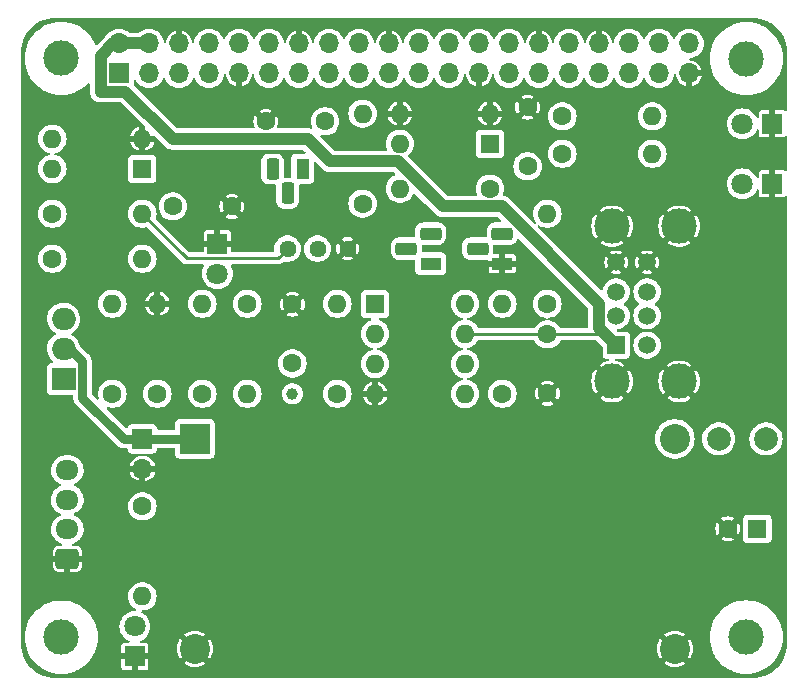
<source format=gbl>
%TF.GenerationSoftware,KiCad,Pcbnew,7.0.9*%
%TF.CreationDate,2023-12-05T18:08:32+01:00*%
%TF.ProjectId,RPi_Car_HAT,5250695f-4361-4725-9f48-41542e6b6963,rev?*%
%TF.SameCoordinates,Original*%
%TF.FileFunction,Copper,L2,Bot*%
%TF.FilePolarity,Positive*%
%FSLAX46Y46*%
G04 Gerber Fmt 4.6, Leading zero omitted, Abs format (unit mm)*
G04 Created by KiCad (PCBNEW 7.0.9) date 2023-12-05 18:08:32*
%MOMM*%
%LPD*%
G01*
G04 APERTURE LIST*
G04 Aperture macros list*
%AMRoundRect*
0 Rectangle with rounded corners*
0 $1 Rounding radius*
0 $2 $3 $4 $5 $6 $7 $8 $9 X,Y pos of 4 corners*
0 Add a 4 corners polygon primitive as box body*
4,1,4,$2,$3,$4,$5,$6,$7,$8,$9,$2,$3,0*
0 Add four circle primitives for the rounded corners*
1,1,$1+$1,$2,$3*
1,1,$1+$1,$4,$5*
1,1,$1+$1,$6,$7*
1,1,$1+$1,$8,$9*
0 Add four rect primitives between the rounded corners*
20,1,$1+$1,$2,$3,$4,$5,0*
20,1,$1+$1,$4,$5,$6,$7,0*
20,1,$1+$1,$6,$7,$8,$9,0*
20,1,$1+$1,$8,$9,$2,$3,0*%
G04 Aperture macros list end*
%TA.AperFunction,WasherPad*%
%ADD10C,3.000000*%
%TD*%
%TA.AperFunction,ComponentPad*%
%ADD11C,1.000000*%
%TD*%
%TA.AperFunction,ComponentPad*%
%ADD12C,1.600000*%
%TD*%
%TA.AperFunction,ComponentPad*%
%ADD13O,1.600000X1.600000*%
%TD*%
%TA.AperFunction,ComponentPad*%
%ADD14C,1.440000*%
%TD*%
%TA.AperFunction,ComponentPad*%
%ADD15R,1.600000X1.600000*%
%TD*%
%TA.AperFunction,ComponentPad*%
%ADD16R,1.500000X1.500000*%
%TD*%
%TA.AperFunction,ComponentPad*%
%ADD17C,1.500000*%
%TD*%
%TA.AperFunction,ComponentPad*%
%ADD18C,3.000000*%
%TD*%
%TA.AperFunction,ComponentPad*%
%ADD19R,1.800000X1.100000*%
%TD*%
%TA.AperFunction,ComponentPad*%
%ADD20RoundRect,0.275000X0.625000X-0.275000X0.625000X0.275000X-0.625000X0.275000X-0.625000X-0.275000X0*%
%TD*%
%TA.AperFunction,ComponentPad*%
%ADD21R,1.800000X1.800000*%
%TD*%
%TA.AperFunction,ComponentPad*%
%ADD22C,1.800000*%
%TD*%
%TA.AperFunction,ComponentPad*%
%ADD23RoundRect,0.250000X0.725000X-0.600000X0.725000X0.600000X-0.725000X0.600000X-0.725000X-0.600000X0*%
%TD*%
%TA.AperFunction,ComponentPad*%
%ADD24O,1.950000X1.700000*%
%TD*%
%TA.AperFunction,ComponentPad*%
%ADD25R,1.100000X1.800000*%
%TD*%
%TA.AperFunction,ComponentPad*%
%ADD26RoundRect,0.275000X0.275000X0.625000X-0.275000X0.625000X-0.275000X-0.625000X0.275000X-0.625000X0*%
%TD*%
%TA.AperFunction,ComponentPad*%
%ADD27R,2.540000X2.540000*%
%TD*%
%TA.AperFunction,ComponentPad*%
%ADD28C,2.540000*%
%TD*%
%TA.AperFunction,ComponentPad*%
%ADD29R,2.000000X1.905000*%
%TD*%
%TA.AperFunction,ComponentPad*%
%ADD30O,2.000000X1.905000*%
%TD*%
%TA.AperFunction,ComponentPad*%
%ADD31C,2.000000*%
%TD*%
%TA.AperFunction,ComponentPad*%
%ADD32R,1.700000X1.700000*%
%TD*%
%TA.AperFunction,ComponentPad*%
%ADD33O,1.700000X1.700000*%
%TD*%
%TA.AperFunction,Conductor*%
%ADD34C,0.250000*%
%TD*%
%TA.AperFunction,Conductor*%
%ADD35C,1.000000*%
%TD*%
%TA.AperFunction,Conductor*%
%ADD36C,0.750000*%
%TD*%
G04 APERTURE END LIST*
D10*
X82040000Y-64310000D03*
X140040000Y-64330000D03*
X82040000Y-113320000D03*
X140030000Y-113310000D03*
D11*
X101600000Y-92710000D03*
D12*
X119380000Y-92710000D03*
D13*
X119380000Y-85090000D03*
D14*
X101184755Y-80425244D03*
X103724755Y-80425244D03*
X106264755Y-80425244D03*
D15*
X88890000Y-73665000D03*
D13*
X88890000Y-71125000D03*
X81270000Y-71125000D03*
X81270000Y-73665000D03*
D16*
X129010000Y-88590000D03*
D17*
X129010000Y-86090000D03*
X129010000Y-84090000D03*
X129010000Y-81590000D03*
X131630000Y-88590000D03*
X131630000Y-86090000D03*
X131630000Y-84090000D03*
X131630000Y-81590000D03*
D18*
X128660000Y-91660000D03*
X134340000Y-91660000D03*
X128660000Y-78520000D03*
X134340000Y-78520000D03*
D12*
X124460000Y-69215000D03*
D13*
X132080000Y-69215000D03*
D12*
X107534755Y-76615244D03*
D13*
X107534755Y-68995244D03*
D12*
X86360000Y-92710000D03*
D13*
X86360000Y-85090000D03*
D19*
X119364755Y-81695244D03*
D20*
X117294755Y-80425244D03*
X119364755Y-79155244D03*
D12*
X91480000Y-76835000D03*
X96480000Y-76835000D03*
D15*
X108595000Y-85100000D03*
D13*
X108595000Y-87640000D03*
X108595000Y-90180000D03*
X108595000Y-92720000D03*
X116215000Y-92720000D03*
X116215000Y-90180000D03*
X116215000Y-87640000D03*
X116215000Y-85100000D03*
D21*
X88265000Y-114940000D03*
D22*
X88265000Y-112400000D03*
D21*
X142240000Y-74930000D03*
D22*
X139700000Y-74930000D03*
D19*
X113315000Y-81695244D03*
D20*
X111245000Y-80425244D03*
X113315000Y-79155244D03*
D12*
X88900000Y-102235000D03*
D13*
X88900000Y-109855000D03*
D21*
X142240000Y-69850000D03*
D22*
X139700000Y-69850000D03*
D12*
X124460000Y-72390000D03*
D13*
X132080000Y-72390000D03*
D12*
X93980000Y-92710000D03*
D13*
X93980000Y-85090000D03*
D12*
X105410000Y-92710000D03*
D13*
X105410000Y-85090000D03*
D23*
X82550000Y-106680000D03*
D24*
X82550000Y-104180000D03*
X82550000Y-101680000D03*
X82550000Y-99180000D03*
D15*
X118319755Y-71540244D03*
D13*
X118319755Y-69000244D03*
X110699755Y-69000244D03*
X110699755Y-71540244D03*
D25*
X102454755Y-73675244D03*
D26*
X101184755Y-75745244D03*
X99914755Y-73675244D03*
D12*
X81280000Y-77470000D03*
D13*
X88900000Y-77470000D03*
D15*
X140970000Y-104140000D03*
D12*
X138470000Y-104140000D03*
D27*
X93345000Y-96520000D03*
D28*
X93345000Y-114300000D03*
X133985000Y-114300000D03*
X133985000Y-96520000D03*
D12*
X97790000Y-85090000D03*
D13*
X97790000Y-92710000D03*
D29*
X82225000Y-91440000D03*
D30*
X82225000Y-88900000D03*
X82225000Y-86360000D03*
D12*
X123190000Y-87670000D03*
X123190000Y-92670000D03*
D21*
X95250000Y-80005000D03*
D22*
X95250000Y-82545000D03*
D12*
X118329755Y-75345244D03*
D13*
X110709755Y-75345244D03*
D12*
X101600000Y-90130000D03*
X101600000Y-85130000D03*
D31*
X137700000Y-96520000D03*
X141700000Y-96520000D03*
D32*
X88900000Y-96520000D03*
D33*
X88900000Y-99060000D03*
D12*
X90170000Y-92710000D03*
D13*
X90170000Y-85090000D03*
D12*
X123190000Y-85090000D03*
D13*
X123190000Y-77470000D03*
D12*
X104359755Y-69630244D03*
X99359755Y-69630244D03*
X81280000Y-81280000D03*
D13*
X88900000Y-81280000D03*
D12*
X121504755Y-73440244D03*
X121504755Y-68440244D03*
D32*
X86920000Y-65590000D03*
D33*
X86920000Y-63050000D03*
X89460000Y-65590000D03*
X89460000Y-63050000D03*
X92000000Y-65590000D03*
X92000000Y-63050000D03*
X94540000Y-65590000D03*
X94540000Y-63050000D03*
X97080000Y-65590000D03*
X97080000Y-63050000D03*
X99620000Y-65590000D03*
X99620000Y-63050000D03*
X102160000Y-65590000D03*
X102160000Y-63050000D03*
X104700000Y-65590000D03*
X104700000Y-63050000D03*
X107240000Y-65590000D03*
X107240000Y-63050000D03*
X109780000Y-65590000D03*
X109780000Y-63050000D03*
X112320000Y-65590000D03*
X112320000Y-63050000D03*
X114860000Y-65590000D03*
X114860000Y-63050000D03*
X117400000Y-65590000D03*
X117400000Y-63050000D03*
X119940000Y-65590000D03*
X119940000Y-63050000D03*
X122480000Y-65590000D03*
X122480000Y-63050000D03*
X125020000Y-65590000D03*
X125020000Y-63050000D03*
X127560000Y-65590000D03*
X127560000Y-63050000D03*
X130100000Y-65590000D03*
X130100000Y-63050000D03*
X132640000Y-65590000D03*
X132640000Y-63050000D03*
X135180000Y-65590000D03*
X135180000Y-63050000D03*
D34*
X123190000Y-87670000D02*
X116245000Y-87670000D01*
D35*
X85370489Y-67139511D02*
X85370489Y-64097176D01*
X104789755Y-73039755D02*
X102879755Y-71129755D01*
X127560489Y-87140489D02*
X127560489Y-85065180D01*
X86417665Y-63050000D02*
X86920000Y-63050000D01*
X129010000Y-88590000D02*
X127560489Y-87140489D01*
D34*
X128090000Y-87670000D02*
X129010000Y-88590000D01*
X123190000Y-87670000D02*
X128090000Y-87670000D01*
D35*
X91449755Y-71129755D02*
X87459511Y-67139511D01*
X86920000Y-63050000D02*
X89460000Y-63050000D01*
X102879755Y-71129755D02*
X91449755Y-71129755D01*
X114329896Y-76844755D02*
X110524896Y-73039755D01*
X127560489Y-85065180D02*
X119340064Y-76844755D01*
X110524896Y-73039755D02*
X104789755Y-73039755D01*
X119340064Y-76844755D02*
X114329896Y-76844755D01*
X85370489Y-64097176D02*
X86417665Y-63050000D01*
X87459511Y-67139511D02*
X85370489Y-67139511D01*
D34*
X116245000Y-87670000D02*
X116215000Y-87640000D01*
D36*
X88900000Y-96520000D02*
X87300000Y-96520000D01*
X82786522Y-88900000D02*
X82225000Y-88900000D01*
X88900000Y-96520000D02*
X93345000Y-96520000D01*
X87300000Y-96520000D02*
X83820000Y-93040000D01*
X83820000Y-93040000D02*
X83820000Y-89933478D01*
X83820000Y-89933478D02*
X82786522Y-88900000D01*
D34*
X100380488Y-81229511D02*
X101184755Y-80425244D01*
X88900000Y-77470000D02*
X92659511Y-81229511D01*
X92659511Y-81229511D02*
X100380488Y-81229511D01*
%TA.AperFunction,Conductor*%
G36*
X140547742Y-60868188D02*
G01*
X140873839Y-60886497D01*
X140879326Y-60887115D01*
X141199946Y-60941587D01*
X141205358Y-60942822D01*
X141517862Y-61032849D01*
X141523086Y-61034676D01*
X141731432Y-61120974D01*
X141823538Y-61159125D01*
X141828543Y-61161535D01*
X141906492Y-61204615D01*
X142113171Y-61318840D01*
X142117868Y-61321792D01*
X142383095Y-61509976D01*
X142387435Y-61513437D01*
X142629917Y-61730131D01*
X142633845Y-61734059D01*
X142850542Y-61976540D01*
X142854006Y-61980884D01*
X143042189Y-62246101D01*
X143045144Y-62250805D01*
X143202449Y-62535424D01*
X143204859Y-62540429D01*
X143329307Y-62840872D01*
X143331142Y-62846116D01*
X143389881Y-63050000D01*
X143417301Y-63145179D01*
X143421171Y-63158610D01*
X143422405Y-63164022D01*
X143452263Y-63339749D01*
X143476878Y-63484627D01*
X143477500Y-63490147D01*
X143495776Y-63815630D01*
X143495854Y-63818406D01*
X143495854Y-68706367D01*
X143476947Y-68764558D01*
X143427447Y-68800522D01*
X143366261Y-68800522D01*
X143326850Y-68776371D01*
X143320237Y-68769758D01*
X143237548Y-68714507D01*
X143237546Y-68714506D01*
X143164624Y-68700000D01*
X142494001Y-68700000D01*
X142494000Y-68700001D01*
X142494000Y-69478537D01*
X142437453Y-69439984D01*
X142307827Y-69400000D01*
X142206276Y-69400000D01*
X142105862Y-69415135D01*
X141986000Y-69472857D01*
X141986000Y-68700001D01*
X141985999Y-68700000D01*
X141315375Y-68700000D01*
X141242453Y-68714506D01*
X141242451Y-68714507D01*
X141159762Y-68769758D01*
X141159758Y-68769762D01*
X141104507Y-68852451D01*
X141104506Y-68852453D01*
X141090000Y-68925375D01*
X141090000Y-69307058D01*
X141071093Y-69365249D01*
X141021593Y-69401213D01*
X140960407Y-69401213D01*
X140910907Y-69365249D01*
X140901276Y-69348897D01*
X140830573Y-69197276D01*
X140830571Y-69197272D01*
X140830568Y-69197266D01*
X140700053Y-69010869D01*
X140700052Y-69010867D01*
X140700049Y-69010864D01*
X140700047Y-69010861D01*
X140539139Y-68849953D01*
X140539135Y-68849950D01*
X140539132Y-68849947D01*
X140539130Y-68849946D01*
X140352737Y-68719434D01*
X140352736Y-68719433D01*
X140352734Y-68719432D01*
X140352731Y-68719430D01*
X140352723Y-68719426D01*
X140146499Y-68623262D01*
X140146500Y-68623262D01*
X140046540Y-68596478D01*
X139926692Y-68564365D01*
X139926691Y-68564364D01*
X139926684Y-68564363D01*
X139700003Y-68544532D01*
X139699997Y-68544532D01*
X139473315Y-68564363D01*
X139253499Y-68623262D01*
X139047276Y-68719426D01*
X139047262Y-68719434D01*
X138860869Y-68849946D01*
X138860867Y-68849947D01*
X138699947Y-69010867D01*
X138699946Y-69010869D01*
X138569434Y-69197262D01*
X138569426Y-69197276D01*
X138473262Y-69403499D01*
X138414363Y-69623315D01*
X138394532Y-69849996D01*
X138394532Y-69850003D01*
X138414363Y-70076684D01*
X138414364Y-70076691D01*
X138414365Y-70076692D01*
X138445179Y-70191693D01*
X138473262Y-70296500D01*
X138569426Y-70502723D01*
X138569434Y-70502737D01*
X138699946Y-70689130D01*
X138699947Y-70689132D01*
X138699950Y-70689135D01*
X138699953Y-70689139D01*
X138860861Y-70850047D01*
X138860864Y-70850049D01*
X138860867Y-70850052D01*
X138860869Y-70850053D01*
X138975391Y-70930241D01*
X139047266Y-70980568D01*
X139047272Y-70980571D01*
X139047276Y-70980573D01*
X139253500Y-71076737D01*
X139253504Y-71076739D01*
X139473308Y-71135635D01*
X139473312Y-71135635D01*
X139473315Y-71135636D01*
X139699997Y-71155468D01*
X139700000Y-71155468D01*
X139700003Y-71155468D01*
X139926684Y-71135636D01*
X139926685Y-71135635D01*
X139926692Y-71135635D01*
X140146496Y-71076739D01*
X140352734Y-70980568D01*
X140539139Y-70850047D01*
X140700047Y-70689139D01*
X140830568Y-70502734D01*
X140901276Y-70351100D01*
X140943004Y-70306354D01*
X141003065Y-70294679D01*
X141058518Y-70320537D01*
X141088181Y-70374051D01*
X141090000Y-70392941D01*
X141090000Y-70774624D01*
X141104506Y-70847546D01*
X141104507Y-70847548D01*
X141159758Y-70930237D01*
X141159762Y-70930241D01*
X141242451Y-70985492D01*
X141242453Y-70985493D01*
X141315375Y-70999999D01*
X141315377Y-71000000D01*
X141985999Y-71000000D01*
X141986000Y-70999999D01*
X141986000Y-70221462D01*
X142042547Y-70260016D01*
X142172173Y-70300000D01*
X142273724Y-70300000D01*
X142374138Y-70284865D01*
X142494000Y-70227142D01*
X142494000Y-70999999D01*
X142494001Y-71000000D01*
X143164623Y-71000000D01*
X143164624Y-70999999D01*
X143237546Y-70985493D01*
X143237548Y-70985492D01*
X143320238Y-70930240D01*
X143326848Y-70923631D01*
X143381363Y-70895851D01*
X143441796Y-70905421D01*
X143485062Y-70948684D01*
X143495854Y-70993632D01*
X143495854Y-73786367D01*
X143476947Y-73844558D01*
X143427447Y-73880522D01*
X143366261Y-73880522D01*
X143326850Y-73856371D01*
X143320237Y-73849758D01*
X143237548Y-73794507D01*
X143237546Y-73794506D01*
X143164624Y-73780000D01*
X142494001Y-73780000D01*
X142494000Y-73780001D01*
X142494000Y-74558537D01*
X142437453Y-74519984D01*
X142307827Y-74480000D01*
X142206276Y-74480000D01*
X142105862Y-74495135D01*
X141986000Y-74552857D01*
X141986000Y-73780001D01*
X141985999Y-73780000D01*
X141315375Y-73780000D01*
X141242453Y-73794506D01*
X141242451Y-73794507D01*
X141159762Y-73849758D01*
X141159758Y-73849762D01*
X141104507Y-73932451D01*
X141104506Y-73932453D01*
X141090000Y-74005375D01*
X141090000Y-74387058D01*
X141071093Y-74445249D01*
X141021593Y-74481213D01*
X140960407Y-74481213D01*
X140910907Y-74445249D01*
X140901276Y-74428897D01*
X140830573Y-74277276D01*
X140830571Y-74277272D01*
X140830568Y-74277266D01*
X140787061Y-74215131D01*
X140700053Y-74090869D01*
X140700052Y-74090867D01*
X140700049Y-74090864D01*
X140700047Y-74090861D01*
X140539139Y-73929953D01*
X140539135Y-73929950D01*
X140539132Y-73929947D01*
X140539130Y-73929946D01*
X140352737Y-73799434D01*
X140352736Y-73799433D01*
X140352734Y-73799432D01*
X140352731Y-73799430D01*
X140352723Y-73799426D01*
X140146499Y-73703262D01*
X140146500Y-73703262D01*
X139931398Y-73645626D01*
X139926692Y-73644365D01*
X139926691Y-73644364D01*
X139926684Y-73644363D01*
X139700003Y-73624532D01*
X139699997Y-73624532D01*
X139473315Y-73644363D01*
X139253499Y-73703262D01*
X139047276Y-73799426D01*
X139047262Y-73799434D01*
X138860869Y-73929946D01*
X138860867Y-73929947D01*
X138699947Y-74090867D01*
X138699946Y-74090869D01*
X138569434Y-74277262D01*
X138569426Y-74277276D01*
X138473262Y-74483499D01*
X138414363Y-74703315D01*
X138394532Y-74929996D01*
X138394532Y-74930003D01*
X138414363Y-75156684D01*
X138414364Y-75156691D01*
X138414365Y-75156692D01*
X138453629Y-75303228D01*
X138473262Y-75376500D01*
X138569426Y-75582723D01*
X138569434Y-75582737D01*
X138699946Y-75769130D01*
X138699947Y-75769132D01*
X138699950Y-75769135D01*
X138699953Y-75769139D01*
X138860861Y-75930047D01*
X138860864Y-75930049D01*
X138860867Y-75930052D01*
X138860869Y-75930053D01*
X138975391Y-76010241D01*
X139047266Y-76060568D01*
X139047272Y-76060571D01*
X139047276Y-76060573D01*
X139253500Y-76156737D01*
X139253504Y-76156739D01*
X139473308Y-76215635D01*
X139473312Y-76215635D01*
X139473315Y-76215636D01*
X139699997Y-76235468D01*
X139700000Y-76235468D01*
X139700003Y-76235468D01*
X139926684Y-76215636D01*
X139926685Y-76215635D01*
X139926692Y-76215635D01*
X140146496Y-76156739D01*
X140352734Y-76060568D01*
X140539139Y-75930047D01*
X140700047Y-75769139D01*
X140830568Y-75582734D01*
X140901276Y-75431100D01*
X140943004Y-75386354D01*
X141003065Y-75374679D01*
X141058518Y-75400537D01*
X141088181Y-75454051D01*
X141090000Y-75472941D01*
X141090000Y-75854624D01*
X141104506Y-75927546D01*
X141104507Y-75927548D01*
X141159758Y-76010237D01*
X141159762Y-76010241D01*
X141242451Y-76065492D01*
X141242453Y-76065493D01*
X141315375Y-76079999D01*
X141315377Y-76080000D01*
X141985999Y-76080000D01*
X141986000Y-76079999D01*
X141986000Y-75301462D01*
X142042547Y-75340016D01*
X142172173Y-75380000D01*
X142273724Y-75380000D01*
X142374138Y-75364865D01*
X142494000Y-75307142D01*
X142494000Y-76079999D01*
X142494001Y-76080000D01*
X143164623Y-76080000D01*
X143164624Y-76079999D01*
X143237546Y-76065493D01*
X143237548Y-76065492D01*
X143320238Y-76010240D01*
X143326848Y-76003631D01*
X143381363Y-75975851D01*
X143441796Y-75985421D01*
X143485062Y-76028684D01*
X143495854Y-76073632D01*
X143495851Y-113821305D01*
X143495768Y-113824165D01*
X143476929Y-114149826D01*
X143476298Y-114155339D01*
X143421386Y-114475492D01*
X143420143Y-114480900D01*
X143329770Y-114792906D01*
X143327930Y-114798142D01*
X143203227Y-115098085D01*
X143200813Y-115103082D01*
X143043348Y-115387193D01*
X143040390Y-115391889D01*
X142852135Y-115656609D01*
X142848671Y-115660944D01*
X142631997Y-115902943D01*
X142628069Y-115906863D01*
X142385675Y-116123125D01*
X142381333Y-116126581D01*
X142116290Y-116314361D01*
X142111590Y-116317311D01*
X141827201Y-116474275D01*
X141822200Y-116476680D01*
X141522038Y-116600855D01*
X141516799Y-116602686D01*
X141204632Y-116692508D01*
X141199222Y-116693741D01*
X140878965Y-116748090D01*
X140873451Y-116748710D01*
X140546742Y-116767033D01*
X140543970Y-116767111D01*
X81547743Y-116767111D01*
X81544970Y-116767033D01*
X81507681Y-116764938D01*
X81218898Y-116748716D01*
X81213378Y-116748094D01*
X80892776Y-116693618D01*
X80887364Y-116692383D01*
X80574873Y-116602352D01*
X80569645Y-116600522D01*
X80270671Y-116476680D01*
X80269193Y-116476068D01*
X80264193Y-116473659D01*
X79979576Y-116316353D01*
X79974872Y-116313397D01*
X79805154Y-116192974D01*
X79709660Y-116125216D01*
X79705324Y-116121758D01*
X79462837Y-115905056D01*
X79458920Y-115901139D01*
X79242221Y-115658649D01*
X79238762Y-115654310D01*
X79050581Y-115389093D01*
X79047629Y-115384396D01*
X78890323Y-115099772D01*
X78887916Y-115094772D01*
X78763470Y-114794332D01*
X78761635Y-114789089D01*
X78757213Y-114773740D01*
X78671604Y-114476584D01*
X78670376Y-114471201D01*
X78615899Y-114150573D01*
X78615280Y-114145069D01*
X78599256Y-113859758D01*
X78596933Y-113818406D01*
X78596856Y-113815642D01*
X78596856Y-113320004D01*
X78934615Y-113320004D01*
X78954139Y-113667683D01*
X78954142Y-113667703D01*
X79012472Y-114011011D01*
X79108878Y-114345642D01*
X79242146Y-114667380D01*
X79405065Y-114962159D01*
X79410595Y-114972164D01*
X79612112Y-115256176D01*
X79844161Y-115515839D01*
X80103824Y-115747888D01*
X80387836Y-115949405D01*
X80515997Y-116020237D01*
X80692620Y-116117853D01*
X80692619Y-116117853D01*
X80692624Y-116117855D01*
X81014356Y-116251121D01*
X81348987Y-116347527D01*
X81692307Y-116405859D01*
X81692310Y-116405859D01*
X81692316Y-116405860D01*
X82039995Y-116425385D01*
X82040000Y-116425385D01*
X82040005Y-116425385D01*
X82387683Y-116405860D01*
X82387687Y-116405859D01*
X82387693Y-116405859D01*
X82731013Y-116347527D01*
X83065644Y-116251121D01*
X83387376Y-116117855D01*
X83405474Y-116107853D01*
X83464026Y-116075492D01*
X83692164Y-115949405D01*
X83976176Y-115747888D01*
X84235839Y-115515839D01*
X84467888Y-115256176D01*
X84669405Y-114972164D01*
X84827562Y-114686000D01*
X84837853Y-114667380D01*
X84860583Y-114612506D01*
X84971121Y-114345644D01*
X85067527Y-114011013D01*
X85125859Y-113667693D01*
X85126269Y-113660407D01*
X85145385Y-113320004D01*
X85145385Y-113319995D01*
X85125860Y-112972316D01*
X85125857Y-112972296D01*
X85067527Y-112628988D01*
X85066864Y-112626684D01*
X85001558Y-112400003D01*
X86959532Y-112400003D01*
X86979363Y-112626684D01*
X87038262Y-112846500D01*
X87134426Y-113052723D01*
X87134434Y-113052737D01*
X87264946Y-113239130D01*
X87264947Y-113239132D01*
X87264950Y-113239135D01*
X87264953Y-113239139D01*
X87425861Y-113400047D01*
X87425864Y-113400049D01*
X87425867Y-113400052D01*
X87425869Y-113400053D01*
X87450618Y-113417382D01*
X87612266Y-113530568D01*
X87612272Y-113530571D01*
X87612276Y-113530573D01*
X87763897Y-113601276D01*
X87808645Y-113643004D01*
X87820320Y-113703065D01*
X87794462Y-113758518D01*
X87740948Y-113788181D01*
X87722058Y-113790000D01*
X87340375Y-113790000D01*
X87267453Y-113804506D01*
X87267451Y-113804507D01*
X87184762Y-113859758D01*
X87184758Y-113859762D01*
X87129507Y-113942451D01*
X87129506Y-113942453D01*
X87115000Y-114015375D01*
X87115000Y-114685999D01*
X87115001Y-114686000D01*
X87892032Y-114686000D01*
X87841375Y-114773740D01*
X87811190Y-114905992D01*
X87821327Y-115041265D01*
X87870887Y-115167541D01*
X87891987Y-115194000D01*
X87115001Y-115194000D01*
X87115000Y-115194001D01*
X87115000Y-115864624D01*
X87129506Y-115937546D01*
X87129507Y-115937548D01*
X87184758Y-116020237D01*
X87184762Y-116020241D01*
X87267451Y-116075492D01*
X87267453Y-116075493D01*
X87340375Y-116089999D01*
X87340377Y-116090000D01*
X88010999Y-116090000D01*
X88011000Y-116089999D01*
X88011000Y-115311462D01*
X88067547Y-115350016D01*
X88197173Y-115390000D01*
X88298724Y-115390000D01*
X88399138Y-115374865D01*
X88519000Y-115317142D01*
X88519000Y-116089999D01*
X88519001Y-116090000D01*
X89189623Y-116090000D01*
X89189624Y-116089999D01*
X89262546Y-116075493D01*
X89262548Y-116075492D01*
X89345237Y-116020241D01*
X89345241Y-116020237D01*
X89400492Y-115937548D01*
X89400493Y-115937546D01*
X89414999Y-115864624D01*
X89415000Y-115864622D01*
X89415000Y-115194001D01*
X89414999Y-115194000D01*
X88637968Y-115194000D01*
X88688625Y-115106260D01*
X88718810Y-114974008D01*
X88708673Y-114838735D01*
X88659113Y-114712459D01*
X88638013Y-114686000D01*
X89414999Y-114686000D01*
X89415000Y-114685999D01*
X89415000Y-114300000D01*
X91820300Y-114300000D01*
X91839071Y-114538514D01*
X91894924Y-114771159D01*
X91986480Y-114992196D01*
X91986483Y-114992202D01*
X92103170Y-115182616D01*
X92860638Y-114425147D01*
X92885507Y-114509844D01*
X92963239Y-114630798D01*
X93071900Y-114724952D01*
X93202685Y-114784680D01*
X93217412Y-114786797D01*
X92462382Y-115541828D01*
X92652798Y-115658516D01*
X92652803Y-115658519D01*
X92873840Y-115750075D01*
X92873839Y-115750075D01*
X93106485Y-115805928D01*
X93345000Y-115824699D01*
X93583514Y-115805928D01*
X93816159Y-115750075D01*
X94037196Y-115658519D01*
X94037201Y-115658516D01*
X94227616Y-115541828D01*
X93472585Y-114786797D01*
X93487315Y-114784680D01*
X93618100Y-114724952D01*
X93726761Y-114630798D01*
X93804493Y-114509844D01*
X93829361Y-114425149D01*
X94586828Y-115182616D01*
X94703516Y-114992201D01*
X94703519Y-114992196D01*
X94795075Y-114771159D01*
X94850928Y-114538514D01*
X94869699Y-114300000D01*
X132460300Y-114300000D01*
X132479071Y-114538514D01*
X132534924Y-114771159D01*
X132626480Y-114992196D01*
X132626483Y-114992202D01*
X132743170Y-115182616D01*
X133500638Y-114425147D01*
X133525507Y-114509844D01*
X133603239Y-114630798D01*
X133711900Y-114724952D01*
X133842685Y-114784680D01*
X133857412Y-114786797D01*
X133102382Y-115541828D01*
X133292798Y-115658516D01*
X133292803Y-115658519D01*
X133513840Y-115750075D01*
X133513839Y-115750075D01*
X133746485Y-115805928D01*
X133985000Y-115824699D01*
X134223514Y-115805928D01*
X134456159Y-115750075D01*
X134677196Y-115658519D01*
X134677201Y-115658516D01*
X134867616Y-115541828D01*
X134112585Y-114786797D01*
X134127315Y-114784680D01*
X134258100Y-114724952D01*
X134366761Y-114630798D01*
X134444493Y-114509844D01*
X134469361Y-114425149D01*
X135226828Y-115182616D01*
X135343516Y-114992201D01*
X135343519Y-114992196D01*
X135435075Y-114771159D01*
X135490928Y-114538514D01*
X135509699Y-114300000D01*
X135490928Y-114061485D01*
X135435075Y-113828840D01*
X135343519Y-113607803D01*
X135343516Y-113607798D01*
X135226828Y-113417382D01*
X134469360Y-114174849D01*
X134444493Y-114090156D01*
X134366761Y-113969202D01*
X134258100Y-113875048D01*
X134127315Y-113815320D01*
X134112584Y-113813201D01*
X134615782Y-113310004D01*
X136924615Y-113310004D01*
X136944139Y-113657683D01*
X136944142Y-113657703D01*
X137002472Y-114001011D01*
X137098878Y-114335642D01*
X137232146Y-114657380D01*
X137373038Y-114912304D01*
X137400595Y-114962164D01*
X137602112Y-115246176D01*
X137834161Y-115505839D01*
X138093824Y-115737888D01*
X138377836Y-115939405D01*
X138446918Y-115977585D01*
X138682620Y-116107853D01*
X138682619Y-116107853D01*
X138719489Y-116123125D01*
X139004356Y-116241121D01*
X139338987Y-116337527D01*
X139682307Y-116395859D01*
X139682310Y-116395859D01*
X139682316Y-116395860D01*
X140029995Y-116415385D01*
X140030000Y-116415385D01*
X140030005Y-116415385D01*
X140377683Y-116395860D01*
X140377687Y-116395859D01*
X140377693Y-116395859D01*
X140721013Y-116337527D01*
X141055644Y-116241121D01*
X141377376Y-116107855D01*
X141682164Y-115939405D01*
X141966176Y-115737888D01*
X142225839Y-115505839D01*
X142457888Y-115246176D01*
X142659405Y-114962164D01*
X142827855Y-114657376D01*
X142961121Y-114335644D01*
X143057527Y-114001013D01*
X143115859Y-113657693D01*
X143117598Y-113626739D01*
X143135385Y-113310004D01*
X143135385Y-113309995D01*
X143115860Y-112962316D01*
X143115857Y-112962296D01*
X143057527Y-112618988D01*
X142994438Y-112400000D01*
X142961121Y-112284356D01*
X142827855Y-111962624D01*
X142827853Y-111962619D01*
X142659407Y-111657840D01*
X142659405Y-111657836D01*
X142457888Y-111373824D01*
X142225839Y-111114161D01*
X141966176Y-110882112D01*
X141682164Y-110680595D01*
X141657993Y-110667236D01*
X141377379Y-110512146D01*
X141377380Y-110512146D01*
X141055642Y-110378878D01*
X140721011Y-110282472D01*
X140377703Y-110224142D01*
X140377683Y-110224139D01*
X140030005Y-110204615D01*
X140029995Y-110204615D01*
X139682316Y-110224139D01*
X139682296Y-110224142D01*
X139338988Y-110282472D01*
X139004357Y-110378878D01*
X138682619Y-110512146D01*
X138377840Y-110680592D01*
X138363742Y-110690595D01*
X138093824Y-110882112D01*
X138060618Y-110911787D01*
X137834168Y-111114154D01*
X137834154Y-111114168D01*
X137781346Y-111173261D01*
X137602112Y-111373824D01*
X137583577Y-111399947D01*
X137400592Y-111657840D01*
X137232146Y-111962619D01*
X137098878Y-112284357D01*
X137002472Y-112618988D01*
X136944142Y-112962296D01*
X136944139Y-112962316D01*
X136924615Y-113309995D01*
X136924615Y-113310004D01*
X134615782Y-113310004D01*
X134867616Y-113058170D01*
X134867617Y-113058170D01*
X134677202Y-112941483D01*
X134677196Y-112941480D01*
X134456159Y-112849924D01*
X134456160Y-112849924D01*
X134223514Y-112794071D01*
X133985000Y-112775300D01*
X133746485Y-112794071D01*
X133513840Y-112849924D01*
X133292803Y-112941480D01*
X133292791Y-112941486D01*
X133102382Y-113058170D01*
X133857414Y-113813202D01*
X133842685Y-113815320D01*
X133711900Y-113875048D01*
X133603239Y-113969202D01*
X133525507Y-114090156D01*
X133500638Y-114174850D01*
X132743170Y-113417382D01*
X132626486Y-113607791D01*
X132626480Y-113607803D01*
X132534924Y-113828840D01*
X132479071Y-114061485D01*
X132460300Y-114300000D01*
X94869699Y-114300000D01*
X94850928Y-114061485D01*
X94795075Y-113828840D01*
X94703519Y-113607803D01*
X94703516Y-113607798D01*
X94586828Y-113417382D01*
X93829360Y-114174849D01*
X93804493Y-114090156D01*
X93726761Y-113969202D01*
X93618100Y-113875048D01*
X93487315Y-113815320D01*
X93472584Y-113813201D01*
X94227616Y-113058170D01*
X94227617Y-113058170D01*
X94037202Y-112941483D01*
X94037196Y-112941480D01*
X93816159Y-112849924D01*
X93816160Y-112849924D01*
X93583514Y-112794071D01*
X93345000Y-112775300D01*
X93106485Y-112794071D01*
X92873840Y-112849924D01*
X92652803Y-112941480D01*
X92652791Y-112941486D01*
X92462382Y-113058170D01*
X93217414Y-113813202D01*
X93202685Y-113815320D01*
X93071900Y-113875048D01*
X92963239Y-113969202D01*
X92885507Y-114090156D01*
X92860638Y-114174850D01*
X92103170Y-113417382D01*
X91986486Y-113607791D01*
X91986480Y-113607803D01*
X91894924Y-113828840D01*
X91839071Y-114061485D01*
X91820300Y-114300000D01*
X89415000Y-114300000D01*
X89415000Y-114015377D01*
X89414999Y-114015375D01*
X89400493Y-113942453D01*
X89400492Y-113942451D01*
X89345241Y-113859762D01*
X89345237Y-113859758D01*
X89262548Y-113804507D01*
X89262546Y-113804506D01*
X89189624Y-113790000D01*
X88807942Y-113790000D01*
X88749751Y-113771093D01*
X88713787Y-113721593D01*
X88713787Y-113660407D01*
X88749751Y-113610907D01*
X88766103Y-113601276D01*
X88917723Y-113530573D01*
X88917721Y-113530573D01*
X88917734Y-113530568D01*
X89104139Y-113400047D01*
X89265047Y-113239139D01*
X89395568Y-113052734D01*
X89491739Y-112846496D01*
X89550635Y-112626692D01*
X89570468Y-112400000D01*
X89570468Y-112399996D01*
X89550636Y-112173315D01*
X89550635Y-112173312D01*
X89550635Y-112173308D01*
X89491739Y-111953504D01*
X89395568Y-111747266D01*
X89265053Y-111560869D01*
X89265052Y-111560867D01*
X89265049Y-111560864D01*
X89265047Y-111560861D01*
X89104139Y-111399953D01*
X89104135Y-111399950D01*
X89104132Y-111399947D01*
X89104130Y-111399946D01*
X88917737Y-111269434D01*
X88917733Y-111269431D01*
X88885493Y-111254397D01*
X88863676Y-111244224D01*
X88818929Y-111202496D01*
X88807254Y-111142435D01*
X88833112Y-111086982D01*
X88886626Y-111057319D01*
X88905516Y-111055500D01*
X89011243Y-111055500D01*
X89229940Y-111014618D01*
X89437401Y-110934247D01*
X89626562Y-110817124D01*
X89790981Y-110667236D01*
X89925058Y-110489689D01*
X90024229Y-110290528D01*
X90085115Y-110076536D01*
X90105643Y-109855000D01*
X90085115Y-109633464D01*
X90024229Y-109419472D01*
X89925058Y-109220311D01*
X89790981Y-109042764D01*
X89626562Y-108892876D01*
X89437401Y-108775753D01*
X89229940Y-108695382D01*
X89229939Y-108695381D01*
X89229937Y-108695381D01*
X89011243Y-108654500D01*
X88788757Y-108654500D01*
X88570062Y-108695381D01*
X88493797Y-108724926D01*
X88362599Y-108775753D01*
X88173438Y-108892876D01*
X88009020Y-109042763D01*
X87874943Y-109220309D01*
X87874938Y-109220318D01*
X87775772Y-109419469D01*
X87775771Y-109419472D01*
X87714885Y-109633464D01*
X87694357Y-109855000D01*
X87714885Y-110076536D01*
X87775771Y-110290528D01*
X87874942Y-110489689D01*
X88009019Y-110667236D01*
X88173438Y-110817124D01*
X88326327Y-110911788D01*
X88365848Y-110958496D01*
X88370367Y-111019514D01*
X88338157Y-111071535D01*
X88281522Y-111094689D01*
X88265594Y-111094583D01*
X88265010Y-111094532D01*
X88264997Y-111094532D01*
X88038315Y-111114363D01*
X87818499Y-111173262D01*
X87612276Y-111269426D01*
X87612262Y-111269434D01*
X87425869Y-111399946D01*
X87425867Y-111399947D01*
X87264947Y-111560867D01*
X87264946Y-111560869D01*
X87134434Y-111747262D01*
X87134426Y-111747276D01*
X87038262Y-111953499D01*
X86979363Y-112173315D01*
X86959532Y-112399996D01*
X86959532Y-112400003D01*
X85001558Y-112400003D01*
X84971121Y-112294356D01*
X84837855Y-111972624D01*
X84837853Y-111972619D01*
X84669407Y-111667840D01*
X84669405Y-111667836D01*
X84467888Y-111383824D01*
X84235839Y-111124161D01*
X83976176Y-110892112D01*
X83692164Y-110690595D01*
X83692159Y-110690592D01*
X83387379Y-110522146D01*
X83387380Y-110522146D01*
X83065642Y-110388878D01*
X82731011Y-110292472D01*
X82387703Y-110234142D01*
X82387683Y-110234139D01*
X82040005Y-110214615D01*
X82039995Y-110214615D01*
X81692316Y-110234139D01*
X81692296Y-110234142D01*
X81348988Y-110292472D01*
X81014357Y-110388878D01*
X80692619Y-110522146D01*
X80387840Y-110690592D01*
X80387836Y-110690595D01*
X80103824Y-110892112D01*
X79979777Y-111002966D01*
X79844168Y-111124154D01*
X79844154Y-111124168D01*
X79736865Y-111244225D01*
X79612112Y-111383824D01*
X79612110Y-111383827D01*
X79410592Y-111667840D01*
X79242146Y-111972619D01*
X79108878Y-112294357D01*
X79012472Y-112628988D01*
X78954142Y-112972296D01*
X78954139Y-112972316D01*
X78934615Y-113319995D01*
X78934615Y-113320004D01*
X78596856Y-113320004D01*
X78596856Y-104236328D01*
X81170709Y-104236328D01*
X81200925Y-104459387D01*
X81270483Y-104673466D01*
X81377148Y-104871681D01*
X81377148Y-104871682D01*
X81512171Y-105040994D01*
X81517492Y-105047666D01*
X81687004Y-105195765D01*
X81880236Y-105311215D01*
X82078349Y-105385568D01*
X82085663Y-105388313D01*
X82133500Y-105426461D01*
X82149777Y-105485441D01*
X82128278Y-105542725D01*
X82077215Y-105576432D01*
X82050877Y-105580000D01*
X81777176Y-105580000D01*
X81717629Y-105586401D01*
X81717618Y-105586403D01*
X81582911Y-105636646D01*
X81582909Y-105636647D01*
X81467815Y-105722807D01*
X81467807Y-105722815D01*
X81381647Y-105837909D01*
X81381646Y-105837911D01*
X81331403Y-105972618D01*
X81331401Y-105972629D01*
X81325000Y-106032175D01*
X81325000Y-106425999D01*
X81325001Y-106426000D01*
X82148602Y-106426000D01*
X82113481Y-106480649D01*
X82075000Y-106611705D01*
X82075000Y-106748295D01*
X82113481Y-106879351D01*
X82148602Y-106934000D01*
X81325001Y-106934000D01*
X81325000Y-106934001D01*
X81325000Y-107327824D01*
X81324999Y-107327824D01*
X81331401Y-107387370D01*
X81331403Y-107387381D01*
X81381646Y-107522088D01*
X81381647Y-107522090D01*
X81467807Y-107637184D01*
X81467815Y-107637192D01*
X81582909Y-107723352D01*
X81582911Y-107723353D01*
X81717618Y-107773596D01*
X81717629Y-107773598D01*
X81777176Y-107780000D01*
X82295999Y-107780000D01*
X82296000Y-107779999D01*
X82296000Y-107086191D01*
X82414801Y-107140446D01*
X82516025Y-107155000D01*
X82583975Y-107155000D01*
X82685199Y-107140446D01*
X82804000Y-107086191D01*
X82804000Y-107779999D01*
X82804001Y-107780000D01*
X83322824Y-107780000D01*
X83382370Y-107773598D01*
X83382381Y-107773596D01*
X83517088Y-107723353D01*
X83517090Y-107723352D01*
X83632184Y-107637192D01*
X83632192Y-107637184D01*
X83718352Y-107522090D01*
X83718353Y-107522088D01*
X83768596Y-107387381D01*
X83768598Y-107387370D01*
X83775000Y-107327824D01*
X83775000Y-106934001D01*
X83774999Y-106934000D01*
X82951398Y-106934000D01*
X82986519Y-106879351D01*
X83025000Y-106748295D01*
X83025000Y-106611705D01*
X82986519Y-106480649D01*
X82951398Y-106426000D01*
X83774999Y-106426000D01*
X83775000Y-106425999D01*
X83775000Y-106032175D01*
X83768598Y-105972629D01*
X83768596Y-105972618D01*
X83718353Y-105837911D01*
X83718352Y-105837909D01*
X83632192Y-105722815D01*
X83632184Y-105722807D01*
X83517090Y-105636647D01*
X83517088Y-105636646D01*
X83382381Y-105586403D01*
X83382370Y-105586401D01*
X83322824Y-105580000D01*
X83033535Y-105580000D01*
X82975344Y-105561093D01*
X82939380Y-105511593D01*
X82939380Y-105450407D01*
X82975344Y-105400907D01*
X83007197Y-105385568D01*
X83116170Y-105355493D01*
X83318973Y-105257829D01*
X83501078Y-105125522D01*
X83656632Y-104962825D01*
X83780635Y-104774968D01*
X83869103Y-104567988D01*
X83919191Y-104348537D01*
X83928556Y-104140004D01*
X137414919Y-104140004D01*
X137435190Y-104345830D01*
X137435191Y-104345836D01*
X137495232Y-104543762D01*
X137495234Y-104543767D01*
X137569004Y-104681783D01*
X138071272Y-104179514D01*
X138084835Y-104265148D01*
X138142359Y-104378045D01*
X138231955Y-104467641D01*
X138344852Y-104525165D01*
X138430482Y-104538727D01*
X137928216Y-105040994D01*
X138066232Y-105114765D01*
X138066237Y-105114767D01*
X138264163Y-105174808D01*
X138264169Y-105174809D01*
X138469996Y-105195081D01*
X138470004Y-105195081D01*
X138675830Y-105174809D01*
X138675836Y-105174808D01*
X138873762Y-105114767D01*
X138873767Y-105114765D01*
X139011782Y-105040994D01*
X138942309Y-104971521D01*
X139769500Y-104971521D01*
X139769501Y-104971523D01*
X139784352Y-105065299D01*
X139784354Y-105065304D01*
X139841950Y-105178342D01*
X139931658Y-105268050D01*
X140044696Y-105325646D01*
X140138481Y-105340500D01*
X141801518Y-105340499D01*
X141801521Y-105340499D01*
X141801522Y-105340498D01*
X141848411Y-105333072D01*
X141895299Y-105325647D01*
X141895299Y-105325646D01*
X141895304Y-105325646D01*
X142008342Y-105268050D01*
X142098050Y-105178342D01*
X142155646Y-105065304D01*
X142170500Y-104971519D01*
X142170499Y-103308482D01*
X142170499Y-103308481D01*
X142170499Y-103308478D01*
X142170498Y-103308476D01*
X142155647Y-103214700D01*
X142155646Y-103214698D01*
X142155646Y-103214696D01*
X142098050Y-103101658D01*
X142008342Y-103011950D01*
X141895304Y-102954354D01*
X141895305Y-102954354D01*
X141801521Y-102939500D01*
X140138478Y-102939500D01*
X140138476Y-102939501D01*
X140044700Y-102954352D01*
X140044695Y-102954354D01*
X139931659Y-103011949D01*
X139841949Y-103101659D01*
X139784354Y-103214695D01*
X139769500Y-103308478D01*
X139769500Y-104971521D01*
X138942309Y-104971521D01*
X138509515Y-104538727D01*
X138595148Y-104525165D01*
X138708045Y-104467641D01*
X138797641Y-104378045D01*
X138855165Y-104265148D01*
X138868727Y-104179515D01*
X139370994Y-104681782D01*
X139444765Y-104543767D01*
X139444767Y-104543762D01*
X139504808Y-104345836D01*
X139504809Y-104345830D01*
X139525081Y-104140004D01*
X139525081Y-104139995D01*
X139504809Y-103934169D01*
X139504808Y-103934163D01*
X139444767Y-103736237D01*
X139444765Y-103736232D01*
X139370994Y-103598216D01*
X138868727Y-104100482D01*
X138855165Y-104014852D01*
X138797641Y-103901955D01*
X138708045Y-103812359D01*
X138595148Y-103754835D01*
X138509514Y-103741272D01*
X139011783Y-103239004D01*
X138873767Y-103165234D01*
X138873762Y-103165232D01*
X138675836Y-103105191D01*
X138675830Y-103105190D01*
X138470004Y-103084919D01*
X138469996Y-103084919D01*
X138264169Y-103105190D01*
X138264163Y-103105191D01*
X138066245Y-103165230D01*
X138066238Y-103165232D01*
X137928216Y-103239005D01*
X138430483Y-103741272D01*
X138344852Y-103754835D01*
X138231955Y-103812359D01*
X138142359Y-103901955D01*
X138084835Y-104014852D01*
X138071272Y-104100483D01*
X137569005Y-103598216D01*
X137495232Y-103736238D01*
X137495230Y-103736245D01*
X137435191Y-103934163D01*
X137435190Y-103934169D01*
X137414919Y-104139995D01*
X137414919Y-104140004D01*
X83928556Y-104140004D01*
X83929290Y-104123670D01*
X83899075Y-103900613D01*
X83829517Y-103686536D01*
X83829516Y-103686535D01*
X83829516Y-103686533D01*
X83722851Y-103488318D01*
X83722851Y-103488317D01*
X83582508Y-103312334D01*
X83582507Y-103312333D01*
X83493395Y-103234478D01*
X83412996Y-103164235D01*
X83219764Y-103048785D01*
X83152819Y-103023660D01*
X83104982Y-102985512D01*
X83088705Y-102926532D01*
X83110203Y-102869248D01*
X83144649Y-102841777D01*
X83318973Y-102757829D01*
X83501078Y-102625522D01*
X83656632Y-102462825D01*
X83780635Y-102274968D01*
X83797718Y-102235000D01*
X87694357Y-102235000D01*
X87714885Y-102456536D01*
X87775771Y-102670528D01*
X87874942Y-102869689D01*
X88009019Y-103047236D01*
X88173438Y-103197124D01*
X88362599Y-103314247D01*
X88570060Y-103394618D01*
X88788757Y-103435500D01*
X89011243Y-103435500D01*
X89229940Y-103394618D01*
X89437401Y-103314247D01*
X89626562Y-103197124D01*
X89790981Y-103047236D01*
X89925058Y-102869689D01*
X90024229Y-102670528D01*
X90085115Y-102456536D01*
X90105643Y-102235000D01*
X90085115Y-102013464D01*
X90024229Y-101799472D01*
X89925058Y-101600311D01*
X89790981Y-101422764D01*
X89626562Y-101272876D01*
X89437401Y-101155753D01*
X89229940Y-101075382D01*
X89229939Y-101075381D01*
X89229937Y-101075381D01*
X89011243Y-101034500D01*
X88788757Y-101034500D01*
X88570062Y-101075381D01*
X88545140Y-101085036D01*
X88362599Y-101155753D01*
X88312883Y-101186536D01*
X88173438Y-101272876D01*
X88009020Y-101422763D01*
X87874943Y-101600309D01*
X87874938Y-101600318D01*
X87807213Y-101736328D01*
X87775771Y-101799472D01*
X87714885Y-102013464D01*
X87694357Y-102235000D01*
X83797718Y-102235000D01*
X83869103Y-102067988D01*
X83919191Y-101848537D01*
X83929290Y-101623670D01*
X83899075Y-101400613D01*
X83829517Y-101186536D01*
X83829516Y-101186535D01*
X83829516Y-101186533D01*
X83722851Y-100988318D01*
X83722851Y-100988317D01*
X83582508Y-100812334D01*
X83582507Y-100812333D01*
X83412997Y-100664236D01*
X83412996Y-100664235D01*
X83219764Y-100548785D01*
X83152819Y-100523660D01*
X83104982Y-100485512D01*
X83088705Y-100426532D01*
X83110203Y-100369248D01*
X83144649Y-100341777D01*
X83318973Y-100257829D01*
X83501078Y-100125522D01*
X83656632Y-99962825D01*
X83780635Y-99774968D01*
X83869103Y-99567988D01*
X83919191Y-99348537D01*
X83929290Y-99123670D01*
X83899075Y-98900613D01*
X83829517Y-98686536D01*
X83829516Y-98686535D01*
X83829516Y-98686533D01*
X83722851Y-98488318D01*
X83722851Y-98488317D01*
X83582508Y-98312334D01*
X83582507Y-98312333D01*
X83493395Y-98234478D01*
X83412996Y-98164235D01*
X83219764Y-98048785D01*
X83165288Y-98028340D01*
X83009032Y-97969696D01*
X83009031Y-97969695D01*
X83009024Y-97969693D01*
X82948920Y-97958785D01*
X82787551Y-97929500D01*
X82787547Y-97929500D01*
X82368845Y-97929500D01*
X82368842Y-97929500D01*
X82368823Y-97929501D01*
X82200819Y-97944621D01*
X82200808Y-97944623D01*
X81983831Y-98004506D01*
X81983824Y-98004509D01*
X81781029Y-98102169D01*
X81598920Y-98234479D01*
X81443371Y-98397170D01*
X81443371Y-98397171D01*
X81443369Y-98397173D01*
X81443368Y-98397175D01*
X81383206Y-98488317D01*
X81319363Y-98585035D01*
X81319362Y-98585036D01*
X81230896Y-98792012D01*
X81180810Y-99011459D01*
X81180808Y-99011473D01*
X81170709Y-99236328D01*
X81200925Y-99459387D01*
X81270483Y-99673466D01*
X81377148Y-99871681D01*
X81377148Y-99871682D01*
X81449836Y-99962829D01*
X81517492Y-100047666D01*
X81687004Y-100195765D01*
X81880236Y-100311215D01*
X81947181Y-100336340D01*
X81995016Y-100374486D01*
X82011294Y-100433467D01*
X81989796Y-100490751D01*
X81955349Y-100518222D01*
X81781027Y-100602171D01*
X81598920Y-100734479D01*
X81443371Y-100897170D01*
X81443371Y-100897171D01*
X81319363Y-101085035D01*
X81319362Y-101085036D01*
X81230896Y-101292012D01*
X81180810Y-101511459D01*
X81180808Y-101511473D01*
X81170709Y-101736328D01*
X81200925Y-101959387D01*
X81270483Y-102173466D01*
X81377148Y-102371681D01*
X81377148Y-102371682D01*
X81449836Y-102462829D01*
X81517492Y-102547666D01*
X81687004Y-102695765D01*
X81880236Y-102811215D01*
X81947181Y-102836340D01*
X81995016Y-102874486D01*
X82011294Y-102933467D01*
X81989796Y-102990751D01*
X81955349Y-103018222D01*
X81781027Y-103102171D01*
X81598920Y-103234479D01*
X81443371Y-103397170D01*
X81443371Y-103397171D01*
X81319363Y-103585035D01*
X81319362Y-103585036D01*
X81230896Y-103792012D01*
X81180810Y-104011459D01*
X81180808Y-104011473D01*
X81170709Y-104236328D01*
X78596856Y-104236328D01*
X78596856Y-88842369D01*
X80820832Y-88842369D01*
X80830606Y-89072475D01*
X80830607Y-89072482D01*
X80879128Y-89297621D01*
X80879129Y-89297622D01*
X80965003Y-89511328D01*
X80965003Y-89511329D01*
X81077769Y-89694472D01*
X81085759Y-89707448D01*
X81085765Y-89707455D01*
X81085766Y-89707456D01*
X81095443Y-89718451D01*
X81237922Y-89880338D01*
X81275866Y-89910976D01*
X81309262Y-89962241D01*
X81306147Y-90023347D01*
X81267709Y-90070952D01*
X81213676Y-90087000D01*
X81193481Y-90087000D01*
X81193476Y-90087001D01*
X81099700Y-90101852D01*
X81099695Y-90101854D01*
X80986659Y-90159449D01*
X80896949Y-90249159D01*
X80839354Y-90362195D01*
X80824500Y-90455978D01*
X80824500Y-92424021D01*
X80824501Y-92424023D01*
X80839352Y-92517799D01*
X80839354Y-92517804D01*
X80896950Y-92630842D01*
X80986658Y-92720550D01*
X81099696Y-92778146D01*
X81193481Y-92793000D01*
X82945500Y-92792999D01*
X83003691Y-92811906D01*
X83039655Y-92861406D01*
X83044500Y-92891999D01*
X83044500Y-93127379D01*
X83053632Y-93167393D01*
X83054562Y-93172868D01*
X83059158Y-93213656D01*
X83059158Y-93213657D01*
X83067488Y-93237461D01*
X83072717Y-93252406D01*
X83074253Y-93257735D01*
X83083385Y-93297747D01*
X83083386Y-93297750D01*
X83101197Y-93334735D01*
X83103322Y-93339866D01*
X83116878Y-93378607D01*
X83138712Y-93413355D01*
X83141398Y-93418214D01*
X83159210Y-93455202D01*
X83167861Y-93466050D01*
X83184803Y-93487296D01*
X83188017Y-93491825D01*
X83209853Y-93526576D01*
X83333424Y-93650147D01*
X83333426Y-93650148D01*
X86689852Y-97006575D01*
X86689852Y-97006576D01*
X86813423Y-97130146D01*
X86813424Y-97130147D01*
X86848175Y-97151982D01*
X86852705Y-97155197D01*
X86884795Y-97180788D01*
X86884798Y-97180790D01*
X86901533Y-97188849D01*
X86921785Y-97198601D01*
X86926636Y-97201282D01*
X86961394Y-97223122D01*
X86991597Y-97233690D01*
X87000132Y-97236677D01*
X87005264Y-97238803D01*
X87038474Y-97254795D01*
X87042248Y-97256613D01*
X87042252Y-97256613D01*
X87042255Y-97256615D01*
X87058684Y-97260364D01*
X87082267Y-97265746D01*
X87087594Y-97267281D01*
X87097829Y-97270863D01*
X87126338Y-97280840D01*
X87126341Y-97280840D01*
X87126343Y-97280841D01*
X87167143Y-97285437D01*
X87172600Y-97286364D01*
X87212622Y-97295500D01*
X87256448Y-97295500D01*
X87550501Y-97295500D01*
X87608692Y-97314407D01*
X87644656Y-97363907D01*
X87649501Y-97394500D01*
X87649501Y-97401523D01*
X87664352Y-97495299D01*
X87664354Y-97495304D01*
X87721950Y-97608342D01*
X87811658Y-97698050D01*
X87924696Y-97755646D01*
X88018481Y-97770500D01*
X88743430Y-97770499D01*
X88801620Y-97789406D01*
X88837584Y-97838906D01*
X88837584Y-97900092D01*
X88801620Y-97949592D01*
X88761620Y-97966813D01*
X88597683Y-97997458D01*
X88407586Y-98071101D01*
X88407581Y-98071104D01*
X88234266Y-98178417D01*
X88083608Y-98315759D01*
X87960755Y-98478442D01*
X87960750Y-98478451D01*
X87869886Y-98660931D01*
X87828611Y-98805999D01*
X87828611Y-98806000D01*
X88468884Y-98806000D01*
X88440507Y-98850156D01*
X88400000Y-98988111D01*
X88400000Y-99131889D01*
X88440507Y-99269844D01*
X88468884Y-99314000D01*
X87828611Y-99314000D01*
X87869886Y-99459068D01*
X87960750Y-99641548D01*
X87960755Y-99641557D01*
X88083608Y-99804240D01*
X88234266Y-99941582D01*
X88407581Y-100048895D01*
X88407586Y-100048898D01*
X88597683Y-100122541D01*
X88645999Y-100131573D01*
X88646000Y-100131573D01*
X88646000Y-99493674D01*
X88757685Y-99544680D01*
X88864237Y-99560000D01*
X88935763Y-99560000D01*
X89042315Y-99544680D01*
X89154000Y-99493674D01*
X89154000Y-100131573D01*
X89202316Y-100122541D01*
X89392413Y-100048898D01*
X89392418Y-100048895D01*
X89565733Y-99941582D01*
X89716391Y-99804240D01*
X89839244Y-99641557D01*
X89839249Y-99641548D01*
X89930113Y-99459068D01*
X89971388Y-99314000D01*
X89331116Y-99314000D01*
X89359493Y-99269844D01*
X89400000Y-99131889D01*
X89400000Y-98988111D01*
X89359493Y-98850156D01*
X89331116Y-98806000D01*
X89971389Y-98806000D01*
X89971388Y-98805999D01*
X89930113Y-98660931D01*
X89839249Y-98478451D01*
X89839244Y-98478442D01*
X89716391Y-98315759D01*
X89565733Y-98178417D01*
X89392418Y-98071104D01*
X89392413Y-98071101D01*
X89202316Y-97997458D01*
X89038378Y-97966813D01*
X88984652Y-97937535D01*
X88958396Y-97882270D01*
X88969639Y-97822126D01*
X89014086Y-97780078D01*
X89056567Y-97770499D01*
X89781518Y-97770499D01*
X89781521Y-97770499D01*
X89781522Y-97770498D01*
X89828411Y-97763072D01*
X89875299Y-97755647D01*
X89875299Y-97755646D01*
X89875304Y-97755646D01*
X89988342Y-97698050D01*
X90078050Y-97608342D01*
X90135646Y-97495304D01*
X90146926Y-97424081D01*
X90150500Y-97401521D01*
X90150500Y-97394500D01*
X90169407Y-97336309D01*
X90218907Y-97300345D01*
X90249500Y-97295500D01*
X91575501Y-97295500D01*
X91633692Y-97314407D01*
X91669656Y-97363907D01*
X91674501Y-97394500D01*
X91674501Y-97821523D01*
X91689352Y-97915299D01*
X91689354Y-97915304D01*
X91746950Y-98028342D01*
X91836658Y-98118050D01*
X91949696Y-98175646D01*
X92043481Y-98190500D01*
X94646518Y-98190499D01*
X94646521Y-98190499D01*
X94646522Y-98190498D01*
X94693411Y-98183072D01*
X94740299Y-98175647D01*
X94740299Y-98175646D01*
X94740304Y-98175646D01*
X94853342Y-98118050D01*
X94943050Y-98028342D01*
X95000646Y-97915304D01*
X95015500Y-97821519D01*
X95015500Y-96520002D01*
X132309816Y-96520002D01*
X132328525Y-96769668D01*
X132328526Y-96769674D01*
X132384238Y-97013764D01*
X132384240Y-97013769D01*
X132471724Y-97236677D01*
X132475713Y-97246839D01*
X132475717Y-97246847D01*
X132565017Y-97401518D01*
X132600898Y-97463665D01*
X132600902Y-97463670D01*
X132600904Y-97463673D01*
X132756998Y-97659409D01*
X132940533Y-97829706D01*
X132940535Y-97829707D01*
X132940540Y-97829712D01*
X133147408Y-97970752D01*
X133372987Y-98079385D01*
X133612236Y-98153184D01*
X133859813Y-98190500D01*
X133859818Y-98190500D01*
X134110182Y-98190500D01*
X134110187Y-98190500D01*
X134357764Y-98153184D01*
X134597013Y-98079385D01*
X134822592Y-97970752D01*
X135029460Y-97829712D01*
X135212997Y-97659414D01*
X135369102Y-97463665D01*
X135494289Y-97246835D01*
X135585760Y-97013769D01*
X135641474Y-96769673D01*
X135660184Y-96520000D01*
X136294700Y-96520000D01*
X136313865Y-96751303D01*
X136341985Y-96862344D01*
X136370843Y-96976300D01*
X136464076Y-97188849D01*
X136591021Y-97383153D01*
X136748216Y-97553913D01*
X136931374Y-97696470D01*
X137135497Y-97806936D01*
X137355019Y-97882298D01*
X137583951Y-97920500D01*
X137816049Y-97920500D01*
X138044981Y-97882298D01*
X138264503Y-97806936D01*
X138468626Y-97696470D01*
X138651784Y-97553913D01*
X138808979Y-97383153D01*
X138935924Y-97188849D01*
X139029157Y-96976300D01*
X139086134Y-96751305D01*
X139105300Y-96520000D01*
X140294700Y-96520000D01*
X140313865Y-96751303D01*
X140341985Y-96862344D01*
X140370843Y-96976300D01*
X140464076Y-97188849D01*
X140591021Y-97383153D01*
X140748216Y-97553913D01*
X140931374Y-97696470D01*
X141135497Y-97806936D01*
X141355019Y-97882298D01*
X141583951Y-97920500D01*
X141816049Y-97920500D01*
X142044981Y-97882298D01*
X142264503Y-97806936D01*
X142468626Y-97696470D01*
X142651784Y-97553913D01*
X142808979Y-97383153D01*
X142935924Y-97188849D01*
X143029157Y-96976300D01*
X143086134Y-96751305D01*
X143105300Y-96520000D01*
X143086134Y-96288695D01*
X143029157Y-96063700D01*
X142935924Y-95851151D01*
X142808979Y-95656847D01*
X142651784Y-95486087D01*
X142468626Y-95343530D01*
X142465705Y-95341949D01*
X142264506Y-95233065D01*
X142222015Y-95218478D01*
X142044981Y-95157702D01*
X142044978Y-95157701D01*
X142044977Y-95157701D01*
X141816049Y-95119500D01*
X141583951Y-95119500D01*
X141355022Y-95157701D01*
X141135493Y-95233065D01*
X140931373Y-95343530D01*
X140931370Y-95343532D01*
X140748219Y-95486084D01*
X140748216Y-95486086D01*
X140748216Y-95486087D01*
X140665137Y-95576335D01*
X140627681Y-95617024D01*
X140591021Y-95656847D01*
X140464076Y-95851151D01*
X140387279Y-96026231D01*
X140370843Y-96063701D01*
X140313865Y-96288696D01*
X140294700Y-96520000D01*
X139105300Y-96520000D01*
X139086134Y-96288695D01*
X139029157Y-96063700D01*
X138935924Y-95851151D01*
X138808979Y-95656847D01*
X138651784Y-95486087D01*
X138468626Y-95343530D01*
X138465705Y-95341949D01*
X138264506Y-95233065D01*
X138222015Y-95218478D01*
X138044981Y-95157702D01*
X138044978Y-95157701D01*
X138044977Y-95157701D01*
X137816049Y-95119500D01*
X137583951Y-95119500D01*
X137355022Y-95157701D01*
X137135493Y-95233065D01*
X136931373Y-95343530D01*
X136931370Y-95343532D01*
X136748219Y-95486084D01*
X136748216Y-95486086D01*
X136748216Y-95486087D01*
X136665137Y-95576335D01*
X136627681Y-95617024D01*
X136591021Y-95656847D01*
X136464076Y-95851151D01*
X136387279Y-96026231D01*
X136370843Y-96063701D01*
X136313865Y-96288696D01*
X136294700Y-96520000D01*
X135660184Y-96520000D01*
X135641474Y-96270327D01*
X135585760Y-96026231D01*
X135494289Y-95793165D01*
X135494285Y-95793158D01*
X135494282Y-95793152D01*
X135408631Y-95644802D01*
X135369102Y-95576335D01*
X135343869Y-95544694D01*
X135213001Y-95380590D01*
X135029466Y-95210293D01*
X135029463Y-95210291D01*
X135029460Y-95210288D01*
X134822592Y-95069248D01*
X134597013Y-94960615D01*
X134471662Y-94921949D01*
X134357768Y-94886817D01*
X134357765Y-94886816D01*
X134357764Y-94886816D01*
X134357759Y-94886815D01*
X134357758Y-94886815D01*
X134110190Y-94849500D01*
X134110187Y-94849500D01*
X133859813Y-94849500D01*
X133859809Y-94849500D01*
X133612241Y-94886815D01*
X133612231Y-94886817D01*
X133372986Y-94960615D01*
X133147415Y-95069244D01*
X133147411Y-95069246D01*
X133147408Y-95069248D01*
X133017670Y-95157702D01*
X132940533Y-95210293D01*
X132756998Y-95380590D01*
X132600904Y-95576326D01*
X132600894Y-95576341D01*
X132475717Y-95793152D01*
X132475713Y-95793160D01*
X132384238Y-96026235D01*
X132328526Y-96270325D01*
X132328525Y-96270331D01*
X132309816Y-96519997D01*
X132309816Y-96520002D01*
X95015500Y-96520002D01*
X95015499Y-95218482D01*
X95015499Y-95218481D01*
X95015499Y-95218478D01*
X95015498Y-95218476D01*
X95000647Y-95124700D01*
X95000646Y-95124698D01*
X95000646Y-95124696D01*
X94943050Y-95011658D01*
X94853342Y-94921950D01*
X94740304Y-94864354D01*
X94740305Y-94864354D01*
X94646521Y-94849500D01*
X92043478Y-94849500D01*
X92043476Y-94849501D01*
X91949700Y-94864352D01*
X91949695Y-94864354D01*
X91836659Y-94921949D01*
X91746949Y-95011659D01*
X91689354Y-95124695D01*
X91674500Y-95218478D01*
X91674500Y-95645500D01*
X91655593Y-95703691D01*
X91606093Y-95739655D01*
X91575500Y-95744500D01*
X90249499Y-95744500D01*
X90191308Y-95725593D01*
X90155344Y-95676093D01*
X90150499Y-95645500D01*
X90150499Y-95638478D01*
X90150498Y-95638476D01*
X90135647Y-95544700D01*
X90135646Y-95544698D01*
X90135646Y-95544696D01*
X90078050Y-95431658D01*
X89988342Y-95341950D01*
X89875304Y-95284354D01*
X89875305Y-95284354D01*
X89781521Y-95269500D01*
X88018478Y-95269500D01*
X88018476Y-95269501D01*
X87924700Y-95284352D01*
X87924695Y-95284354D01*
X87811659Y-95341949D01*
X87721949Y-95431659D01*
X87664354Y-95544694D01*
X87661532Y-95562511D01*
X87633752Y-95617026D01*
X87579234Y-95644802D01*
X87518802Y-95635228D01*
X87493747Y-95617024D01*
X85898773Y-94022050D01*
X85870996Y-93967533D01*
X85880567Y-93907101D01*
X85923832Y-93863836D01*
X85984264Y-93854265D01*
X86004535Y-93859729D01*
X86030060Y-93869618D01*
X86248757Y-93910500D01*
X86471243Y-93910500D01*
X86689940Y-93869618D01*
X86897401Y-93789247D01*
X87086562Y-93672124D01*
X87250981Y-93522236D01*
X87385058Y-93344689D01*
X87484229Y-93145528D01*
X87545115Y-92931536D01*
X87565643Y-92710000D01*
X88964357Y-92710000D01*
X88984885Y-92931536D01*
X89045771Y-93145528D01*
X89144942Y-93344689D01*
X89279019Y-93522236D01*
X89443438Y-93672124D01*
X89632599Y-93789247D01*
X89840060Y-93869618D01*
X90058757Y-93910500D01*
X90281243Y-93910500D01*
X90499940Y-93869618D01*
X90707401Y-93789247D01*
X90896562Y-93672124D01*
X91060981Y-93522236D01*
X91195058Y-93344689D01*
X91294229Y-93145528D01*
X91355115Y-92931536D01*
X91375643Y-92710000D01*
X92774357Y-92710000D01*
X92794885Y-92931536D01*
X92855771Y-93145528D01*
X92954942Y-93344689D01*
X93089019Y-93522236D01*
X93253438Y-93672124D01*
X93442599Y-93789247D01*
X93650060Y-93869618D01*
X93868757Y-93910500D01*
X94091243Y-93910500D01*
X94309940Y-93869618D01*
X94517401Y-93789247D01*
X94706562Y-93672124D01*
X94870981Y-93522236D01*
X95005058Y-93344689D01*
X95104229Y-93145528D01*
X95165115Y-92931536D01*
X95185643Y-92710000D01*
X96584357Y-92710000D01*
X96604885Y-92931536D01*
X96665771Y-93145528D01*
X96764942Y-93344689D01*
X96899019Y-93522236D01*
X97063438Y-93672124D01*
X97252599Y-93789247D01*
X97460060Y-93869618D01*
X97678757Y-93910500D01*
X97901243Y-93910500D01*
X98119940Y-93869618D01*
X98327401Y-93789247D01*
X98516562Y-93672124D01*
X98680981Y-93522236D01*
X98815058Y-93344689D01*
X98914229Y-93145528D01*
X98975115Y-92931536D01*
X98995643Y-92710000D01*
X100694540Y-92710000D01*
X100713668Y-92891999D01*
X100714327Y-92898261D01*
X100772819Y-93078279D01*
X100772825Y-93078293D01*
X100835357Y-93186600D01*
X100867467Y-93242216D01*
X100903656Y-93282408D01*
X100955391Y-93339866D01*
X100994129Y-93382888D01*
X101147270Y-93494151D01*
X101320197Y-93571144D01*
X101505354Y-93610500D01*
X101505357Y-93610500D01*
X101694643Y-93610500D01*
X101694646Y-93610500D01*
X101879803Y-93571144D01*
X102052730Y-93494151D01*
X102205871Y-93382888D01*
X102332533Y-93242216D01*
X102427179Y-93078284D01*
X102485674Y-92898256D01*
X102505460Y-92710000D01*
X104204357Y-92710000D01*
X104224885Y-92931536D01*
X104285771Y-93145528D01*
X104384942Y-93344689D01*
X104519019Y-93522236D01*
X104683438Y-93672124D01*
X104872599Y-93789247D01*
X105080060Y-93869618D01*
X105298757Y-93910500D01*
X105521243Y-93910500D01*
X105739940Y-93869618D01*
X105947401Y-93789247D01*
X106136562Y-93672124D01*
X106300981Y-93522236D01*
X106435058Y-93344689D01*
X106534229Y-93145528D01*
X106583033Y-92974000D01*
X107574802Y-92974000D01*
X107620233Y-93123765D01*
X107620234Y-93123767D01*
X107717724Y-93306160D01*
X107717731Y-93306170D01*
X107848940Y-93466050D01*
X107848949Y-93466059D01*
X108008829Y-93597268D01*
X108008839Y-93597275D01*
X108191232Y-93694765D01*
X108191237Y-93694767D01*
X108340999Y-93740197D01*
X108341000Y-93740197D01*
X108341000Y-93031686D01*
X108356955Y-93047641D01*
X108469852Y-93105165D01*
X108563519Y-93120000D01*
X108626481Y-93120000D01*
X108720148Y-93105165D01*
X108833045Y-93047641D01*
X108849000Y-93031686D01*
X108849000Y-93740197D01*
X108998762Y-93694767D01*
X108998767Y-93694765D01*
X109181160Y-93597275D01*
X109181170Y-93597268D01*
X109341050Y-93466059D01*
X109341059Y-93466050D01*
X109472268Y-93306170D01*
X109472275Y-93306160D01*
X109569765Y-93123767D01*
X109569766Y-93123765D01*
X109615198Y-92974000D01*
X108906686Y-92974000D01*
X108922641Y-92958045D01*
X108980165Y-92845148D01*
X108999986Y-92720000D01*
X108980165Y-92594852D01*
X108922641Y-92481955D01*
X108906686Y-92466000D01*
X109615198Y-92466000D01*
X109569766Y-92316234D01*
X109569765Y-92316232D01*
X109472275Y-92133839D01*
X109472268Y-92133829D01*
X109341059Y-91973949D01*
X109341050Y-91973940D01*
X109181170Y-91842731D01*
X109181160Y-91842724D01*
X108998767Y-91745234D01*
X108998765Y-91745233D01*
X108849000Y-91699801D01*
X108849000Y-92408314D01*
X108833045Y-92392359D01*
X108720148Y-92334835D01*
X108626481Y-92320000D01*
X108563519Y-92320000D01*
X108469852Y-92334835D01*
X108356955Y-92392359D01*
X108341000Y-92408314D01*
X108341000Y-91699801D01*
X108191234Y-91745233D01*
X108191232Y-91745234D01*
X108008839Y-91842724D01*
X108008829Y-91842731D01*
X107848949Y-91973940D01*
X107848940Y-91973949D01*
X107717731Y-92133829D01*
X107717724Y-92133839D01*
X107620234Y-92316232D01*
X107620233Y-92316234D01*
X107574802Y-92466000D01*
X108283314Y-92466000D01*
X108267359Y-92481955D01*
X108209835Y-92594852D01*
X108190014Y-92720000D01*
X108209835Y-92845148D01*
X108267359Y-92958045D01*
X108283314Y-92974000D01*
X107574802Y-92974000D01*
X106583033Y-92974000D01*
X106595115Y-92931536D01*
X106615643Y-92710000D01*
X106595115Y-92488464D01*
X106534229Y-92274472D01*
X106435058Y-92075311D01*
X106300981Y-91897764D01*
X106136562Y-91747876D01*
X105947401Y-91630753D01*
X105739940Y-91550382D01*
X105739939Y-91550381D01*
X105739937Y-91550381D01*
X105521243Y-91509500D01*
X105298757Y-91509500D01*
X105080062Y-91550381D01*
X105054247Y-91560382D01*
X104872599Y-91630753D01*
X104687707Y-91745233D01*
X104683438Y-91747876D01*
X104572670Y-91848855D01*
X104519019Y-91897764D01*
X104475550Y-91955326D01*
X104384943Y-92075309D01*
X104384938Y-92075318D01*
X104285772Y-92274469D01*
X104285771Y-92274472D01*
X104224885Y-92488464D01*
X104204357Y-92710000D01*
X102505460Y-92710000D01*
X102485674Y-92521744D01*
X102427179Y-92341716D01*
X102427176Y-92341711D01*
X102427174Y-92341706D01*
X102378551Y-92257490D01*
X102332533Y-92177784D01*
X102205871Y-92037112D01*
X102052730Y-91925849D01*
X102052725Y-91925847D01*
X102052722Y-91925845D01*
X101879805Y-91848857D01*
X101879803Y-91848856D01*
X101879800Y-91848855D01*
X101879799Y-91848855D01*
X101844580Y-91841369D01*
X101694646Y-91809500D01*
X101505354Y-91809500D01*
X101387289Y-91834595D01*
X101320200Y-91848855D01*
X101320194Y-91848857D01*
X101147277Y-91925845D01*
X101147268Y-91925850D01*
X100994129Y-92037111D01*
X100994124Y-92037116D01*
X100867469Y-92177781D01*
X100867465Y-92177787D01*
X100772825Y-92341706D01*
X100772819Y-92341720D01*
X100714327Y-92521738D01*
X100714326Y-92521742D01*
X100714326Y-92521744D01*
X100694540Y-92710000D01*
X98995643Y-92710000D01*
X98975115Y-92488464D01*
X98914229Y-92274472D01*
X98815058Y-92075311D01*
X98680981Y-91897764D01*
X98516562Y-91747876D01*
X98327401Y-91630753D01*
X98119940Y-91550382D01*
X98119939Y-91550381D01*
X98119937Y-91550381D01*
X97901243Y-91509500D01*
X97678757Y-91509500D01*
X97460062Y-91550381D01*
X97434247Y-91560382D01*
X97252599Y-91630753D01*
X97067707Y-91745233D01*
X97063438Y-91747876D01*
X96952670Y-91848855D01*
X96899019Y-91897764D01*
X96855550Y-91955326D01*
X96764943Y-92075309D01*
X96764938Y-92075318D01*
X96665772Y-92274469D01*
X96665771Y-92274472D01*
X96604885Y-92488464D01*
X96584357Y-92710000D01*
X95185643Y-92710000D01*
X95165115Y-92488464D01*
X95104229Y-92274472D01*
X95005058Y-92075311D01*
X94870981Y-91897764D01*
X94706562Y-91747876D01*
X94517401Y-91630753D01*
X94309940Y-91550382D01*
X94309939Y-91550381D01*
X94309937Y-91550381D01*
X94091243Y-91509500D01*
X93868757Y-91509500D01*
X93650062Y-91550381D01*
X93624247Y-91560382D01*
X93442599Y-91630753D01*
X93257707Y-91745233D01*
X93253438Y-91747876D01*
X93142670Y-91848855D01*
X93089019Y-91897764D01*
X93045550Y-91955326D01*
X92954943Y-92075309D01*
X92954938Y-92075318D01*
X92855772Y-92274469D01*
X92855771Y-92274472D01*
X92794885Y-92488464D01*
X92774357Y-92710000D01*
X91375643Y-92710000D01*
X91355115Y-92488464D01*
X91294229Y-92274472D01*
X91195058Y-92075311D01*
X91060981Y-91897764D01*
X90896562Y-91747876D01*
X90707401Y-91630753D01*
X90499940Y-91550382D01*
X90499939Y-91550381D01*
X90499937Y-91550381D01*
X90281243Y-91509500D01*
X90058757Y-91509500D01*
X89840062Y-91550381D01*
X89814247Y-91560382D01*
X89632599Y-91630753D01*
X89447707Y-91745233D01*
X89443438Y-91747876D01*
X89332670Y-91848855D01*
X89279019Y-91897764D01*
X89235550Y-91955326D01*
X89144943Y-92075309D01*
X89144938Y-92075318D01*
X89045772Y-92274469D01*
X89045771Y-92274472D01*
X88984885Y-92488464D01*
X88964357Y-92710000D01*
X87565643Y-92710000D01*
X87545115Y-92488464D01*
X87484229Y-92274472D01*
X87385058Y-92075311D01*
X87250981Y-91897764D01*
X87086562Y-91747876D01*
X86897401Y-91630753D01*
X86689940Y-91550382D01*
X86689939Y-91550381D01*
X86689937Y-91550381D01*
X86471243Y-91509500D01*
X86248757Y-91509500D01*
X86030062Y-91550381D01*
X86004247Y-91560382D01*
X85822599Y-91630753D01*
X85637707Y-91745233D01*
X85633438Y-91747876D01*
X85522670Y-91848855D01*
X85469019Y-91897764D01*
X85425550Y-91955326D01*
X85334943Y-92075309D01*
X85334938Y-92075318D01*
X85235772Y-92274469D01*
X85235771Y-92274472D01*
X85193221Y-92424021D01*
X85174885Y-92488464D01*
X85154357Y-92710000D01*
X85174885Y-92931537D01*
X85216364Y-93077320D01*
X85214103Y-93138463D01*
X85176334Y-93186600D01*
X85117484Y-93203344D01*
X85060032Y-93182300D01*
X85051139Y-93174416D01*
X84624496Y-92747773D01*
X84596719Y-92693256D01*
X84595500Y-92677769D01*
X84595500Y-90130000D01*
X100394357Y-90130000D01*
X100414885Y-90351536D01*
X100475771Y-90565528D01*
X100574942Y-90764689D01*
X100709019Y-90942236D01*
X100873438Y-91092124D01*
X101062599Y-91209247D01*
X101270060Y-91289618D01*
X101488757Y-91330500D01*
X101711243Y-91330500D01*
X101929940Y-91289618D01*
X102137401Y-91209247D01*
X102326562Y-91092124D01*
X102490981Y-90942236D01*
X102625058Y-90764689D01*
X102724229Y-90565528D01*
X102785115Y-90351536D01*
X102801010Y-90180000D01*
X107389357Y-90180000D01*
X107409885Y-90401536D01*
X107470771Y-90615528D01*
X107569942Y-90814689D01*
X107704019Y-90992236D01*
X107868438Y-91142124D01*
X108057599Y-91259247D01*
X108265060Y-91339618D01*
X108483757Y-91380500D01*
X108706243Y-91380500D01*
X108924940Y-91339618D01*
X109132401Y-91259247D01*
X109321562Y-91142124D01*
X109485981Y-90992236D01*
X109620058Y-90814689D01*
X109719229Y-90615528D01*
X109780115Y-90401536D01*
X109800643Y-90180000D01*
X109780115Y-89958464D01*
X109719229Y-89744472D01*
X109620058Y-89545311D01*
X109485981Y-89367764D01*
X109321562Y-89217876D01*
X109132401Y-89100753D01*
X108924940Y-89020382D01*
X108924939Y-89020381D01*
X108924937Y-89020381D01*
X108855033Y-89007314D01*
X108801307Y-88978036D01*
X108775051Y-88922771D01*
X108786294Y-88862627D01*
X108830741Y-88820578D01*
X108855033Y-88812686D01*
X108924940Y-88799618D01*
X109132401Y-88719247D01*
X109321562Y-88602124D01*
X109485981Y-88452236D01*
X109620058Y-88274689D01*
X109719229Y-88075528D01*
X109780115Y-87861536D01*
X109800643Y-87640000D01*
X109780115Y-87418464D01*
X109719229Y-87204472D01*
X109620058Y-87005311D01*
X109485981Y-86827764D01*
X109321562Y-86677876D01*
X109132401Y-86560753D01*
X108954446Y-86491813D01*
X108907017Y-86453162D01*
X108891363Y-86394013D01*
X108913466Y-86336960D01*
X108964883Y-86303794D01*
X108990208Y-86300499D01*
X109426518Y-86300499D01*
X109426521Y-86300499D01*
X109426522Y-86300498D01*
X109489162Y-86290578D01*
X109520299Y-86285647D01*
X109520299Y-86285646D01*
X109520304Y-86285646D01*
X109633342Y-86228050D01*
X109723050Y-86138342D01*
X109780646Y-86025304D01*
X109795500Y-85931519D01*
X109795499Y-84268482D01*
X109795499Y-84268481D01*
X109795499Y-84268478D01*
X109795498Y-84268476D01*
X109780647Y-84174700D01*
X109780646Y-84174698D01*
X109780646Y-84174696D01*
X109723050Y-84061658D01*
X109633342Y-83971950D01*
X109520304Y-83914354D01*
X109520305Y-83914354D01*
X109426521Y-83899500D01*
X107763478Y-83899500D01*
X107763476Y-83899501D01*
X107669700Y-83914352D01*
X107669695Y-83914354D01*
X107556659Y-83971949D01*
X107466949Y-84061659D01*
X107409354Y-84174695D01*
X107394500Y-84268478D01*
X107394500Y-85931521D01*
X107394501Y-85931523D01*
X107409352Y-86025299D01*
X107409354Y-86025304D01*
X107466950Y-86138342D01*
X107556658Y-86228050D01*
X107669696Y-86285646D01*
X107763481Y-86300500D01*
X108199788Y-86300499D01*
X108257977Y-86319406D01*
X108293941Y-86368906D01*
X108293941Y-86430091D01*
X108257977Y-86479592D01*
X108235550Y-86491814D01*
X108195347Y-86507389D01*
X108057599Y-86560753D01*
X107919791Y-86646080D01*
X107868438Y-86677876D01*
X107704020Y-86827763D01*
X107569943Y-87005309D01*
X107569938Y-87005318D01*
X107472340Y-87201321D01*
X107470771Y-87204472D01*
X107409885Y-87418464D01*
X107389357Y-87640000D01*
X107409885Y-87861536D01*
X107470771Y-88075528D01*
X107569942Y-88274689D01*
X107704019Y-88452236D01*
X107868438Y-88602124D01*
X108057599Y-88719247D01*
X108265060Y-88799618D01*
X108334967Y-88812686D01*
X108388692Y-88841964D01*
X108414948Y-88897229D01*
X108403705Y-88957373D01*
X108359258Y-88999422D01*
X108334967Y-89007314D01*
X108265061Y-89020381D01*
X108137971Y-89069616D01*
X108057599Y-89100753D01*
X107868438Y-89217876D01*
X107704019Y-89367764D01*
X107660550Y-89425326D01*
X107569943Y-89545309D01*
X107569938Y-89545318D01*
X107470772Y-89744469D01*
X107470771Y-89744472D01*
X107409885Y-89958464D01*
X107389357Y-90180000D01*
X102801010Y-90180000D01*
X102805643Y-90130000D01*
X102785115Y-89908464D01*
X102724229Y-89694472D01*
X102625058Y-89495311D01*
X102490981Y-89317764D01*
X102326562Y-89167876D01*
X102137401Y-89050753D01*
X101929940Y-88970382D01*
X101929939Y-88970381D01*
X101929937Y-88970381D01*
X101711243Y-88929500D01*
X101488757Y-88929500D01*
X101270062Y-88970381D01*
X101195099Y-88999422D01*
X101062599Y-89050753D01*
X100981846Y-89100753D01*
X100873438Y-89167876D01*
X100709020Y-89317763D01*
X100574943Y-89495309D01*
X100574938Y-89495318D01*
X100475772Y-89694469D01*
X100475771Y-89694472D01*
X100414885Y-89908464D01*
X100394357Y-90130000D01*
X84595500Y-90130000D01*
X84595500Y-90023856D01*
X84595501Y-90023839D01*
X84595501Y-89846101D01*
X84595500Y-89846097D01*
X84586365Y-89806079D01*
X84585437Y-89800621D01*
X84580841Y-89759821D01*
X84568882Y-89725646D01*
X84567282Y-89721074D01*
X84565744Y-89715735D01*
X84556613Y-89675727D01*
X84552916Y-89668050D01*
X84538804Y-89638745D01*
X84536678Y-89633613D01*
X84523122Y-89594872D01*
X84501281Y-89560112D01*
X84498598Y-89555256D01*
X84493808Y-89545309D01*
X84480790Y-89518276D01*
X84475826Y-89512052D01*
X84455193Y-89486179D01*
X84451987Y-89481661D01*
X84430147Y-89446902D01*
X84430146Y-89446901D01*
X84306576Y-89323330D01*
X83614918Y-88631673D01*
X83588144Y-88582526D01*
X83570871Y-88502378D01*
X83484997Y-88288672D01*
X83476387Y-88274689D01*
X83364247Y-88092562D01*
X83364241Y-88092552D01*
X83212078Y-87919662D01*
X83212076Y-87919660D01*
X83212074Y-87919658D01*
X83032892Y-87774979D01*
X83032885Y-87774973D01*
X83032878Y-87774969D01*
X82933099Y-87719229D01*
X82891519Y-87674343D01*
X82884263Y-87613590D01*
X82914103Y-87560174D01*
X82933109Y-87546367D01*
X82934720Y-87545466D01*
X82934737Y-87545459D01*
X83125555Y-87416489D01*
X83291832Y-87257125D01*
X83428785Y-87071953D01*
X83532473Y-86866299D01*
X83599914Y-86646080D01*
X83629168Y-86417631D01*
X83619394Y-86187524D01*
X83570871Y-85962378D01*
X83484997Y-85748672D01*
X83476387Y-85734689D01*
X83364247Y-85552562D01*
X83364241Y-85552552D01*
X83212078Y-85379662D01*
X83212076Y-85379660D01*
X83212074Y-85379658D01*
X83032892Y-85234979D01*
X83032885Y-85234973D01*
X82831817Y-85122650D01*
X82831813Y-85122648D01*
X82831810Y-85122647D01*
X82739410Y-85090000D01*
X85154357Y-85090000D01*
X85174885Y-85311536D01*
X85235771Y-85525528D01*
X85334942Y-85724689D01*
X85469019Y-85902236D01*
X85633438Y-86052124D01*
X85822599Y-86169247D01*
X86030060Y-86249618D01*
X86248757Y-86290500D01*
X86471243Y-86290500D01*
X86689940Y-86249618D01*
X86897401Y-86169247D01*
X87086562Y-86052124D01*
X87250981Y-85902236D01*
X87385058Y-85724689D01*
X87484229Y-85525528D01*
X87535878Y-85344000D01*
X89149802Y-85344000D01*
X89195233Y-85493765D01*
X89195234Y-85493767D01*
X89292724Y-85676160D01*
X89292731Y-85676170D01*
X89423940Y-85836050D01*
X89423949Y-85836059D01*
X89583829Y-85967268D01*
X89583839Y-85967275D01*
X89766232Y-86064765D01*
X89766237Y-86064767D01*
X89915999Y-86110197D01*
X89916000Y-86110197D01*
X89916000Y-85401686D01*
X89931955Y-85417641D01*
X90044852Y-85475165D01*
X90138519Y-85490000D01*
X90201481Y-85490000D01*
X90295148Y-85475165D01*
X90408045Y-85417641D01*
X90424000Y-85401686D01*
X90424000Y-86110197D01*
X90573762Y-86064767D01*
X90573767Y-86064765D01*
X90756160Y-85967275D01*
X90756170Y-85967268D01*
X90916050Y-85836059D01*
X90916059Y-85836050D01*
X91047268Y-85676170D01*
X91047275Y-85676160D01*
X91144765Y-85493767D01*
X91144766Y-85493765D01*
X91190198Y-85344000D01*
X90481686Y-85344000D01*
X90497641Y-85328045D01*
X90555165Y-85215148D01*
X90574986Y-85090000D01*
X92774357Y-85090000D01*
X92794885Y-85311536D01*
X92855771Y-85525528D01*
X92954942Y-85724689D01*
X93089019Y-85902236D01*
X93253438Y-86052124D01*
X93442599Y-86169247D01*
X93650060Y-86249618D01*
X93868757Y-86290500D01*
X94091243Y-86290500D01*
X94309940Y-86249618D01*
X94517401Y-86169247D01*
X94706562Y-86052124D01*
X94870981Y-85902236D01*
X95005058Y-85724689D01*
X95104229Y-85525528D01*
X95165115Y-85311536D01*
X95185643Y-85090000D01*
X96584357Y-85090000D01*
X96604885Y-85311536D01*
X96665771Y-85525528D01*
X96764942Y-85724689D01*
X96899019Y-85902236D01*
X97063438Y-86052124D01*
X97252599Y-86169247D01*
X97460060Y-86249618D01*
X97678757Y-86290500D01*
X97901243Y-86290500D01*
X98119940Y-86249618D01*
X98327401Y-86169247D01*
X98516562Y-86052124D01*
X98680981Y-85902236D01*
X98815058Y-85724689D01*
X98914229Y-85525528D01*
X98975115Y-85311536D01*
X98991936Y-85130004D01*
X100544919Y-85130004D01*
X100565190Y-85335830D01*
X100565191Y-85335836D01*
X100625232Y-85533762D01*
X100625234Y-85533767D01*
X100699004Y-85671783D01*
X101201272Y-85169514D01*
X101214835Y-85255148D01*
X101272359Y-85368045D01*
X101361955Y-85457641D01*
X101474852Y-85515165D01*
X101560482Y-85528727D01*
X101058216Y-86030994D01*
X101196232Y-86104765D01*
X101196237Y-86104767D01*
X101394163Y-86164808D01*
X101394169Y-86164809D01*
X101599996Y-86185081D01*
X101600004Y-86185081D01*
X101805830Y-86164809D01*
X101805836Y-86164808D01*
X102003762Y-86104767D01*
X102003767Y-86104765D01*
X102141782Y-86030994D01*
X101639515Y-85528727D01*
X101725148Y-85515165D01*
X101838045Y-85457641D01*
X101927641Y-85368045D01*
X101985165Y-85255148D01*
X101998727Y-85169515D01*
X102500994Y-85671782D01*
X102574765Y-85533767D01*
X102574767Y-85533762D01*
X102634808Y-85335836D01*
X102634809Y-85335830D01*
X102655081Y-85130004D01*
X102655081Y-85129995D01*
X102651142Y-85090000D01*
X104204357Y-85090000D01*
X104224885Y-85311536D01*
X104285771Y-85525528D01*
X104384942Y-85724689D01*
X104519019Y-85902236D01*
X104683438Y-86052124D01*
X104872599Y-86169247D01*
X105080060Y-86249618D01*
X105298757Y-86290500D01*
X105521243Y-86290500D01*
X105739940Y-86249618D01*
X105947401Y-86169247D01*
X106136562Y-86052124D01*
X106300981Y-85902236D01*
X106435058Y-85724689D01*
X106534229Y-85525528D01*
X106595115Y-85311536D01*
X106615643Y-85090000D01*
X106595115Y-84868464D01*
X106534229Y-84654472D01*
X106435058Y-84455311D01*
X106300981Y-84277764D01*
X106136562Y-84127876D01*
X105947401Y-84010753D01*
X105739940Y-83930382D01*
X105739939Y-83930381D01*
X105739937Y-83930381D01*
X105521243Y-83889500D01*
X105298757Y-83889500D01*
X105080062Y-83930381D01*
X105054247Y-83940382D01*
X104872599Y-84010753D01*
X104683438Y-84127876D01*
X104519019Y-84277764D01*
X104500483Y-84302310D01*
X104384943Y-84455309D01*
X104384938Y-84455318D01*
X104285772Y-84654469D01*
X104285771Y-84654472D01*
X104224885Y-84868464D01*
X104204357Y-85090000D01*
X102651142Y-85090000D01*
X102634809Y-84924169D01*
X102634808Y-84924163D01*
X102574767Y-84726237D01*
X102574765Y-84726232D01*
X102500994Y-84588216D01*
X101998727Y-85090482D01*
X101985165Y-85004852D01*
X101927641Y-84891955D01*
X101838045Y-84802359D01*
X101725148Y-84744835D01*
X101639514Y-84731272D01*
X102141783Y-84229004D01*
X102003767Y-84155234D01*
X102003762Y-84155232D01*
X101805836Y-84095191D01*
X101805830Y-84095190D01*
X101600004Y-84074919D01*
X101599996Y-84074919D01*
X101394169Y-84095190D01*
X101394163Y-84095191D01*
X101196245Y-84155230D01*
X101196238Y-84155232D01*
X101058216Y-84229005D01*
X101560483Y-84731272D01*
X101474852Y-84744835D01*
X101361955Y-84802359D01*
X101272359Y-84891955D01*
X101214835Y-85004852D01*
X101201272Y-85090483D01*
X100699005Y-84588216D01*
X100625232Y-84726238D01*
X100625230Y-84726245D01*
X100565191Y-84924163D01*
X100565190Y-84924169D01*
X100544919Y-85129995D01*
X100544919Y-85130004D01*
X98991936Y-85130004D01*
X98995643Y-85090000D01*
X98975115Y-84868464D01*
X98914229Y-84654472D01*
X98815058Y-84455311D01*
X98680981Y-84277764D01*
X98516562Y-84127876D01*
X98327401Y-84010753D01*
X98119940Y-83930382D01*
X98119939Y-83930381D01*
X98119937Y-83930381D01*
X97901243Y-83889500D01*
X97678757Y-83889500D01*
X97460062Y-83930381D01*
X97434247Y-83940382D01*
X97252599Y-84010753D01*
X97063438Y-84127876D01*
X96899019Y-84277764D01*
X96880483Y-84302310D01*
X96764943Y-84455309D01*
X96764938Y-84455318D01*
X96665772Y-84654469D01*
X96665771Y-84654472D01*
X96604885Y-84868464D01*
X96584357Y-85090000D01*
X95185643Y-85090000D01*
X95165115Y-84868464D01*
X95104229Y-84654472D01*
X95005058Y-84455311D01*
X94870981Y-84277764D01*
X94706562Y-84127876D01*
X94517401Y-84010753D01*
X94309940Y-83930382D01*
X94309939Y-83930381D01*
X94309937Y-83930381D01*
X94091243Y-83889500D01*
X93868757Y-83889500D01*
X93650062Y-83930381D01*
X93624247Y-83940382D01*
X93442599Y-84010753D01*
X93253438Y-84127876D01*
X93089019Y-84277764D01*
X93070483Y-84302310D01*
X92954943Y-84455309D01*
X92954938Y-84455318D01*
X92855772Y-84654469D01*
X92855771Y-84654472D01*
X92794885Y-84868464D01*
X92774357Y-85090000D01*
X90574986Y-85090000D01*
X90555165Y-84964852D01*
X90497641Y-84851955D01*
X90481686Y-84836000D01*
X91190198Y-84836000D01*
X91144766Y-84686234D01*
X91144765Y-84686232D01*
X91047275Y-84503839D01*
X91047268Y-84503829D01*
X90916059Y-84343949D01*
X90916050Y-84343940D01*
X90756170Y-84212731D01*
X90756160Y-84212724D01*
X90573767Y-84115234D01*
X90573765Y-84115233D01*
X90424000Y-84069801D01*
X90424000Y-84778314D01*
X90408045Y-84762359D01*
X90295148Y-84704835D01*
X90201481Y-84690000D01*
X90138519Y-84690000D01*
X90044852Y-84704835D01*
X89931955Y-84762359D01*
X89916000Y-84778314D01*
X89916000Y-84069801D01*
X89766234Y-84115233D01*
X89766232Y-84115234D01*
X89583839Y-84212724D01*
X89583829Y-84212731D01*
X89423949Y-84343940D01*
X89423940Y-84343949D01*
X89292731Y-84503829D01*
X89292724Y-84503839D01*
X89195234Y-84686232D01*
X89195233Y-84686234D01*
X89149802Y-84836000D01*
X89858314Y-84836000D01*
X89842359Y-84851955D01*
X89784835Y-84964852D01*
X89765014Y-85090000D01*
X89784835Y-85215148D01*
X89842359Y-85328045D01*
X89858314Y-85344000D01*
X89149802Y-85344000D01*
X87535878Y-85344000D01*
X87545115Y-85311536D01*
X87565643Y-85090000D01*
X87545115Y-84868464D01*
X87484229Y-84654472D01*
X87385058Y-84455311D01*
X87250981Y-84277764D01*
X87086562Y-84127876D01*
X86897401Y-84010753D01*
X86689940Y-83930382D01*
X86689939Y-83930381D01*
X86689937Y-83930381D01*
X86471243Y-83889500D01*
X86248757Y-83889500D01*
X86030062Y-83930381D01*
X86004247Y-83940382D01*
X85822599Y-84010753D01*
X85633438Y-84127876D01*
X85469019Y-84277764D01*
X85450483Y-84302310D01*
X85334943Y-84455309D01*
X85334938Y-84455318D01*
X85235772Y-84654469D01*
X85235771Y-84654472D01*
X85174885Y-84868464D01*
X85154357Y-85090000D01*
X82739410Y-85090000D01*
X82614660Y-85045923D01*
X82387662Y-85007000D01*
X82387657Y-85007000D01*
X82120023Y-85007000D01*
X82120018Y-85007000D01*
X81948022Y-85021638D01*
X81725128Y-85079675D01*
X81515267Y-85174539D01*
X81515263Y-85174541D01*
X81324442Y-85303512D01*
X81158175Y-85462866D01*
X81158167Y-85462875D01*
X81021217Y-85648044D01*
X81021215Y-85648047D01*
X80917527Y-85853701D01*
X80884246Y-85962377D01*
X80850085Y-86073922D01*
X80850085Y-86073923D01*
X80820832Y-86302365D01*
X80820832Y-86302369D01*
X80829667Y-86510381D01*
X80830606Y-86532475D01*
X80830607Y-86532482D01*
X80879128Y-86757621D01*
X80879129Y-86757622D01*
X80965003Y-86971328D01*
X80965003Y-86971329D01*
X81068646Y-87139655D01*
X81085759Y-87167448D01*
X81085765Y-87167455D01*
X81085766Y-87167456D01*
X81237915Y-87340330D01*
X81237925Y-87340341D01*
X81314370Y-87402066D01*
X81417115Y-87485027D01*
X81465308Y-87511949D01*
X81516900Y-87540770D01*
X81558480Y-87585655D01*
X81565736Y-87646409D01*
X81535896Y-87699825D01*
X81516909Y-87713621D01*
X81515271Y-87714536D01*
X81515264Y-87714540D01*
X81515263Y-87714541D01*
X81515034Y-87714696D01*
X81324442Y-87843512D01*
X81158175Y-88002866D01*
X81158167Y-88002875D01*
X81021217Y-88188044D01*
X81021215Y-88188047D01*
X80917528Y-88393699D01*
X80850085Y-88613922D01*
X80850085Y-88613923D01*
X80820832Y-88842365D01*
X80820832Y-88842369D01*
X78596856Y-88842369D01*
X78596856Y-81280000D01*
X80074357Y-81280000D01*
X80094885Y-81501536D01*
X80155771Y-81715528D01*
X80254942Y-81914689D01*
X80389019Y-82092236D01*
X80553438Y-82242124D01*
X80742599Y-82359247D01*
X80950060Y-82439618D01*
X81168757Y-82480500D01*
X81391243Y-82480500D01*
X81609940Y-82439618D01*
X81817401Y-82359247D01*
X82006562Y-82242124D01*
X82170981Y-82092236D01*
X82305058Y-81914689D01*
X82404229Y-81715528D01*
X82465115Y-81501536D01*
X82485643Y-81280000D01*
X87694357Y-81280000D01*
X87714885Y-81501536D01*
X87775771Y-81715528D01*
X87874942Y-81914689D01*
X88009019Y-82092236D01*
X88173438Y-82242124D01*
X88362599Y-82359247D01*
X88570060Y-82439618D01*
X88788757Y-82480500D01*
X89011243Y-82480500D01*
X89229940Y-82439618D01*
X89437401Y-82359247D01*
X89626562Y-82242124D01*
X89790981Y-82092236D01*
X89925058Y-81914689D01*
X90024229Y-81715528D01*
X90085115Y-81501536D01*
X90105643Y-81280000D01*
X90085115Y-81058464D01*
X90024229Y-80844472D01*
X89925058Y-80645311D01*
X89790981Y-80467764D01*
X89626562Y-80317876D01*
X89437401Y-80200753D01*
X89229940Y-80120382D01*
X89229939Y-80120381D01*
X89229937Y-80120381D01*
X89011243Y-80079500D01*
X88788757Y-80079500D01*
X88570062Y-80120381D01*
X88502505Y-80146553D01*
X88362599Y-80200753D01*
X88202154Y-80300096D01*
X88173438Y-80317876D01*
X88009020Y-80467763D01*
X87874943Y-80645309D01*
X87874938Y-80645318D01*
X87785345Y-80825244D01*
X87775771Y-80844472D01*
X87714885Y-81058464D01*
X87694357Y-81280000D01*
X82485643Y-81280000D01*
X82465115Y-81058464D01*
X82404229Y-80844472D01*
X82305058Y-80645311D01*
X82170981Y-80467764D01*
X82006562Y-80317876D01*
X81817401Y-80200753D01*
X81609940Y-80120382D01*
X81609939Y-80120381D01*
X81609937Y-80120381D01*
X81391243Y-80079500D01*
X81168757Y-80079500D01*
X80950062Y-80120381D01*
X80882505Y-80146553D01*
X80742599Y-80200753D01*
X80582154Y-80300096D01*
X80553438Y-80317876D01*
X80389020Y-80467763D01*
X80254943Y-80645309D01*
X80254938Y-80645318D01*
X80165345Y-80825244D01*
X80155771Y-80844472D01*
X80094885Y-81058464D01*
X80074357Y-81280000D01*
X78596856Y-81280000D01*
X78596856Y-77470000D01*
X80074357Y-77470000D01*
X80094885Y-77691536D01*
X80155771Y-77905528D01*
X80254942Y-78104689D01*
X80389019Y-78282236D01*
X80553438Y-78432124D01*
X80742599Y-78549247D01*
X80950060Y-78629618D01*
X81168757Y-78670500D01*
X81391243Y-78670500D01*
X81609940Y-78629618D01*
X81817401Y-78549247D01*
X82006562Y-78432124D01*
X82170981Y-78282236D01*
X82305058Y-78104689D01*
X82404229Y-77905528D01*
X82465115Y-77691536D01*
X82485643Y-77470000D01*
X87694357Y-77470000D01*
X87714885Y-77691536D01*
X87775771Y-77905528D01*
X87874942Y-78104689D01*
X88009019Y-78282236D01*
X88173438Y-78432124D01*
X88362599Y-78549247D01*
X88570060Y-78629618D01*
X88788757Y-78670500D01*
X89011243Y-78670500D01*
X89229935Y-78629619D01*
X89229935Y-78629618D01*
X89229940Y-78629618D01*
X89232129Y-78628769D01*
X89233116Y-78628714D01*
X89234346Y-78628365D01*
X89234424Y-78628642D01*
X89293217Y-78625371D01*
X89337906Y-78651076D01*
X92281570Y-81594739D01*
X92324752Y-81640977D01*
X92324754Y-81640978D01*
X92324756Y-81640980D01*
X92361280Y-81663190D01*
X92365468Y-81666041D01*
X92399536Y-81691875D01*
X92417015Y-81698768D01*
X92432136Y-81706279D01*
X92447346Y-81715528D01*
X92448183Y-81716037D01*
X92489352Y-81727572D01*
X92494139Y-81729182D01*
X92533921Y-81744870D01*
X92552617Y-81746791D01*
X92569197Y-81749943D01*
X92578834Y-81752643D01*
X92587282Y-81755011D01*
X92587283Y-81755011D01*
X92630032Y-81755011D01*
X92635096Y-81755271D01*
X92646569Y-81756450D01*
X92677620Y-81759642D01*
X92692826Y-81757020D01*
X92696135Y-81756450D01*
X92712954Y-81755011D01*
X94028036Y-81755011D01*
X94086227Y-81773918D01*
X94122191Y-81823418D01*
X94122191Y-81884604D01*
X94117760Y-81895850D01*
X94023262Y-82098500D01*
X93964363Y-82318315D01*
X93944532Y-82544996D01*
X93944532Y-82545003D01*
X93964363Y-82771684D01*
X94023262Y-82991500D01*
X94119426Y-83197723D01*
X94119434Y-83197737D01*
X94249946Y-83384130D01*
X94249947Y-83384132D01*
X94249950Y-83384135D01*
X94249953Y-83384139D01*
X94410861Y-83545047D01*
X94410864Y-83545049D01*
X94410867Y-83545052D01*
X94410869Y-83545053D01*
X94535131Y-83632061D01*
X94597266Y-83675568D01*
X94597272Y-83675571D01*
X94597276Y-83675573D01*
X94803500Y-83771737D01*
X94803504Y-83771739D01*
X95023308Y-83830635D01*
X95023312Y-83830635D01*
X95023315Y-83830636D01*
X95249997Y-83850468D01*
X95250000Y-83850468D01*
X95250003Y-83850468D01*
X95476684Y-83830636D01*
X95476685Y-83830635D01*
X95476692Y-83830635D01*
X95696496Y-83771739D01*
X95902734Y-83675568D01*
X96089139Y-83545047D01*
X96250047Y-83384139D01*
X96380568Y-83197734D01*
X96476739Y-82991496D01*
X96535635Y-82771692D01*
X96555468Y-82545000D01*
X96555468Y-82544996D01*
X96535636Y-82318315D01*
X96535635Y-82318312D01*
X96535635Y-82318308D01*
X96476739Y-82098504D01*
X96428597Y-81995263D01*
X96382240Y-81895850D01*
X96374783Y-81835121D01*
X96404446Y-81781607D01*
X96459899Y-81755749D01*
X96471964Y-81755011D01*
X100371503Y-81755011D01*
X100373739Y-81755087D01*
X100434733Y-81757171D01*
X100476265Y-81747049D01*
X100481228Y-81746105D01*
X100523599Y-81740282D01*
X100540843Y-81732791D01*
X100556831Y-81727415D01*
X100575082Y-81722968D01*
X100612343Y-81702016D01*
X100616873Y-81699766D01*
X100656097Y-81682730D01*
X100670672Y-81670871D01*
X100684624Y-81661375D01*
X100701000Y-81652169D01*
X100731237Y-81621930D01*
X100734981Y-81618551D01*
X100768153Y-81591565D01*
X100778987Y-81576215D01*
X100789851Y-81563316D01*
X100813601Y-81539566D01*
X100868116Y-81511791D01*
X100901794Y-81512257D01*
X101080925Y-81545744D01*
X101080926Y-81545744D01*
X101288585Y-81545744D01*
X101492708Y-81507586D01*
X101686344Y-81432571D01*
X101862900Y-81323253D01*
X102016362Y-81183354D01*
X102141504Y-81017638D01*
X102234066Y-80831749D01*
X102290895Y-80632017D01*
X102310055Y-80425244D01*
X102599455Y-80425244D01*
X102618615Y-80632017D01*
X102675444Y-80831749D01*
X102768006Y-81017638D01*
X102768009Y-81017643D01*
X102768011Y-81017645D01*
X102893143Y-81183349D01*
X102893146Y-81183352D01*
X102893148Y-81183354D01*
X103046610Y-81323253D01*
X103223166Y-81432571D01*
X103416802Y-81507586D01*
X103620925Y-81545744D01*
X103828585Y-81545744D01*
X104032708Y-81507586D01*
X104226344Y-81432571D01*
X104402900Y-81323253D01*
X104556362Y-81183354D01*
X104681504Y-81017638D01*
X104774066Y-80831749D01*
X104830895Y-80632017D01*
X104850055Y-80425247D01*
X105290062Y-80425247D01*
X105308788Y-80615391D01*
X105308789Y-80615394D01*
X105364257Y-80798246D01*
X105364258Y-80798248D01*
X105422874Y-80907913D01*
X105866027Y-80464759D01*
X105879590Y-80550392D01*
X105937114Y-80663289D01*
X106026710Y-80752885D01*
X106139607Y-80810409D01*
X106225236Y-80823971D01*
X105782085Y-81267123D01*
X105891750Y-81325740D01*
X105891752Y-81325741D01*
X106074604Y-81381209D01*
X106074607Y-81381210D01*
X106264752Y-81399937D01*
X106264758Y-81399937D01*
X106454902Y-81381210D01*
X106454905Y-81381209D01*
X106637757Y-81325741D01*
X106637759Y-81325740D01*
X106747423Y-81267123D01*
X106304271Y-80823971D01*
X106389903Y-80810409D01*
X106502800Y-80752885D01*
X106592396Y-80663289D01*
X106649920Y-80550392D01*
X106663482Y-80464760D01*
X107106634Y-80907912D01*
X107165251Y-80798248D01*
X107165252Y-80798246D01*
X107178418Y-80754843D01*
X109944500Y-80754843D01*
X109950684Y-80822900D01*
X109950686Y-80822906D01*
X109999485Y-80979507D01*
X109999490Y-80979519D01*
X110084349Y-81119893D01*
X110084350Y-81119894D01*
X110084352Y-81119897D01*
X110200347Y-81235892D01*
X110200349Y-81235893D01*
X110200350Y-81235894D01*
X110340724Y-81320753D01*
X110340727Y-81320754D01*
X110340730Y-81320756D01*
X110497343Y-81369559D01*
X110565406Y-81375744D01*
X110565412Y-81375744D01*
X111915500Y-81375744D01*
X111973691Y-81394651D01*
X112009655Y-81444151D01*
X112014500Y-81474744D01*
X112014500Y-82276765D01*
X112014501Y-82276767D01*
X112029352Y-82370543D01*
X112029354Y-82370548D01*
X112086950Y-82483586D01*
X112176658Y-82573294D01*
X112289696Y-82630890D01*
X112383481Y-82645744D01*
X114246518Y-82645743D01*
X114246521Y-82645743D01*
X114246522Y-82645742D01*
X114293411Y-82638316D01*
X114340299Y-82630891D01*
X114340299Y-82630890D01*
X114340304Y-82630890D01*
X114453342Y-82573294D01*
X114543050Y-82483586D01*
X114600646Y-82370548D01*
X114615500Y-82276763D01*
X114615499Y-81113726D01*
X114615499Y-81113722D01*
X114615498Y-81113720D01*
X114600647Y-81019944D01*
X114600646Y-81019942D01*
X114600646Y-81019940D01*
X114543050Y-80906902D01*
X114453342Y-80817194D01*
X114340304Y-80759598D01*
X114340305Y-80759598D01*
X114246522Y-80744744D01*
X114246519Y-80744744D01*
X112644500Y-80744744D01*
X112586309Y-80725837D01*
X112550345Y-80676337D01*
X112545500Y-80645744D01*
X112545500Y-80204744D01*
X112564407Y-80146553D01*
X112613907Y-80110589D01*
X112644500Y-80105744D01*
X113994588Y-80105744D01*
X113994594Y-80105744D01*
X114062657Y-80099559D01*
X114219270Y-80050756D01*
X114359653Y-79965892D01*
X114475648Y-79849897D01*
X114560512Y-79709514D01*
X114609315Y-79552901D01*
X114615500Y-79484838D01*
X114615500Y-78825650D01*
X114609315Y-78757587D01*
X114569134Y-78628642D01*
X114560514Y-78600980D01*
X114560509Y-78600968D01*
X114475650Y-78460594D01*
X114475649Y-78460593D01*
X114475648Y-78460591D01*
X114359653Y-78344596D01*
X114359650Y-78344594D01*
X114359649Y-78344593D01*
X114219275Y-78259734D01*
X114219263Y-78259729D01*
X114062662Y-78210930D01*
X114062656Y-78210928D01*
X113994599Y-78204744D01*
X113994594Y-78204744D01*
X112635406Y-78204744D01*
X112635400Y-78204744D01*
X112567343Y-78210928D01*
X112567337Y-78210930D01*
X112410736Y-78259729D01*
X112410724Y-78259734D01*
X112270350Y-78344593D01*
X112154349Y-78460594D01*
X112069490Y-78600968D01*
X112069485Y-78600980D01*
X112020686Y-78757581D01*
X112020684Y-78757587D01*
X112014500Y-78825644D01*
X112014500Y-79375744D01*
X111995593Y-79433935D01*
X111946093Y-79469899D01*
X111915500Y-79474744D01*
X110565400Y-79474744D01*
X110497343Y-79480928D01*
X110497337Y-79480930D01*
X110340736Y-79529729D01*
X110340724Y-79529734D01*
X110200350Y-79614593D01*
X110084349Y-79730594D01*
X109999490Y-79870968D01*
X109999485Y-79870980D01*
X109950686Y-80027581D01*
X109950684Y-80027587D01*
X109944500Y-80095644D01*
X109944500Y-80754843D01*
X107178418Y-80754843D01*
X107220720Y-80615394D01*
X107220721Y-80615391D01*
X107239448Y-80425247D01*
X107239448Y-80425240D01*
X107220721Y-80235096D01*
X107220720Y-80235093D01*
X107165252Y-80052241D01*
X107165251Y-80052239D01*
X107106634Y-79942574D01*
X106663482Y-80385725D01*
X106649920Y-80300096D01*
X106592396Y-80187199D01*
X106502800Y-80097603D01*
X106389903Y-80040079D01*
X106304270Y-80026516D01*
X106747424Y-79583363D01*
X106637759Y-79524747D01*
X106637757Y-79524746D01*
X106454905Y-79469278D01*
X106454902Y-79469277D01*
X106264758Y-79450551D01*
X106264752Y-79450551D01*
X106074607Y-79469277D01*
X106074604Y-79469278D01*
X105891760Y-79524744D01*
X105891751Y-79524747D01*
X105782085Y-79583364D01*
X106225237Y-80026516D01*
X106139607Y-80040079D01*
X106026710Y-80097603D01*
X105937114Y-80187199D01*
X105879590Y-80300096D01*
X105866027Y-80385726D01*
X105422875Y-79942574D01*
X105364258Y-80052240D01*
X105364255Y-80052249D01*
X105308789Y-80235093D01*
X105308788Y-80235096D01*
X105290062Y-80425240D01*
X105290062Y-80425247D01*
X104850055Y-80425247D01*
X104850055Y-80425244D01*
X104830895Y-80218471D01*
X104774066Y-80018739D01*
X104681504Y-79832850D01*
X104639675Y-79777459D01*
X104556366Y-79667138D01*
X104514523Y-79628993D01*
X104402900Y-79527235D01*
X104372750Y-79508567D01*
X104226346Y-79417918D01*
X104226344Y-79417917D01*
X104032708Y-79342902D01*
X104032700Y-79342900D01*
X103828585Y-79304744D01*
X103620925Y-79304744D01*
X103416809Y-79342900D01*
X103416801Y-79342902D01*
X103223165Y-79417917D01*
X103223163Y-79417918D01*
X103046612Y-79527233D01*
X102893143Y-79667138D01*
X102768011Y-79832842D01*
X102768002Y-79832857D01*
X102699219Y-79970992D01*
X102675444Y-80018739D01*
X102618615Y-80218471D01*
X102599455Y-80425244D01*
X102310055Y-80425244D01*
X102290895Y-80218471D01*
X102234066Y-80018739D01*
X102141504Y-79832850D01*
X102099675Y-79777459D01*
X102016366Y-79667138D01*
X101974523Y-79628993D01*
X101862900Y-79527235D01*
X101832750Y-79508567D01*
X101686346Y-79417918D01*
X101686344Y-79417917D01*
X101492708Y-79342902D01*
X101492700Y-79342900D01*
X101288585Y-79304744D01*
X101080925Y-79304744D01*
X100876809Y-79342900D01*
X100876801Y-79342902D01*
X100683165Y-79417917D01*
X100683163Y-79417918D01*
X100506612Y-79527233D01*
X100353143Y-79667138D01*
X100228011Y-79832842D01*
X100228002Y-79832857D01*
X100135445Y-80018736D01*
X100078615Y-80218471D01*
X100074860Y-80259000D01*
X100059455Y-80425244D01*
X100075266Y-80595878D01*
X100061809Y-80655563D01*
X100015839Y-80695941D01*
X99976689Y-80704011D01*
X96499000Y-80704011D01*
X96440809Y-80685104D01*
X96404845Y-80635604D01*
X96400000Y-80605011D01*
X96400000Y-80259001D01*
X96399999Y-80259000D01*
X95622968Y-80259000D01*
X95673625Y-80171260D01*
X95703810Y-80039008D01*
X95693673Y-79903735D01*
X95644113Y-79777459D01*
X95623013Y-79751000D01*
X96399999Y-79751000D01*
X96400000Y-79750999D01*
X96400000Y-79080377D01*
X96399999Y-79080375D01*
X96385493Y-79007453D01*
X96385492Y-79007451D01*
X96330241Y-78924762D01*
X96330237Y-78924758D01*
X96247548Y-78869507D01*
X96247546Y-78869506D01*
X96174624Y-78855000D01*
X95504001Y-78855000D01*
X95504000Y-78855001D01*
X95504000Y-79633537D01*
X95447453Y-79594984D01*
X95317827Y-79555000D01*
X95216276Y-79555000D01*
X95115862Y-79570135D01*
X94996000Y-79627857D01*
X94996000Y-78855001D01*
X94995999Y-78855000D01*
X94325375Y-78855000D01*
X94252453Y-78869506D01*
X94252451Y-78869507D01*
X94169762Y-78924758D01*
X94169758Y-78924762D01*
X94114507Y-79007451D01*
X94114506Y-79007453D01*
X94100000Y-79080375D01*
X94100000Y-79750999D01*
X94100001Y-79751000D01*
X94877032Y-79751000D01*
X94826375Y-79838740D01*
X94796190Y-79970992D01*
X94806327Y-80106265D01*
X94855887Y-80232541D01*
X94876987Y-80259000D01*
X94100001Y-80259000D01*
X94100000Y-80259001D01*
X94100000Y-80605011D01*
X94081093Y-80663202D01*
X94031593Y-80699166D01*
X94001000Y-80704011D01*
X92918188Y-80704011D01*
X92859997Y-80685104D01*
X92848184Y-80675015D01*
X90077431Y-77904262D01*
X90049654Y-77849745D01*
X90052215Y-77807164D01*
X90064451Y-77764162D01*
X90085115Y-77691536D01*
X90105643Y-77470000D01*
X90085115Y-77248464D01*
X90024229Y-77034472D01*
X89925058Y-76835311D01*
X89924823Y-76835000D01*
X90274357Y-76835000D01*
X90294885Y-77056536D01*
X90355771Y-77270528D01*
X90454942Y-77469689D01*
X90589019Y-77647236D01*
X90753438Y-77797124D01*
X90942599Y-77914247D01*
X91150060Y-77994618D01*
X91368757Y-78035500D01*
X91591243Y-78035500D01*
X91809940Y-77994618D01*
X92017401Y-77914247D01*
X92206562Y-77797124D01*
X92370981Y-77647236D01*
X92505058Y-77469689D01*
X92604229Y-77270528D01*
X92665115Y-77056536D01*
X92685643Y-76835004D01*
X95424919Y-76835004D01*
X95445190Y-77040830D01*
X95445191Y-77040836D01*
X95505232Y-77238762D01*
X95505234Y-77238767D01*
X95579004Y-77376783D01*
X96081272Y-76874514D01*
X96094835Y-76960148D01*
X96152359Y-77073045D01*
X96241955Y-77162641D01*
X96354852Y-77220165D01*
X96440482Y-77233727D01*
X95938216Y-77735994D01*
X96076232Y-77809765D01*
X96076237Y-77809767D01*
X96274163Y-77869808D01*
X96274169Y-77869809D01*
X96479996Y-77890081D01*
X96480004Y-77890081D01*
X96685830Y-77869809D01*
X96685836Y-77869808D01*
X96883762Y-77809767D01*
X96883767Y-77809765D01*
X97021782Y-77735994D01*
X96519515Y-77233727D01*
X96605148Y-77220165D01*
X96718045Y-77162641D01*
X96807641Y-77073045D01*
X96865165Y-76960148D01*
X96878727Y-76874515D01*
X97380994Y-77376782D01*
X97454765Y-77238767D01*
X97454767Y-77238762D01*
X97514808Y-77040836D01*
X97514809Y-77040830D01*
X97535081Y-76835004D01*
X97535081Y-76834995D01*
X97514809Y-76629169D01*
X97514808Y-76629163D01*
X97454767Y-76431237D01*
X97454765Y-76431232D01*
X97380994Y-76293216D01*
X96878727Y-76795482D01*
X96865165Y-76709852D01*
X96807641Y-76596955D01*
X96718045Y-76507359D01*
X96605148Y-76449835D01*
X96519514Y-76436272D01*
X97021783Y-75934004D01*
X96883767Y-75860234D01*
X96883762Y-75860232D01*
X96685836Y-75800191D01*
X96685830Y-75800190D01*
X96480004Y-75779919D01*
X96479996Y-75779919D01*
X96274169Y-75800190D01*
X96274163Y-75800191D01*
X96076245Y-75860230D01*
X96076238Y-75860232D01*
X95938216Y-75934005D01*
X96440483Y-76436272D01*
X96354852Y-76449835D01*
X96241955Y-76507359D01*
X96152359Y-76596955D01*
X96094835Y-76709852D01*
X96081272Y-76795483D01*
X95579005Y-76293216D01*
X95505232Y-76431238D01*
X95505230Y-76431245D01*
X95445191Y-76629163D01*
X95445190Y-76629169D01*
X95424919Y-76834995D01*
X95424919Y-76835004D01*
X92685643Y-76835004D01*
X92685643Y-76835000D01*
X92665115Y-76613464D01*
X92604229Y-76399472D01*
X92505058Y-76200311D01*
X92370981Y-76022764D01*
X92206562Y-75872876D01*
X92017401Y-75755753D01*
X91809940Y-75675382D01*
X91809939Y-75675381D01*
X91809937Y-75675381D01*
X91591243Y-75634500D01*
X91368757Y-75634500D01*
X91150062Y-75675381D01*
X91073797Y-75704926D01*
X90942599Y-75755753D01*
X90840506Y-75818966D01*
X90753438Y-75872876D01*
X90614609Y-75999436D01*
X90589019Y-76022764D01*
X90566599Y-76052453D01*
X90454943Y-76200309D01*
X90454938Y-76200318D01*
X90358641Y-76393708D01*
X90355771Y-76399472D01*
X90294885Y-76613464D01*
X90274357Y-76835000D01*
X89924823Y-76835000D01*
X89790981Y-76657764D01*
X89626562Y-76507876D01*
X89437401Y-76390753D01*
X89229940Y-76310382D01*
X89229939Y-76310381D01*
X89229937Y-76310381D01*
X89011243Y-76269500D01*
X88788757Y-76269500D01*
X88570062Y-76310381D01*
X88493797Y-76339926D01*
X88362599Y-76390753D01*
X88178306Y-76504862D01*
X88173438Y-76507876D01*
X88009020Y-76657763D01*
X87874943Y-76835309D01*
X87874938Y-76835318D01*
X87792833Y-77000207D01*
X87775771Y-77034472D01*
X87714885Y-77248464D01*
X87694357Y-77470000D01*
X82485643Y-77470000D01*
X82465115Y-77248464D01*
X82404229Y-77034472D01*
X82305058Y-76835311D01*
X82170981Y-76657764D01*
X82006562Y-76507876D01*
X81817401Y-76390753D01*
X81609940Y-76310382D01*
X81609939Y-76310381D01*
X81609937Y-76310381D01*
X81391243Y-76269500D01*
X81168757Y-76269500D01*
X80950062Y-76310381D01*
X80873797Y-76339926D01*
X80742599Y-76390753D01*
X80558306Y-76504862D01*
X80553438Y-76507876D01*
X80389020Y-76657763D01*
X80254943Y-76835309D01*
X80254938Y-76835318D01*
X80172833Y-77000207D01*
X80155771Y-77034472D01*
X80094885Y-77248464D01*
X80074357Y-77470000D01*
X78596856Y-77470000D01*
X78596856Y-73665000D01*
X80064357Y-73665000D01*
X80084885Y-73886536D01*
X80145771Y-74100528D01*
X80244942Y-74299689D01*
X80379019Y-74477236D01*
X80543438Y-74627124D01*
X80732599Y-74744247D01*
X80940060Y-74824618D01*
X81158757Y-74865500D01*
X81381243Y-74865500D01*
X81599940Y-74824618D01*
X81807401Y-74744247D01*
X81996562Y-74627124D01*
X82139826Y-74496521D01*
X87689500Y-74496521D01*
X87689501Y-74496523D01*
X87704352Y-74590299D01*
X87704354Y-74590304D01*
X87761950Y-74703342D01*
X87851658Y-74793050D01*
X87964696Y-74850646D01*
X88058481Y-74865500D01*
X89721518Y-74865499D01*
X89721521Y-74865499D01*
X89721522Y-74865498D01*
X89768411Y-74858072D01*
X89815299Y-74850647D01*
X89815299Y-74850646D01*
X89815304Y-74850646D01*
X89928342Y-74793050D01*
X90018050Y-74703342D01*
X90075646Y-74590304D01*
X90090500Y-74496519D01*
X90090499Y-72833482D01*
X90090499Y-72833481D01*
X90090499Y-72833478D01*
X90090498Y-72833476D01*
X90075647Y-72739700D01*
X90075646Y-72739698D01*
X90075646Y-72739696D01*
X90018050Y-72626658D01*
X89928342Y-72536950D01*
X89815304Y-72479354D01*
X89815305Y-72479354D01*
X89721521Y-72464500D01*
X88058478Y-72464500D01*
X88058476Y-72464501D01*
X87964700Y-72479352D01*
X87964695Y-72479354D01*
X87851659Y-72536949D01*
X87761949Y-72626659D01*
X87704354Y-72739695D01*
X87689500Y-72833478D01*
X87689500Y-74496521D01*
X82139826Y-74496521D01*
X82160981Y-74477236D01*
X82295058Y-74299689D01*
X82394229Y-74100528D01*
X82455115Y-73886536D01*
X82475643Y-73665000D01*
X82455115Y-73443464D01*
X82394229Y-73229472D01*
X82295058Y-73030311D01*
X82160981Y-72852764D01*
X81996562Y-72702876D01*
X81807401Y-72585753D01*
X81599940Y-72505382D01*
X81599939Y-72505381D01*
X81599937Y-72505381D01*
X81530033Y-72492314D01*
X81476307Y-72463036D01*
X81450051Y-72407771D01*
X81461294Y-72347627D01*
X81505741Y-72305578D01*
X81530033Y-72297686D01*
X81599940Y-72284618D01*
X81807401Y-72204247D01*
X81996562Y-72087124D01*
X82160981Y-71937236D01*
X82295058Y-71759689D01*
X82394229Y-71560528D01*
X82455115Y-71346536D01*
X82475643Y-71125000D01*
X82455115Y-70903464D01*
X82394229Y-70689472D01*
X82295058Y-70490311D01*
X82160981Y-70312764D01*
X81996562Y-70162876D01*
X81807401Y-70045753D01*
X81599940Y-69965382D01*
X81599939Y-69965381D01*
X81599937Y-69965381D01*
X81381243Y-69924500D01*
X81158757Y-69924500D01*
X80940062Y-69965381D01*
X80863797Y-69994926D01*
X80732599Y-70045753D01*
X80574216Y-70143819D01*
X80543438Y-70162876D01*
X80454361Y-70244081D01*
X80379019Y-70312764D01*
X80335550Y-70370326D01*
X80244943Y-70490309D01*
X80244938Y-70490318D01*
X80145772Y-70689469D01*
X80145771Y-70689472D01*
X80084885Y-70903464D01*
X80064357Y-71125000D01*
X80084885Y-71346536D01*
X80145771Y-71560528D01*
X80244942Y-71759689D01*
X80379019Y-71937236D01*
X80543438Y-72087124D01*
X80732599Y-72204247D01*
X80940060Y-72284618D01*
X81009967Y-72297686D01*
X81063692Y-72326964D01*
X81089948Y-72382229D01*
X81078705Y-72442373D01*
X81034258Y-72484422D01*
X81009967Y-72492314D01*
X80940061Y-72505381D01*
X80812971Y-72554616D01*
X80732599Y-72585753D01*
X80599290Y-72668294D01*
X80543438Y-72702876D01*
X80379020Y-72852763D01*
X80244943Y-73030309D01*
X80244938Y-73030318D01*
X80145772Y-73229469D01*
X80145771Y-73229472D01*
X80084885Y-73443464D01*
X80064357Y-73665000D01*
X78596856Y-73665000D01*
X78596856Y-64310004D01*
X78934615Y-64310004D01*
X78954139Y-64657683D01*
X78954142Y-64657703D01*
X79012472Y-65001011D01*
X79108878Y-65335642D01*
X79242146Y-65657380D01*
X79387733Y-65920798D01*
X79410595Y-65962164D01*
X79612112Y-66246176D01*
X79844161Y-66505839D01*
X80103824Y-66737888D01*
X80387836Y-66939405D01*
X80424027Y-66959407D01*
X80692620Y-67107853D01*
X80692619Y-67107853D01*
X80692624Y-67107855D01*
X81014356Y-67241121D01*
X81348987Y-67337527D01*
X81692307Y-67395859D01*
X81692310Y-67395859D01*
X81692316Y-67395860D01*
X82039995Y-67415385D01*
X82040000Y-67415385D01*
X82040005Y-67415385D01*
X82387683Y-67395860D01*
X82387687Y-67395859D01*
X82387693Y-67395859D01*
X82731013Y-67337527D01*
X83065644Y-67241121D01*
X83387376Y-67107855D01*
X83692164Y-66939405D01*
X83976176Y-66737888D01*
X84235839Y-66505839D01*
X84297171Y-66437208D01*
X84350044Y-66406418D01*
X84410917Y-66412586D01*
X84456540Y-66453357D01*
X84469989Y-66503177D01*
X84469989Y-67234160D01*
X84479313Y-67278030D01*
X84480123Y-67283148D01*
X84484814Y-67327765D01*
X84498677Y-67370430D01*
X84500019Y-67375438D01*
X84509345Y-67419316D01*
X84527589Y-67460292D01*
X84529447Y-67465131D01*
X84543310Y-67507795D01*
X84543312Y-67507800D01*
X84565737Y-67546640D01*
X84568091Y-67551260D01*
X84586337Y-67592240D01*
X84612700Y-67628526D01*
X84615523Y-67632873D01*
X84637956Y-67671728D01*
X84637958Y-67671730D01*
X84667972Y-67705063D01*
X84671236Y-67709093D01*
X84697600Y-67745381D01*
X84730935Y-67775396D01*
X84734601Y-67779062D01*
X84764618Y-67812399D01*
X84764620Y-67812401D01*
X84782511Y-67825398D01*
X84800911Y-67838767D01*
X84804936Y-67842027D01*
X84838269Y-67872041D01*
X84838271Y-67872043D01*
X84877125Y-67894476D01*
X84881467Y-67897295D01*
X84917759Y-67923662D01*
X84958740Y-67941907D01*
X84963351Y-67944257D01*
X85002201Y-67966688D01*
X85002202Y-67966688D01*
X85002205Y-67966690D01*
X85044878Y-67980554D01*
X85049699Y-67982405D01*
X85090686Y-68000655D01*
X85134568Y-68009981D01*
X85139568Y-68011321D01*
X85182233Y-68025185D01*
X85226853Y-68029874D01*
X85231956Y-68030682D01*
X85275843Y-68040011D01*
X85323297Y-68040011D01*
X87045504Y-68040011D01*
X87103695Y-68058918D01*
X87115508Y-68069007D01*
X89115004Y-70068503D01*
X89142781Y-70123020D01*
X89144000Y-70138507D01*
X89144000Y-70813314D01*
X89128045Y-70797359D01*
X89015148Y-70739835D01*
X88921481Y-70725000D01*
X88858519Y-70725000D01*
X88764852Y-70739835D01*
X88651955Y-70797359D01*
X88636000Y-70813314D01*
X88636000Y-70104801D01*
X88486234Y-70150233D01*
X88486232Y-70150234D01*
X88303839Y-70247724D01*
X88303829Y-70247731D01*
X88143949Y-70378940D01*
X88143940Y-70378949D01*
X88012731Y-70538829D01*
X88012724Y-70538839D01*
X87915234Y-70721232D01*
X87915233Y-70721234D01*
X87869802Y-70871000D01*
X88578314Y-70871000D01*
X88562359Y-70886955D01*
X88504835Y-70999852D01*
X88485014Y-71125000D01*
X88504835Y-71250148D01*
X88562359Y-71363045D01*
X88578314Y-71379000D01*
X87869802Y-71379000D01*
X87915233Y-71528765D01*
X87915234Y-71528767D01*
X88012724Y-71711160D01*
X88012731Y-71711170D01*
X88143940Y-71871050D01*
X88143949Y-71871059D01*
X88303829Y-72002268D01*
X88303839Y-72002275D01*
X88486232Y-72099765D01*
X88486237Y-72099767D01*
X88635999Y-72145197D01*
X88636000Y-72145197D01*
X88636000Y-71436686D01*
X88651955Y-71452641D01*
X88764852Y-71510165D01*
X88858519Y-71525000D01*
X88921481Y-71525000D01*
X89015148Y-71510165D01*
X89128045Y-71452641D01*
X89144000Y-71436686D01*
X89144000Y-72145197D01*
X89293762Y-72099767D01*
X89293767Y-72099765D01*
X89476160Y-72002275D01*
X89476170Y-72002268D01*
X89636050Y-71871059D01*
X89636059Y-71871050D01*
X89767268Y-71711170D01*
X89767275Y-71711160D01*
X89864765Y-71528767D01*
X89864766Y-71528765D01*
X89910198Y-71379000D01*
X89201686Y-71379000D01*
X89217641Y-71363045D01*
X89275165Y-71250148D01*
X89294986Y-71125000D01*
X89275165Y-70999852D01*
X89217641Y-70886955D01*
X89201686Y-70871000D01*
X89876493Y-70871000D01*
X89934684Y-70889907D01*
X89946497Y-70899996D01*
X90757384Y-71710883D01*
X90767472Y-71722695D01*
X90776868Y-71735627D01*
X90776870Y-71735630D01*
X90828706Y-71782302D01*
X90830585Y-71784085D01*
X90846374Y-71799874D01*
X90846376Y-71799875D01*
X90863726Y-71813925D01*
X90865671Y-71815587D01*
X90917537Y-71862286D01*
X90917539Y-71862288D01*
X90931382Y-71870280D01*
X90944184Y-71879079D01*
X90956606Y-71889138D01*
X91018795Y-71920824D01*
X91021046Y-71922047D01*
X91081471Y-71956934D01*
X91096672Y-71961873D01*
X91111029Y-71967820D01*
X91125267Y-71975075D01*
X91192657Y-71993131D01*
X91195101Y-71993854D01*
X91261499Y-72015429D01*
X91277397Y-72017099D01*
X91292668Y-72019929D01*
X91308109Y-72024067D01*
X91377821Y-72027720D01*
X91380334Y-72027918D01*
X91389809Y-72028914D01*
X91402548Y-72030254D01*
X91402559Y-72030254D01*
X91402563Y-72030255D01*
X91424891Y-72030255D01*
X91427473Y-72030322D01*
X91475695Y-72032849D01*
X91497141Y-72033974D01*
X91497141Y-72033973D01*
X91497143Y-72033974D01*
X91512927Y-72031473D01*
X91528415Y-72030255D01*
X102465749Y-72030255D01*
X102523940Y-72049162D01*
X102535753Y-72059252D01*
X102682241Y-72205741D01*
X102710018Y-72260257D01*
X102700446Y-72320689D01*
X102657182Y-72363954D01*
X102612237Y-72374744D01*
X101873233Y-72374744D01*
X101873231Y-72374745D01*
X101779455Y-72389596D01*
X101779450Y-72389598D01*
X101666414Y-72447193D01*
X101576704Y-72536903D01*
X101519109Y-72649939D01*
X101507080Y-72725891D01*
X101504255Y-72743725D01*
X101504255Y-73590500D01*
X101504256Y-74345744D01*
X101485349Y-74403935D01*
X101435849Y-74439899D01*
X101405256Y-74444744D01*
X100964255Y-74444744D01*
X100906064Y-74425837D01*
X100870100Y-74376337D01*
X100865255Y-74345744D01*
X100865255Y-72995656D01*
X100865254Y-72995644D01*
X100859070Y-72927587D01*
X100859068Y-72927581D01*
X100810269Y-72770980D01*
X100810264Y-72770968D01*
X100725405Y-72630594D01*
X100725404Y-72630593D01*
X100725403Y-72630591D01*
X100609408Y-72514596D01*
X100609405Y-72514594D01*
X100609404Y-72514593D01*
X100469030Y-72429734D01*
X100469018Y-72429729D01*
X100312417Y-72380930D01*
X100312411Y-72380928D01*
X100244354Y-72374744D01*
X100244349Y-72374744D01*
X99585161Y-72374744D01*
X99585155Y-72374744D01*
X99517098Y-72380928D01*
X99517092Y-72380930D01*
X99360491Y-72429729D01*
X99360479Y-72429734D01*
X99220105Y-72514593D01*
X99104104Y-72630594D01*
X99019245Y-72770968D01*
X99019240Y-72770980D01*
X98970441Y-72927581D01*
X98970439Y-72927587D01*
X98964255Y-72995644D01*
X98964255Y-74354843D01*
X98970439Y-74422900D01*
X98970441Y-74422906D01*
X99019240Y-74579507D01*
X99019245Y-74579519D01*
X99104104Y-74719893D01*
X99104105Y-74719894D01*
X99104107Y-74719897D01*
X99220102Y-74835892D01*
X99220104Y-74835893D01*
X99220105Y-74835894D01*
X99360479Y-74920753D01*
X99360482Y-74920754D01*
X99360485Y-74920756D01*
X99517098Y-74969559D01*
X99585161Y-74975744D01*
X99585167Y-74975744D01*
X100135255Y-74975744D01*
X100193446Y-74994651D01*
X100229410Y-75044151D01*
X100234255Y-75074744D01*
X100234255Y-76424843D01*
X100240439Y-76492900D01*
X100240441Y-76492906D01*
X100289240Y-76649507D01*
X100289245Y-76649519D01*
X100374104Y-76789893D01*
X100374105Y-76789894D01*
X100374107Y-76789897D01*
X100490102Y-76905892D01*
X100490104Y-76905893D01*
X100490105Y-76905894D01*
X100630479Y-76990753D01*
X100630482Y-76990754D01*
X100630485Y-76990756D01*
X100787098Y-77039559D01*
X100855161Y-77045744D01*
X100855167Y-77045744D01*
X101514343Y-77045744D01*
X101514349Y-77045744D01*
X101582412Y-77039559D01*
X101739025Y-76990756D01*
X101879408Y-76905892D01*
X101995403Y-76789897D01*
X102080267Y-76649514D01*
X102090946Y-76615244D01*
X106329112Y-76615244D01*
X106349640Y-76836780D01*
X106410526Y-77050772D01*
X106509697Y-77249933D01*
X106643774Y-77427480D01*
X106808193Y-77577368D01*
X106997354Y-77694491D01*
X107204815Y-77774862D01*
X107423512Y-77815744D01*
X107645998Y-77815744D01*
X107864695Y-77774862D01*
X108072156Y-77694491D01*
X108261317Y-77577368D01*
X108425736Y-77427480D01*
X108559813Y-77249933D01*
X108658984Y-77050772D01*
X108719870Y-76836780D01*
X108740398Y-76615244D01*
X108719870Y-76393708D01*
X108658984Y-76179716D01*
X108559813Y-75980555D01*
X108425736Y-75803008D01*
X108261317Y-75653120D01*
X108072156Y-75535997D01*
X107864695Y-75455626D01*
X107864694Y-75455625D01*
X107864692Y-75455625D01*
X107645998Y-75414744D01*
X107423512Y-75414744D01*
X107204817Y-75455625D01*
X107160120Y-75472941D01*
X106997354Y-75535997D01*
X106808193Y-75653120D01*
X106643774Y-75803008D01*
X106600562Y-75860230D01*
X106509698Y-75980553D01*
X106509693Y-75980562D01*
X106410527Y-76179713D01*
X106410526Y-76179716D01*
X106349640Y-76393708D01*
X106329112Y-76615244D01*
X102090946Y-76615244D01*
X102129070Y-76492901D01*
X102135255Y-76424838D01*
X102135255Y-75074743D01*
X102154162Y-75016552D01*
X102203662Y-74980588D01*
X102234255Y-74975743D01*
X103036276Y-74975743D01*
X103036277Y-74975742D01*
X103083166Y-74968316D01*
X103130054Y-74960891D01*
X103130054Y-74960890D01*
X103130059Y-74960890D01*
X103243097Y-74903294D01*
X103332805Y-74813586D01*
X103390401Y-74700548D01*
X103405255Y-74606763D01*
X103405254Y-73167760D01*
X103424161Y-73109570D01*
X103473661Y-73073606D01*
X103534847Y-73073606D01*
X103574257Y-73097756D01*
X103916744Y-73440244D01*
X104097388Y-73620888D01*
X104107476Y-73632701D01*
X104116865Y-73645624D01*
X104116870Y-73645630D01*
X104168696Y-73692293D01*
X104170575Y-73694076D01*
X104186377Y-73709877D01*
X104203725Y-73723925D01*
X104205697Y-73725609D01*
X104257539Y-73772288D01*
X104271382Y-73780280D01*
X104284184Y-73789079D01*
X104296606Y-73799138D01*
X104358795Y-73830824D01*
X104361046Y-73832047D01*
X104421468Y-73866933D01*
X104436676Y-73871874D01*
X104451027Y-73877819D01*
X104465267Y-73885075D01*
X104470720Y-73886536D01*
X104532672Y-73903136D01*
X104535117Y-73903859D01*
X104601499Y-73925429D01*
X104617398Y-73927100D01*
X104632664Y-73929929D01*
X104648110Y-73934068D01*
X104717827Y-73937721D01*
X104720351Y-73937920D01*
X104727557Y-73938677D01*
X104742549Y-73940254D01*
X104742560Y-73940254D01*
X104742563Y-73940255D01*
X104764885Y-73940255D01*
X104767469Y-73940322D01*
X104811275Y-73942618D01*
X104837141Y-73943974D01*
X104837141Y-73943973D01*
X104837143Y-73943974D01*
X104852928Y-73941473D01*
X104868415Y-73940255D01*
X110110889Y-73940255D01*
X110169080Y-73959162D01*
X110180893Y-73969251D01*
X110284961Y-74073319D01*
X110312738Y-74127836D01*
X110303167Y-74188268D01*
X110259902Y-74231533D01*
X110250723Y-74235636D01*
X110172354Y-74265997D01*
X110117938Y-74299690D01*
X109983193Y-74383120D01*
X109818775Y-74533007D01*
X109684698Y-74710553D01*
X109684693Y-74710562D01*
X109585527Y-74909713D01*
X109585526Y-74909716D01*
X109524640Y-75123708D01*
X109504112Y-75345244D01*
X109524640Y-75566780D01*
X109585526Y-75780772D01*
X109684697Y-75979933D01*
X109818774Y-76157480D01*
X109983193Y-76307368D01*
X110172354Y-76424491D01*
X110379815Y-76504862D01*
X110598512Y-76545744D01*
X110820998Y-76545744D01*
X111039695Y-76504862D01*
X111247156Y-76424491D01*
X111436317Y-76307368D01*
X111600736Y-76157480D01*
X111734813Y-75979933D01*
X111825318Y-75798174D01*
X111868180Y-75754513D01*
X111928521Y-75744384D01*
X111983292Y-75771657D01*
X111983935Y-75772294D01*
X112825105Y-76613464D01*
X113637529Y-77425888D01*
X113647617Y-77437701D01*
X113657006Y-77450624D01*
X113657011Y-77450630D01*
X113708837Y-77497293D01*
X113710716Y-77499076D01*
X113726518Y-77514877D01*
X113743866Y-77528925D01*
X113745838Y-77530609D01*
X113746750Y-77531430D01*
X113797680Y-77577288D01*
X113797819Y-77577368D01*
X113811523Y-77585280D01*
X113824325Y-77594079D01*
X113836747Y-77604138D01*
X113897178Y-77634929D01*
X113898907Y-77635810D01*
X113901182Y-77637045D01*
X113961612Y-77671934D01*
X113961615Y-77671935D01*
X113961617Y-77671936D01*
X113961616Y-77671936D01*
X113976812Y-77676873D01*
X113991168Y-77682819D01*
X114005408Y-77690075D01*
X114072810Y-77708135D01*
X114075245Y-77708855D01*
X114141640Y-77730429D01*
X114157539Y-77732100D01*
X114172805Y-77734929D01*
X114188251Y-77739068D01*
X114257968Y-77742721D01*
X114260492Y-77742920D01*
X114267698Y-77743677D01*
X114282690Y-77745254D01*
X114282701Y-77745254D01*
X114282704Y-77745255D01*
X114305026Y-77745255D01*
X114307610Y-77745322D01*
X114351416Y-77747618D01*
X114377282Y-77748974D01*
X114377282Y-77748973D01*
X114377284Y-77748974D01*
X114393069Y-77746473D01*
X114408556Y-77745255D01*
X118926057Y-77745255D01*
X118984248Y-77764162D01*
X118996061Y-77774251D01*
X119257550Y-78035740D01*
X119285327Y-78090257D01*
X119275756Y-78150689D01*
X119232491Y-78193954D01*
X119187546Y-78204744D01*
X118685155Y-78204744D01*
X118617098Y-78210928D01*
X118617092Y-78210930D01*
X118460491Y-78259729D01*
X118460479Y-78259734D01*
X118320105Y-78344593D01*
X118204104Y-78460594D01*
X118119245Y-78600968D01*
X118119240Y-78600980D01*
X118070441Y-78757581D01*
X118070439Y-78757587D01*
X118064255Y-78825644D01*
X118064255Y-79375744D01*
X118045348Y-79433935D01*
X117995848Y-79469899D01*
X117965255Y-79474744D01*
X116615155Y-79474744D01*
X116547098Y-79480928D01*
X116547092Y-79480930D01*
X116390491Y-79529729D01*
X116390479Y-79529734D01*
X116250105Y-79614593D01*
X116134104Y-79730594D01*
X116049245Y-79870968D01*
X116049240Y-79870980D01*
X116000441Y-80027581D01*
X116000439Y-80027587D01*
X115994255Y-80095644D01*
X115994255Y-80754843D01*
X116000439Y-80822900D01*
X116000441Y-80822906D01*
X116049240Y-80979507D01*
X116049245Y-80979519D01*
X116134104Y-81119893D01*
X116134105Y-81119894D01*
X116134107Y-81119897D01*
X116250102Y-81235892D01*
X116250104Y-81235893D01*
X116250105Y-81235894D01*
X116390479Y-81320753D01*
X116390482Y-81320754D01*
X116390485Y-81320756D01*
X116547098Y-81369559D01*
X116615161Y-81375744D01*
X116615167Y-81375744D01*
X117974343Y-81375744D01*
X117974349Y-81375744D01*
X118042412Y-81369559D01*
X118086302Y-81355882D01*
X118147481Y-81356620D01*
X118196544Y-81393179D01*
X118210480Y-81436968D01*
X118214756Y-81441244D01*
X118688877Y-81441244D01*
X118646477Y-81487303D01*
X118596204Y-81601914D01*
X118585869Y-81726639D01*
X118616592Y-81847963D01*
X118682763Y-81949244D01*
X118214756Y-81949244D01*
X118214755Y-81949245D01*
X118214755Y-82269868D01*
X118229261Y-82342790D01*
X118229262Y-82342792D01*
X118284513Y-82425481D01*
X118284517Y-82425485D01*
X118367206Y-82480736D01*
X118367208Y-82480737D01*
X118440130Y-82495243D01*
X118440132Y-82495244D01*
X119110754Y-82495244D01*
X119110755Y-82495243D01*
X119618755Y-82495243D01*
X119618756Y-82495244D01*
X120289378Y-82495244D01*
X120289379Y-82495243D01*
X120362301Y-82480737D01*
X120362303Y-82480736D01*
X120444992Y-82425485D01*
X120444996Y-82425481D01*
X120500247Y-82342792D01*
X120500248Y-82342790D01*
X120514754Y-82269868D01*
X120514755Y-82269866D01*
X120514755Y-81949245D01*
X120514754Y-81949244D01*
X119618756Y-81949244D01*
X119618755Y-81949245D01*
X119618755Y-82495243D01*
X119110755Y-82495243D01*
X119110755Y-82042624D01*
X119198269Y-81995263D01*
X119283033Y-81903185D01*
X119333306Y-81788574D01*
X119343641Y-81663849D01*
X119312918Y-81542525D01*
X119246747Y-81441243D01*
X119618755Y-81441243D01*
X119618756Y-81441244D01*
X120514754Y-81441244D01*
X120514755Y-81441243D01*
X120514755Y-81120621D01*
X120514754Y-81120619D01*
X120500248Y-81047697D01*
X120500247Y-81047695D01*
X120444996Y-80965006D01*
X120444992Y-80965002D01*
X120362303Y-80909751D01*
X120362301Y-80909750D01*
X120289379Y-80895244D01*
X119618756Y-80895244D01*
X119618755Y-80895245D01*
X119618755Y-81441243D01*
X119246747Y-81441243D01*
X119244466Y-81437752D01*
X119145703Y-81360881D01*
X119110755Y-81348883D01*
X119110755Y-80895245D01*
X119110754Y-80895244D01*
X118690901Y-80895244D01*
X118632710Y-80876337D01*
X118596746Y-80826837D01*
X118592307Y-80787286D01*
X118595254Y-80754846D01*
X118595255Y-80754838D01*
X118595255Y-80204744D01*
X118614162Y-80146553D01*
X118663662Y-80110589D01*
X118694255Y-80105744D01*
X120044343Y-80105744D01*
X120044349Y-80105744D01*
X120112412Y-80099559D01*
X120269025Y-80050756D01*
X120409408Y-79965892D01*
X120525403Y-79849897D01*
X120610267Y-79709514D01*
X120637823Y-79621085D01*
X120673186Y-79571154D01*
X120731144Y-79551545D01*
X120789559Y-79569748D01*
X120802344Y-79580534D01*
X126630993Y-85409183D01*
X126658770Y-85463700D01*
X126659989Y-85479187D01*
X126659989Y-87045500D01*
X126641082Y-87103691D01*
X126591582Y-87139655D01*
X126560989Y-87144500D01*
X124330726Y-87144500D01*
X124272535Y-87125593D01*
X124242105Y-87089628D01*
X124232142Y-87069620D01*
X124215058Y-87035311D01*
X124080981Y-86857764D01*
X123916562Y-86707876D01*
X123727401Y-86590753D01*
X123519940Y-86510382D01*
X123519939Y-86510381D01*
X123519937Y-86510381D01*
X123385949Y-86485334D01*
X123343042Y-86477313D01*
X123289317Y-86448036D01*
X123263061Y-86392771D01*
X123274304Y-86332627D01*
X123318751Y-86290578D01*
X123343041Y-86282686D01*
X123519940Y-86249618D01*
X123727401Y-86169247D01*
X123916562Y-86052124D01*
X124080981Y-85902236D01*
X124215058Y-85724689D01*
X124314229Y-85525528D01*
X124375115Y-85311536D01*
X124395643Y-85090000D01*
X124375115Y-84868464D01*
X124314229Y-84654472D01*
X124215058Y-84455311D01*
X124080981Y-84277764D01*
X123916562Y-84127876D01*
X123727401Y-84010753D01*
X123519940Y-83930382D01*
X123519939Y-83930381D01*
X123519937Y-83930381D01*
X123301243Y-83889500D01*
X123078757Y-83889500D01*
X122860062Y-83930381D01*
X122834247Y-83940382D01*
X122652599Y-84010753D01*
X122463438Y-84127876D01*
X122299019Y-84277764D01*
X122280483Y-84302310D01*
X122164943Y-84455309D01*
X122164938Y-84455318D01*
X122065772Y-84654469D01*
X122065771Y-84654472D01*
X122004885Y-84868464D01*
X121984357Y-85090000D01*
X122004885Y-85311536D01*
X122065771Y-85525528D01*
X122164942Y-85724689D01*
X122299019Y-85902236D01*
X122463438Y-86052124D01*
X122652599Y-86169247D01*
X122860060Y-86249618D01*
X122983462Y-86272686D01*
X123036956Y-86282686D01*
X123090682Y-86311964D01*
X123116938Y-86367229D01*
X123105695Y-86427373D01*
X123061248Y-86469422D01*
X123036956Y-86477314D01*
X122860062Y-86510381D01*
X122803029Y-86532476D01*
X122652599Y-86590753D01*
X122478977Y-86698255D01*
X122463438Y-86707876D01*
X122299020Y-86857763D01*
X122164943Y-87035309D01*
X122164938Y-87035318D01*
X122137895Y-87089628D01*
X122095032Y-87133291D01*
X122049274Y-87144500D01*
X117370664Y-87144500D01*
X117312473Y-87125593D01*
X117282043Y-87089628D01*
X117260070Y-87045500D01*
X117240058Y-87005311D01*
X117105981Y-86827764D01*
X116941562Y-86677876D01*
X116752401Y-86560753D01*
X116544940Y-86480382D01*
X116544939Y-86480381D01*
X116544937Y-86480381D01*
X116475033Y-86467314D01*
X116421307Y-86438036D01*
X116395051Y-86382771D01*
X116406294Y-86322627D01*
X116450741Y-86280578D01*
X116475033Y-86272686D01*
X116544940Y-86259618D01*
X116752401Y-86179247D01*
X116941562Y-86062124D01*
X117105981Y-85912236D01*
X117240058Y-85734689D01*
X117339229Y-85535528D01*
X117400115Y-85321536D01*
X117420643Y-85100000D01*
X117419716Y-85090000D01*
X118174357Y-85090000D01*
X118194885Y-85311536D01*
X118255771Y-85525528D01*
X118354942Y-85724689D01*
X118489019Y-85902236D01*
X118653438Y-86052124D01*
X118842599Y-86169247D01*
X119050060Y-86249618D01*
X119268757Y-86290500D01*
X119491243Y-86290500D01*
X119709940Y-86249618D01*
X119917401Y-86169247D01*
X120106562Y-86052124D01*
X120270981Y-85902236D01*
X120405058Y-85724689D01*
X120504229Y-85525528D01*
X120565115Y-85311536D01*
X120585643Y-85090000D01*
X120565115Y-84868464D01*
X120504229Y-84654472D01*
X120405058Y-84455311D01*
X120270981Y-84277764D01*
X120106562Y-84127876D01*
X119917401Y-84010753D01*
X119709940Y-83930382D01*
X119709939Y-83930381D01*
X119709937Y-83930381D01*
X119491243Y-83889500D01*
X119268757Y-83889500D01*
X119050062Y-83930381D01*
X119024247Y-83940382D01*
X118842599Y-84010753D01*
X118653438Y-84127876D01*
X118489019Y-84277764D01*
X118470483Y-84302310D01*
X118354943Y-84455309D01*
X118354938Y-84455318D01*
X118255772Y-84654469D01*
X118255771Y-84654472D01*
X118194885Y-84868464D01*
X118174357Y-85090000D01*
X117419716Y-85090000D01*
X117400115Y-84878464D01*
X117339229Y-84664472D01*
X117240058Y-84465311D01*
X117105981Y-84287764D01*
X116941562Y-84137876D01*
X116752401Y-84020753D01*
X116544940Y-83940382D01*
X116544939Y-83940381D01*
X116544937Y-83940381D01*
X116326243Y-83899500D01*
X116103757Y-83899500D01*
X115885062Y-83940381D01*
X115839792Y-83957919D01*
X115677599Y-84020753D01*
X115590118Y-84074919D01*
X115488438Y-84137876D01*
X115334990Y-84277763D01*
X115324019Y-84287764D01*
X115313034Y-84302311D01*
X115189943Y-84465309D01*
X115189938Y-84465318D01*
X115095750Y-84654472D01*
X115090771Y-84664472D01*
X115029885Y-84878464D01*
X115009357Y-85100000D01*
X115029885Y-85321536D01*
X115090771Y-85535528D01*
X115189942Y-85734689D01*
X115324019Y-85912236D01*
X115488438Y-86062124D01*
X115677599Y-86179247D01*
X115885060Y-86259618D01*
X115954967Y-86272686D01*
X116008692Y-86301964D01*
X116034948Y-86357229D01*
X116023705Y-86417373D01*
X115979258Y-86459422D01*
X115954967Y-86467314D01*
X115885061Y-86480381D01*
X115807621Y-86510382D01*
X115677599Y-86560753D01*
X115539791Y-86646080D01*
X115488438Y-86677876D01*
X115324020Y-86827763D01*
X115189943Y-87005309D01*
X115189938Y-87005318D01*
X115092340Y-87201321D01*
X115090771Y-87204472D01*
X115029885Y-87418464D01*
X115009357Y-87640000D01*
X115029885Y-87861536D01*
X115090771Y-88075528D01*
X115189942Y-88274689D01*
X115324019Y-88452236D01*
X115488438Y-88602124D01*
X115677599Y-88719247D01*
X115885060Y-88799618D01*
X115954967Y-88812686D01*
X116008692Y-88841964D01*
X116034948Y-88897229D01*
X116023705Y-88957373D01*
X115979258Y-88999422D01*
X115954967Y-89007314D01*
X115885061Y-89020381D01*
X115757971Y-89069616D01*
X115677599Y-89100753D01*
X115488438Y-89217876D01*
X115324019Y-89367764D01*
X115280550Y-89425326D01*
X115189943Y-89545309D01*
X115189938Y-89545318D01*
X115090772Y-89744469D01*
X115090771Y-89744472D01*
X115029885Y-89958464D01*
X115009357Y-90180000D01*
X115029885Y-90401536D01*
X115090771Y-90615528D01*
X115189942Y-90814689D01*
X115324019Y-90992236D01*
X115488438Y-91142124D01*
X115677599Y-91259247D01*
X115885060Y-91339618D01*
X115954967Y-91352686D01*
X116008692Y-91381964D01*
X116034948Y-91437229D01*
X116023705Y-91497373D01*
X115979258Y-91539422D01*
X115954967Y-91547314D01*
X115885061Y-91560381D01*
X115757971Y-91609616D01*
X115677599Y-91640753D01*
X115589609Y-91695234D01*
X115488438Y-91757876D01*
X115324020Y-91907763D01*
X115189943Y-92085309D01*
X115189938Y-92085318D01*
X115095750Y-92274472D01*
X115090771Y-92284472D01*
X115029885Y-92498464D01*
X115009357Y-92720000D01*
X115029885Y-92941536D01*
X115090771Y-93155528D01*
X115189942Y-93354689D01*
X115324019Y-93532236D01*
X115488438Y-93682124D01*
X115677599Y-93799247D01*
X115885060Y-93879618D01*
X116103757Y-93920500D01*
X116326243Y-93920500D01*
X116544940Y-93879618D01*
X116752401Y-93799247D01*
X116941562Y-93682124D01*
X117105981Y-93532236D01*
X117240058Y-93354689D01*
X117339229Y-93155528D01*
X117400115Y-92941536D01*
X117420643Y-92720000D01*
X117419716Y-92710000D01*
X118174357Y-92710000D01*
X118194885Y-92931536D01*
X118255771Y-93145528D01*
X118354942Y-93344689D01*
X118489019Y-93522236D01*
X118653438Y-93672124D01*
X118842599Y-93789247D01*
X119050060Y-93869618D01*
X119268757Y-93910500D01*
X119491243Y-93910500D01*
X119709940Y-93869618D01*
X119917401Y-93789247D01*
X120106562Y-93672124D01*
X120270981Y-93522236D01*
X120405058Y-93344689D01*
X120504229Y-93145528D01*
X120565115Y-92931536D01*
X120585643Y-92710000D01*
X120581937Y-92670004D01*
X122134919Y-92670004D01*
X122155190Y-92875830D01*
X122155191Y-92875836D01*
X122215232Y-93073762D01*
X122215234Y-93073767D01*
X122289004Y-93211783D01*
X122791272Y-92709514D01*
X122804835Y-92795148D01*
X122862359Y-92908045D01*
X122951955Y-92997641D01*
X123064852Y-93055165D01*
X123150482Y-93068727D01*
X122648216Y-93570994D01*
X122786232Y-93644765D01*
X122786237Y-93644767D01*
X122984163Y-93704808D01*
X122984169Y-93704809D01*
X123189996Y-93725081D01*
X123190004Y-93725081D01*
X123395830Y-93704809D01*
X123395836Y-93704808D01*
X123593762Y-93644767D01*
X123593767Y-93644765D01*
X123731782Y-93570994D01*
X123229515Y-93068727D01*
X123315148Y-93055165D01*
X123428045Y-92997641D01*
X123517641Y-92908045D01*
X123575165Y-92795148D01*
X123588727Y-92709515D01*
X124090994Y-93211782D01*
X124164765Y-93073767D01*
X124164767Y-93073762D01*
X124224808Y-92875836D01*
X124224809Y-92875830D01*
X124245081Y-92670004D01*
X124245081Y-92669995D01*
X124224809Y-92464169D01*
X124224808Y-92464163D01*
X124164767Y-92266237D01*
X124164765Y-92266232D01*
X124090994Y-92128216D01*
X123588727Y-92630482D01*
X123575165Y-92544852D01*
X123517641Y-92431955D01*
X123428045Y-92342359D01*
X123315148Y-92284835D01*
X123229514Y-92271272D01*
X123731783Y-91769004D01*
X123593767Y-91695234D01*
X123593762Y-91695232D01*
X123395836Y-91635191D01*
X123395830Y-91635190D01*
X123190004Y-91614919D01*
X123189996Y-91614919D01*
X122984169Y-91635190D01*
X122984163Y-91635191D01*
X122786245Y-91695230D01*
X122786238Y-91695232D01*
X122648216Y-91769005D01*
X123150483Y-92271272D01*
X123064852Y-92284835D01*
X122951955Y-92342359D01*
X122862359Y-92431955D01*
X122804835Y-92544852D01*
X122791272Y-92630483D01*
X122289005Y-92128216D01*
X122215232Y-92266238D01*
X122215230Y-92266245D01*
X122155191Y-92464163D01*
X122155190Y-92464169D01*
X122134919Y-92669995D01*
X122134919Y-92670004D01*
X120581937Y-92670004D01*
X120565115Y-92488464D01*
X120504229Y-92274472D01*
X120405058Y-92075311D01*
X120270981Y-91897764D01*
X120106562Y-91747876D01*
X119917401Y-91630753D01*
X119709940Y-91550382D01*
X119709939Y-91550381D01*
X119709937Y-91550381D01*
X119491243Y-91509500D01*
X119268757Y-91509500D01*
X119050062Y-91550381D01*
X119024247Y-91560382D01*
X118842599Y-91630753D01*
X118657707Y-91745233D01*
X118653438Y-91747876D01*
X118542670Y-91848855D01*
X118489019Y-91897764D01*
X118445550Y-91955326D01*
X118354943Y-92075309D01*
X118354938Y-92075318D01*
X118255772Y-92274469D01*
X118255771Y-92274472D01*
X118194885Y-92488464D01*
X118174357Y-92710000D01*
X117419716Y-92710000D01*
X117400115Y-92498464D01*
X117339229Y-92284472D01*
X117240058Y-92085311D01*
X117105981Y-91907764D01*
X116941562Y-91757876D01*
X116752401Y-91640753D01*
X116544940Y-91560382D01*
X116544939Y-91560381D01*
X116544937Y-91560381D01*
X116475033Y-91547314D01*
X116421307Y-91518036D01*
X116395051Y-91462771D01*
X116406294Y-91402627D01*
X116450741Y-91360578D01*
X116475033Y-91352686D01*
X116544940Y-91339618D01*
X116752401Y-91259247D01*
X116941562Y-91142124D01*
X117105981Y-90992236D01*
X117240058Y-90814689D01*
X117339229Y-90615528D01*
X117400115Y-90401536D01*
X117420643Y-90180000D01*
X117400115Y-89958464D01*
X117339229Y-89744472D01*
X117240058Y-89545311D01*
X117105981Y-89367764D01*
X116941562Y-89217876D01*
X116752401Y-89100753D01*
X116544940Y-89020382D01*
X116544939Y-89020381D01*
X116544937Y-89020381D01*
X116475033Y-89007314D01*
X116421307Y-88978036D01*
X116395051Y-88922771D01*
X116406294Y-88862627D01*
X116450741Y-88820578D01*
X116475033Y-88812686D01*
X116544940Y-88799618D01*
X116752401Y-88719247D01*
X116941562Y-88602124D01*
X117105981Y-88452236D01*
X117240058Y-88274689D01*
X117252167Y-88250372D01*
X117295030Y-88206709D01*
X117340788Y-88195500D01*
X122049274Y-88195500D01*
X122107465Y-88214407D01*
X122137895Y-88250372D01*
X122164942Y-88304689D01*
X122299019Y-88482236D01*
X122463438Y-88632124D01*
X122652599Y-88749247D01*
X122860060Y-88829618D01*
X123078757Y-88870500D01*
X123301243Y-88870500D01*
X123519940Y-88829618D01*
X123727401Y-88749247D01*
X123916562Y-88632124D01*
X124080981Y-88482236D01*
X124215058Y-88304689D01*
X124242105Y-88250372D01*
X124284968Y-88206709D01*
X124330726Y-88195500D01*
X127300993Y-88195500D01*
X127359184Y-88214407D01*
X127370997Y-88224496D01*
X127830504Y-88684003D01*
X127858281Y-88738520D01*
X127859500Y-88754007D01*
X127859500Y-89371520D01*
X127859501Y-89371523D01*
X127874352Y-89465299D01*
X127874354Y-89465304D01*
X127931950Y-89578342D01*
X128021658Y-89668050D01*
X128134696Y-89725646D01*
X128228481Y-89740500D01*
X128332353Y-89740499D01*
X128390542Y-89759406D01*
X128426506Y-89808905D01*
X128426507Y-89870091D01*
X128390543Y-89919591D01*
X128347108Y-89937393D01*
X128269499Y-89949091D01*
X128269491Y-89949093D01*
X128018862Y-90026402D01*
X127782543Y-90140207D01*
X127614195Y-90254984D01*
X128043612Y-90684401D01*
X127881931Y-90806499D01*
X127738348Y-90964001D01*
X127687275Y-91046485D01*
X127255364Y-90614574D01*
X127210027Y-90671426D01*
X127210025Y-90671430D01*
X127078889Y-90898561D01*
X127078883Y-90898573D01*
X126983057Y-91142735D01*
X126924695Y-91398440D01*
X126924693Y-91398450D01*
X126905093Y-91659997D01*
X126905093Y-91660002D01*
X126924693Y-91921549D01*
X126924695Y-91921559D01*
X126983057Y-92177264D01*
X127078883Y-92421426D01*
X127078889Y-92421438D01*
X127210024Y-92648567D01*
X127210033Y-92648581D01*
X127255363Y-92705424D01*
X127687274Y-92273512D01*
X127738348Y-92355999D01*
X127881931Y-92513501D01*
X128043611Y-92635597D01*
X127614196Y-93065013D01*
X127782551Y-93179796D01*
X128018862Y-93293597D01*
X128269491Y-93370906D01*
X128269501Y-93370908D01*
X128528852Y-93409999D01*
X128528861Y-93410000D01*
X128791139Y-93410000D01*
X128791147Y-93409999D01*
X129050498Y-93370908D01*
X129050508Y-93370906D01*
X129301140Y-93293596D01*
X129537451Y-93179795D01*
X129705803Y-93065014D01*
X129276387Y-92635598D01*
X129438069Y-92513501D01*
X129581652Y-92355999D01*
X129632724Y-92273513D01*
X130064635Y-92705424D01*
X130109965Y-92648582D01*
X130109975Y-92648567D01*
X130241110Y-92421438D01*
X130241116Y-92421426D01*
X130336942Y-92177264D01*
X130395304Y-91921559D01*
X130395306Y-91921549D01*
X130414907Y-91660002D01*
X132585093Y-91660002D01*
X132604693Y-91921549D01*
X132604695Y-91921559D01*
X132663057Y-92177264D01*
X132758883Y-92421426D01*
X132758889Y-92421438D01*
X132890024Y-92648567D01*
X132890033Y-92648581D01*
X132935363Y-92705424D01*
X133367274Y-92273512D01*
X133418348Y-92355999D01*
X133561931Y-92513501D01*
X133723611Y-92635597D01*
X133294196Y-93065013D01*
X133462551Y-93179796D01*
X133698862Y-93293597D01*
X133949491Y-93370906D01*
X133949501Y-93370908D01*
X134208852Y-93409999D01*
X134208861Y-93410000D01*
X134471139Y-93410000D01*
X134471147Y-93409999D01*
X134730498Y-93370908D01*
X134730508Y-93370906D01*
X134981140Y-93293596D01*
X135217451Y-93179795D01*
X135385803Y-93065014D01*
X134956387Y-92635598D01*
X135118069Y-92513501D01*
X135261652Y-92355999D01*
X135312724Y-92273513D01*
X135744635Y-92705424D01*
X135789965Y-92648582D01*
X135789975Y-92648567D01*
X135921110Y-92421438D01*
X135921116Y-92421426D01*
X136016942Y-92177264D01*
X136075304Y-91921559D01*
X136075306Y-91921549D01*
X136094907Y-91660002D01*
X136094907Y-91659997D01*
X136075306Y-91398450D01*
X136075304Y-91398440D01*
X136016942Y-91142735D01*
X135921116Y-90898573D01*
X135921110Y-90898561D01*
X135789975Y-90671432D01*
X135789971Y-90671425D01*
X135744635Y-90614574D01*
X135312723Y-91046485D01*
X135261652Y-90964001D01*
X135118069Y-90806499D01*
X134956386Y-90684400D01*
X135385802Y-90254985D01*
X135217446Y-90140202D01*
X134981140Y-90026403D01*
X134730508Y-89949093D01*
X134730498Y-89949091D01*
X134471147Y-89910000D01*
X134208852Y-89910000D01*
X133949501Y-89949091D01*
X133949491Y-89949093D01*
X133698862Y-90026402D01*
X133462543Y-90140207D01*
X133294195Y-90254984D01*
X133723612Y-90684401D01*
X133561931Y-90806499D01*
X133418348Y-90964001D01*
X133367275Y-91046485D01*
X132935364Y-90614574D01*
X132890027Y-90671426D01*
X132890025Y-90671430D01*
X132758889Y-90898561D01*
X132758883Y-90898573D01*
X132663057Y-91142735D01*
X132604695Y-91398440D01*
X132604693Y-91398450D01*
X132585093Y-91659997D01*
X132585093Y-91660002D01*
X130414907Y-91660002D01*
X130414907Y-91659997D01*
X130395306Y-91398450D01*
X130395304Y-91398440D01*
X130336942Y-91142735D01*
X130241116Y-90898573D01*
X130241110Y-90898561D01*
X130109975Y-90671432D01*
X130109971Y-90671425D01*
X130064635Y-90614574D01*
X129632723Y-91046485D01*
X129581652Y-90964001D01*
X129438069Y-90806499D01*
X129276386Y-90684400D01*
X129705802Y-90254985D01*
X129537446Y-90140202D01*
X129301140Y-90026403D01*
X129050508Y-89949093D01*
X129050500Y-89949091D01*
X128972888Y-89937393D01*
X128918166Y-89910024D01*
X128889981Y-89855717D01*
X128899101Y-89795215D01*
X128942041Y-89751628D01*
X128987641Y-89740499D01*
X129791518Y-89740499D01*
X129791521Y-89740499D01*
X129791522Y-89740498D01*
X129838411Y-89733072D01*
X129885299Y-89725647D01*
X129885299Y-89725646D01*
X129885304Y-89725646D01*
X129998342Y-89668050D01*
X130088050Y-89578342D01*
X130145646Y-89465304D01*
X130160500Y-89371519D01*
X130160499Y-88590000D01*
X130474571Y-88590000D01*
X130493994Y-88799618D01*
X130494244Y-88802310D01*
X130552595Y-89007389D01*
X130647634Y-89198255D01*
X130776128Y-89368407D01*
X130776135Y-89368413D01*
X130933692Y-89512047D01*
X130933699Y-89512053D01*
X131037389Y-89576255D01*
X131114981Y-89624298D01*
X131313802Y-89701321D01*
X131523390Y-89740500D01*
X131736610Y-89740500D01*
X131946198Y-89701321D01*
X132145019Y-89624298D01*
X132326302Y-89512052D01*
X132483872Y-89368407D01*
X132612366Y-89198255D01*
X132707405Y-89007389D01*
X132765756Y-88802310D01*
X132785429Y-88590000D01*
X132765756Y-88377690D01*
X132707405Y-88172611D01*
X132612366Y-87981745D01*
X132483872Y-87811593D01*
X132377412Y-87714541D01*
X132326307Y-87667952D01*
X132326300Y-87667946D01*
X132145024Y-87555705D01*
X132145019Y-87555702D01*
X132120922Y-87546367D01*
X131946198Y-87478679D01*
X131946197Y-87478678D01*
X131946195Y-87478678D01*
X131736610Y-87439500D01*
X131523390Y-87439500D01*
X131313804Y-87478678D01*
X131114980Y-87555702D01*
X131114975Y-87555705D01*
X130933699Y-87667946D01*
X130933692Y-87667952D01*
X130776135Y-87811586D01*
X130776131Y-87811589D01*
X130776128Y-87811593D01*
X130776125Y-87811597D01*
X130647635Y-87981743D01*
X130647630Y-87981752D01*
X130552596Y-88172608D01*
X130494244Y-88377688D01*
X130474571Y-88590000D01*
X130160499Y-88590000D01*
X130160499Y-87808482D01*
X130160499Y-87808478D01*
X130160498Y-87808476D01*
X130145647Y-87714700D01*
X130145646Y-87714698D01*
X130145646Y-87714696D01*
X130088050Y-87601658D01*
X129998342Y-87511950D01*
X129885304Y-87454354D01*
X129885305Y-87454354D01*
X129791522Y-87439500D01*
X129791519Y-87439500D01*
X129174007Y-87439500D01*
X129115816Y-87420593D01*
X129104003Y-87410504D01*
X129095565Y-87402066D01*
X129067788Y-87347549D01*
X129077359Y-87287117D01*
X129120624Y-87243852D01*
X129147375Y-87234748D01*
X129326198Y-87201321D01*
X129525019Y-87124298D01*
X129706302Y-87012052D01*
X129863872Y-86868407D01*
X129992366Y-86698255D01*
X130087405Y-86507389D01*
X130145756Y-86302310D01*
X130165429Y-86090000D01*
X130474571Y-86090000D01*
X130494244Y-86302311D01*
X130517138Y-86382771D01*
X130552595Y-86507389D01*
X130647634Y-86698255D01*
X130776128Y-86868407D01*
X130776135Y-86868413D01*
X130933692Y-87012047D01*
X130933699Y-87012053D01*
X130987718Y-87045500D01*
X131114981Y-87124298D01*
X131313802Y-87201321D01*
X131523390Y-87240500D01*
X131736610Y-87240500D01*
X131946198Y-87201321D01*
X132145019Y-87124298D01*
X132326302Y-87012052D01*
X132483872Y-86868407D01*
X132612366Y-86698255D01*
X132707405Y-86507389D01*
X132765756Y-86302310D01*
X132785429Y-86090000D01*
X132765756Y-85877690D01*
X132707405Y-85672611D01*
X132612366Y-85481745D01*
X132483872Y-85311593D01*
X132399831Y-85234979D01*
X132322920Y-85164864D01*
X132323991Y-85163688D01*
X132292661Y-85118865D01*
X132293781Y-85057690D01*
X132323909Y-85016221D01*
X132322920Y-85015136D01*
X132422704Y-84924169D01*
X132483872Y-84868407D01*
X132612366Y-84698255D01*
X132707405Y-84507389D01*
X132765756Y-84302310D01*
X132785429Y-84090000D01*
X132765756Y-83877690D01*
X132707405Y-83672611D01*
X132612366Y-83481745D01*
X132483872Y-83311593D01*
X132358979Y-83197737D01*
X132326307Y-83167952D01*
X132326300Y-83167946D01*
X132145024Y-83055705D01*
X132145019Y-83055702D01*
X131979293Y-82991500D01*
X131946198Y-82978679D01*
X131946197Y-82978678D01*
X131946195Y-82978678D01*
X131736610Y-82939500D01*
X131523390Y-82939500D01*
X131313804Y-82978678D01*
X131114980Y-83055702D01*
X131114975Y-83055705D01*
X130933699Y-83167946D01*
X130933692Y-83167952D01*
X130776135Y-83311586D01*
X130776131Y-83311589D01*
X130776128Y-83311593D01*
X130776125Y-83311597D01*
X130647635Y-83481743D01*
X130647630Y-83481752D01*
X130552596Y-83672608D01*
X130494244Y-83877688D01*
X130474571Y-84090000D01*
X130494244Y-84302311D01*
X130517449Y-84383867D01*
X130552595Y-84507389D01*
X130647634Y-84698255D01*
X130776128Y-84868407D01*
X130776135Y-84868413D01*
X130937080Y-85015136D01*
X130936014Y-85016304D01*
X130967349Y-85061175D01*
X130966203Y-85122350D01*
X130936097Y-85163786D01*
X130937080Y-85164864D01*
X130776135Y-85311586D01*
X130776131Y-85311589D01*
X130776128Y-85311593D01*
X130776125Y-85311597D01*
X130647635Y-85481743D01*
X130647630Y-85481752D01*
X130552596Y-85672608D01*
X130494244Y-85877688D01*
X130474571Y-86090000D01*
X130165429Y-86090000D01*
X130145756Y-85877690D01*
X130087405Y-85672611D01*
X129992366Y-85481745D01*
X129863872Y-85311593D01*
X129779831Y-85234979D01*
X129702920Y-85164864D01*
X129703991Y-85163688D01*
X129672661Y-85118865D01*
X129673781Y-85057690D01*
X129703909Y-85016221D01*
X129702920Y-85015136D01*
X129802704Y-84924169D01*
X129863872Y-84868407D01*
X129992366Y-84698255D01*
X130087405Y-84507389D01*
X130145756Y-84302310D01*
X130165429Y-84090000D01*
X130145756Y-83877690D01*
X130087405Y-83672611D01*
X129992366Y-83481745D01*
X129863872Y-83311593D01*
X129738979Y-83197737D01*
X129706307Y-83167952D01*
X129706300Y-83167946D01*
X129525024Y-83055705D01*
X129525019Y-83055702D01*
X129359293Y-82991500D01*
X129326198Y-82978679D01*
X129326197Y-82978678D01*
X129326195Y-82978678D01*
X129116610Y-82939500D01*
X128903390Y-82939500D01*
X128693804Y-82978678D01*
X128494980Y-83055702D01*
X128494975Y-83055705D01*
X128313699Y-83167946D01*
X128313692Y-83167952D01*
X128156135Y-83311586D01*
X128156131Y-83311589D01*
X128156128Y-83311593D01*
X128156125Y-83311597D01*
X128027635Y-83481743D01*
X128027630Y-83481752D01*
X127932596Y-83672608D01*
X127874244Y-83877689D01*
X127873404Y-83882187D01*
X127871904Y-83881906D01*
X127850185Y-83932336D01*
X127797574Y-83963572D01*
X127736650Y-83957919D01*
X127705807Y-83936998D01*
X125358812Y-81590003D01*
X128005161Y-81590003D01*
X128024467Y-81786029D01*
X128024468Y-81786034D01*
X128081650Y-81974535D01*
X128081652Y-81974540D01*
X128145951Y-82094837D01*
X128555826Y-81684961D01*
X128556467Y-81693516D01*
X128607128Y-81822598D01*
X128693586Y-81931013D01*
X128808159Y-82009127D01*
X128916624Y-82042584D01*
X128505162Y-82454047D01*
X128625459Y-82518347D01*
X128625464Y-82518349D01*
X128813965Y-82575531D01*
X128813970Y-82575532D01*
X129009997Y-82594839D01*
X129010003Y-82594839D01*
X129206029Y-82575532D01*
X129206034Y-82575531D01*
X129394535Y-82518349D01*
X129394540Y-82518347D01*
X129514836Y-82454047D01*
X129102102Y-82041313D01*
X129147119Y-82034529D01*
X129272054Y-81974363D01*
X129373705Y-81880045D01*
X129443039Y-81759955D01*
X129460901Y-81681690D01*
X129874047Y-82094836D01*
X129938347Y-81974540D01*
X129938349Y-81974535D01*
X129995531Y-81786034D01*
X129995532Y-81786029D01*
X130014839Y-81590003D01*
X130625161Y-81590003D01*
X130644467Y-81786029D01*
X130644468Y-81786034D01*
X130701650Y-81974535D01*
X130701652Y-81974540D01*
X130765951Y-82094837D01*
X131175826Y-81684961D01*
X131176467Y-81693516D01*
X131227128Y-81822598D01*
X131313586Y-81931013D01*
X131428159Y-82009127D01*
X131536624Y-82042584D01*
X131125162Y-82454047D01*
X131245459Y-82518347D01*
X131245464Y-82518349D01*
X131433965Y-82575531D01*
X131433970Y-82575532D01*
X131629997Y-82594839D01*
X131630003Y-82594839D01*
X131826029Y-82575532D01*
X131826034Y-82575531D01*
X132014535Y-82518349D01*
X132014540Y-82518347D01*
X132134836Y-82454047D01*
X131722102Y-82041313D01*
X131767119Y-82034529D01*
X131892054Y-81974363D01*
X131993705Y-81880045D01*
X132063039Y-81759955D01*
X132080901Y-81681690D01*
X132494047Y-82094836D01*
X132558347Y-81974540D01*
X132558349Y-81974535D01*
X132615531Y-81786034D01*
X132615532Y-81786029D01*
X132634839Y-81590003D01*
X132634839Y-81589996D01*
X132615532Y-81393970D01*
X132615531Y-81393965D01*
X132558349Y-81205464D01*
X132558347Y-81205459D01*
X132494047Y-81085162D01*
X132084173Y-81495035D01*
X132083533Y-81486484D01*
X132032872Y-81357402D01*
X131946414Y-81248987D01*
X131831841Y-81170873D01*
X131723372Y-81137415D01*
X132134837Y-80725951D01*
X132014540Y-80661652D01*
X132014535Y-80661650D01*
X131826034Y-80604468D01*
X131826029Y-80604467D01*
X131630003Y-80585161D01*
X131629997Y-80585161D01*
X131433970Y-80604467D01*
X131433965Y-80604468D01*
X131245472Y-80661648D01*
X131245460Y-80661652D01*
X131125162Y-80725952D01*
X131537896Y-81138686D01*
X131492881Y-81145471D01*
X131367946Y-81205637D01*
X131266295Y-81299955D01*
X131196961Y-81420045D01*
X131179098Y-81498308D01*
X130765952Y-81085162D01*
X130701652Y-81205460D01*
X130701648Y-81205472D01*
X130644468Y-81393965D01*
X130644467Y-81393970D01*
X130625161Y-81589996D01*
X130625161Y-81590003D01*
X130014839Y-81590003D01*
X130014839Y-81589996D01*
X129995532Y-81393970D01*
X129995531Y-81393965D01*
X129938349Y-81205464D01*
X129938347Y-81205459D01*
X129874047Y-81085162D01*
X129464173Y-81495035D01*
X129463533Y-81486484D01*
X129412872Y-81357402D01*
X129326414Y-81248987D01*
X129211841Y-81170873D01*
X129103372Y-81137415D01*
X129514837Y-80725951D01*
X129394540Y-80661652D01*
X129394535Y-80661650D01*
X129206034Y-80604468D01*
X129206029Y-80604467D01*
X129010003Y-80585161D01*
X129009997Y-80585161D01*
X128813970Y-80604467D01*
X128813965Y-80604468D01*
X128625472Y-80661648D01*
X128625460Y-80661652D01*
X128505162Y-80725952D01*
X128917896Y-81138686D01*
X128872881Y-81145471D01*
X128747946Y-81205637D01*
X128646295Y-81299955D01*
X128576961Y-81420045D01*
X128559098Y-81498308D01*
X128145952Y-81085162D01*
X128081652Y-81205460D01*
X128081648Y-81205472D01*
X128024468Y-81393965D01*
X128024467Y-81393970D01*
X128005161Y-81589996D01*
X128005161Y-81590003D01*
X125358812Y-81590003D01*
X125048809Y-81280000D01*
X122377527Y-78608719D01*
X122349751Y-78554203D01*
X122359322Y-78493771D01*
X122402587Y-78450506D01*
X122463019Y-78440935D01*
X122499645Y-78454542D01*
X122652599Y-78549247D01*
X122860060Y-78629618D01*
X123078757Y-78670500D01*
X123301243Y-78670500D01*
X123519940Y-78629618D01*
X123727401Y-78549247D01*
X123774634Y-78520002D01*
X126905093Y-78520002D01*
X126924693Y-78781549D01*
X126924695Y-78781559D01*
X126983057Y-79037264D01*
X127078883Y-79281426D01*
X127078889Y-79281438D01*
X127210024Y-79508567D01*
X127210033Y-79508581D01*
X127255363Y-79565424D01*
X127687274Y-79133512D01*
X127738348Y-79215999D01*
X127881931Y-79373501D01*
X128043611Y-79495597D01*
X127614196Y-79925013D01*
X127782551Y-80039796D01*
X128018862Y-80153597D01*
X128269491Y-80230906D01*
X128269501Y-80230908D01*
X128528852Y-80269999D01*
X128528861Y-80270000D01*
X128791139Y-80270000D01*
X128791147Y-80269999D01*
X129050498Y-80230908D01*
X129050508Y-80230906D01*
X129301140Y-80153596D01*
X129537451Y-80039795D01*
X129705803Y-79925014D01*
X129276387Y-79495598D01*
X129438069Y-79373501D01*
X129581652Y-79215999D01*
X129632724Y-79133513D01*
X130064635Y-79565424D01*
X130109965Y-79508582D01*
X130109975Y-79508567D01*
X130241110Y-79281438D01*
X130241116Y-79281426D01*
X130336942Y-79037264D01*
X130395304Y-78781559D01*
X130395306Y-78781549D01*
X130414907Y-78520002D01*
X132585093Y-78520002D01*
X132604693Y-78781549D01*
X132604695Y-78781559D01*
X132663057Y-79037264D01*
X132758883Y-79281426D01*
X132758889Y-79281438D01*
X132890024Y-79508567D01*
X132890033Y-79508581D01*
X132935363Y-79565424D01*
X133367274Y-79133512D01*
X133418348Y-79215999D01*
X133561931Y-79373501D01*
X133723611Y-79495597D01*
X133294196Y-79925013D01*
X133462551Y-80039796D01*
X133698862Y-80153597D01*
X133949491Y-80230906D01*
X133949501Y-80230908D01*
X134208852Y-80269999D01*
X134208861Y-80270000D01*
X134471139Y-80270000D01*
X134471147Y-80269999D01*
X134730498Y-80230908D01*
X134730508Y-80230906D01*
X134981140Y-80153596D01*
X135217451Y-80039795D01*
X135385803Y-79925014D01*
X134956387Y-79495598D01*
X135118069Y-79373501D01*
X135261652Y-79215999D01*
X135312724Y-79133513D01*
X135744635Y-79565424D01*
X135789965Y-79508582D01*
X135789975Y-79508567D01*
X135921110Y-79281438D01*
X135921116Y-79281426D01*
X136016942Y-79037264D01*
X136075304Y-78781559D01*
X136075306Y-78781549D01*
X136094907Y-78520002D01*
X136094907Y-78519997D01*
X136075306Y-78258450D01*
X136075304Y-78258440D01*
X136016942Y-78002735D01*
X135921116Y-77758573D01*
X135921110Y-77758561D01*
X135789975Y-77531432D01*
X135789971Y-77531425D01*
X135744635Y-77474574D01*
X135312723Y-77906485D01*
X135261652Y-77824001D01*
X135118069Y-77666499D01*
X134956386Y-77544400D01*
X135385802Y-77114985D01*
X135217446Y-77000202D01*
X134981140Y-76886403D01*
X134730508Y-76809093D01*
X134730498Y-76809091D01*
X134471147Y-76770000D01*
X134208852Y-76770000D01*
X133949501Y-76809091D01*
X133949491Y-76809093D01*
X133698862Y-76886402D01*
X133462543Y-77000207D01*
X133294195Y-77114984D01*
X133723612Y-77544401D01*
X133561931Y-77666499D01*
X133418348Y-77824001D01*
X133367275Y-77906485D01*
X132935364Y-77474574D01*
X132890027Y-77531426D01*
X132890025Y-77531430D01*
X132758889Y-77758561D01*
X132758883Y-77758573D01*
X132663057Y-78002735D01*
X132604695Y-78258440D01*
X132604693Y-78258450D01*
X132585093Y-78519997D01*
X132585093Y-78520002D01*
X130414907Y-78520002D01*
X130414907Y-78519997D01*
X130395306Y-78258450D01*
X130395304Y-78258440D01*
X130336942Y-78002735D01*
X130241116Y-77758573D01*
X130241110Y-77758561D01*
X130109975Y-77531432D01*
X130109971Y-77531425D01*
X130064635Y-77474574D01*
X129632723Y-77906485D01*
X129581652Y-77824001D01*
X129438069Y-77666499D01*
X129276386Y-77544400D01*
X129705802Y-77114985D01*
X129537446Y-77000202D01*
X129301140Y-76886403D01*
X129050508Y-76809093D01*
X129050498Y-76809091D01*
X128791147Y-76770000D01*
X128528852Y-76770000D01*
X128269501Y-76809091D01*
X128269491Y-76809093D01*
X128018862Y-76886402D01*
X127782543Y-77000207D01*
X127614195Y-77114984D01*
X128043612Y-77544401D01*
X127881931Y-77666499D01*
X127738348Y-77824001D01*
X127687275Y-77906485D01*
X127255364Y-77474574D01*
X127210027Y-77531426D01*
X127210025Y-77531430D01*
X127078889Y-77758561D01*
X127078883Y-77758573D01*
X126983057Y-78002735D01*
X126924695Y-78258440D01*
X126924693Y-78258450D01*
X126905093Y-78519997D01*
X126905093Y-78520002D01*
X123774634Y-78520002D01*
X123916562Y-78432124D01*
X124080981Y-78282236D01*
X124215058Y-78104689D01*
X124314229Y-77905528D01*
X124375115Y-77691536D01*
X124395643Y-77470000D01*
X124375115Y-77248464D01*
X124314229Y-77034472D01*
X124215058Y-76835311D01*
X124080981Y-76657764D01*
X123916562Y-76507876D01*
X123727401Y-76390753D01*
X123519940Y-76310382D01*
X123519939Y-76310381D01*
X123519937Y-76310381D01*
X123301243Y-76269500D01*
X123078757Y-76269500D01*
X122860062Y-76310381D01*
X122783797Y-76339926D01*
X122652599Y-76390753D01*
X122468306Y-76504862D01*
X122463438Y-76507876D01*
X122299020Y-76657763D01*
X122164943Y-76835309D01*
X122164938Y-76835318D01*
X122082833Y-77000207D01*
X122065771Y-77034472D01*
X122004885Y-77248464D01*
X121984357Y-77470000D01*
X122004885Y-77691536D01*
X122049899Y-77849745D01*
X122065772Y-77905530D01*
X122164938Y-78104681D01*
X122164943Y-78104690D01*
X122204337Y-78156856D01*
X122224316Y-78214688D01*
X122206487Y-78273218D01*
X122157660Y-78310090D01*
X122096485Y-78311221D01*
X122055329Y-78286521D01*
X120032433Y-76263625D01*
X120022342Y-76251809D01*
X120012952Y-76238884D01*
X119961091Y-76192188D01*
X119959230Y-76190422D01*
X119943444Y-76174636D01*
X119926093Y-76160584D01*
X119924127Y-76158905D01*
X119922544Y-76157480D01*
X119872280Y-76112222D01*
X119872277Y-76112220D01*
X119872274Y-76112218D01*
X119858437Y-76104229D01*
X119845639Y-76095433D01*
X119833215Y-76085373D01*
X119771034Y-76053690D01*
X119768780Y-76052466D01*
X119717332Y-76022763D01*
X119708352Y-76017578D01*
X119708344Y-76017574D01*
X119693141Y-76012634D01*
X119678794Y-76006691D01*
X119664555Y-75999436D01*
X119664554Y-75999435D01*
X119612254Y-75985421D01*
X119597156Y-75981375D01*
X119594678Y-75980641D01*
X119560931Y-75969676D01*
X119528320Y-75959081D01*
X119526729Y-75958913D01*
X119515150Y-75957696D01*
X119459256Y-75932806D01*
X119428667Y-75879816D01*
X119435067Y-75818966D01*
X119436864Y-75815153D01*
X119453984Y-75780772D01*
X119514870Y-75566780D01*
X119535398Y-75345244D01*
X119514870Y-75123708D01*
X119453984Y-74909716D01*
X119354813Y-74710555D01*
X119220736Y-74533008D01*
X119056317Y-74383120D01*
X118867156Y-74265997D01*
X118659695Y-74185626D01*
X118659694Y-74185625D01*
X118659692Y-74185625D01*
X118440998Y-74144744D01*
X118218512Y-74144744D01*
X117999817Y-74185625D01*
X117992995Y-74188268D01*
X117792354Y-74265997D01*
X117737938Y-74299690D01*
X117603193Y-74383120D01*
X117438775Y-74533007D01*
X117304698Y-74710553D01*
X117304693Y-74710562D01*
X117205527Y-74909713D01*
X117205526Y-74909716D01*
X117144640Y-75123708D01*
X117124112Y-75345244D01*
X117144640Y-75566780D01*
X117205526Y-75780772D01*
X117215662Y-75801128D01*
X117224675Y-75861644D01*
X117196396Y-75915902D01*
X117141625Y-75943175D01*
X117127041Y-75944255D01*
X114743904Y-75944255D01*
X114685713Y-75925348D01*
X114673900Y-75915259D01*
X113058322Y-74299681D01*
X112198884Y-73440244D01*
X120299112Y-73440244D01*
X120319640Y-73661780D01*
X120380526Y-73875772D01*
X120479697Y-74074933D01*
X120613774Y-74252480D01*
X120778193Y-74402368D01*
X120967354Y-74519491D01*
X121174815Y-74599862D01*
X121393512Y-74640744D01*
X121615998Y-74640744D01*
X121834695Y-74599862D01*
X122042156Y-74519491D01*
X122231317Y-74402368D01*
X122395736Y-74252480D01*
X122529813Y-74074933D01*
X122628984Y-73875772D01*
X122689870Y-73661780D01*
X122710398Y-73440244D01*
X122689870Y-73218708D01*
X122628984Y-73004716D01*
X122529813Y-72805555D01*
X122395736Y-72628008D01*
X122231317Y-72478120D01*
X122088998Y-72390000D01*
X123254357Y-72390000D01*
X123274885Y-72611536D01*
X123335771Y-72825528D01*
X123434942Y-73024689D01*
X123569019Y-73202236D01*
X123733438Y-73352124D01*
X123922599Y-73469247D01*
X124130060Y-73549618D01*
X124348757Y-73590500D01*
X124571243Y-73590500D01*
X124789940Y-73549618D01*
X124997401Y-73469247D01*
X125186562Y-73352124D01*
X125350981Y-73202236D01*
X125485058Y-73024689D01*
X125584229Y-72825528D01*
X125645115Y-72611536D01*
X125665643Y-72390000D01*
X130874357Y-72390000D01*
X130894885Y-72611536D01*
X130955771Y-72825528D01*
X131054942Y-73024689D01*
X131189019Y-73202236D01*
X131353438Y-73352124D01*
X131542599Y-73469247D01*
X131750060Y-73549618D01*
X131968757Y-73590500D01*
X132191243Y-73590500D01*
X132409940Y-73549618D01*
X132617401Y-73469247D01*
X132806562Y-73352124D01*
X132970981Y-73202236D01*
X133105058Y-73024689D01*
X133204229Y-72825528D01*
X133265115Y-72611536D01*
X133285643Y-72390000D01*
X133265115Y-72168464D01*
X133204229Y-71954472D01*
X133105058Y-71755311D01*
X132970981Y-71577764D01*
X132806562Y-71427876D01*
X132617401Y-71310753D01*
X132409940Y-71230382D01*
X132409939Y-71230381D01*
X132409937Y-71230381D01*
X132191243Y-71189500D01*
X131968757Y-71189500D01*
X131750062Y-71230381D01*
X131699038Y-71250148D01*
X131542599Y-71310753D01*
X131353438Y-71427876D01*
X131189020Y-71577763D01*
X131054943Y-71755309D01*
X131054938Y-71755318D01*
X130955772Y-71954469D01*
X130955771Y-71954472D01*
X130894885Y-72168464D01*
X130874357Y-72390000D01*
X125665643Y-72390000D01*
X125645115Y-72168464D01*
X125584229Y-71954472D01*
X125485058Y-71755311D01*
X125350981Y-71577764D01*
X125186562Y-71427876D01*
X124997401Y-71310753D01*
X124789940Y-71230382D01*
X124789939Y-71230381D01*
X124789937Y-71230381D01*
X124571243Y-71189500D01*
X124348757Y-71189500D01*
X124130062Y-71230381D01*
X124079038Y-71250148D01*
X123922599Y-71310753D01*
X123733438Y-71427876D01*
X123569020Y-71577763D01*
X123434943Y-71755309D01*
X123434938Y-71755318D01*
X123335772Y-71954469D01*
X123335771Y-71954472D01*
X123274885Y-72168464D01*
X123254357Y-72390000D01*
X122088998Y-72390000D01*
X122042156Y-72360997D01*
X121834695Y-72280626D01*
X121834694Y-72280625D01*
X121834692Y-72280625D01*
X121615998Y-72239744D01*
X121393512Y-72239744D01*
X121174817Y-72280625D01*
X121164510Y-72284618D01*
X120967354Y-72360997D01*
X120778193Y-72478120D01*
X120613774Y-72628008D01*
X120570305Y-72685570D01*
X120479698Y-72805553D01*
X120479693Y-72805562D01*
X120418351Y-72928753D01*
X120380526Y-73004716D01*
X120319640Y-73218708D01*
X120299112Y-73440244D01*
X112198884Y-73440244D01*
X111412578Y-72653938D01*
X111384802Y-72599422D01*
X111394373Y-72538990D01*
X111422920Y-72504933D01*
X111426309Y-72502372D01*
X111426317Y-72502368D01*
X111569581Y-72371765D01*
X117119255Y-72371765D01*
X117119256Y-72371767D01*
X117134107Y-72465543D01*
X117134109Y-72465548D01*
X117191705Y-72578586D01*
X117281413Y-72668294D01*
X117394451Y-72725890D01*
X117488236Y-72740744D01*
X119151273Y-72740743D01*
X119151276Y-72740743D01*
X119151277Y-72740742D01*
X119198166Y-72733316D01*
X119245054Y-72725891D01*
X119245054Y-72725890D01*
X119245059Y-72725890D01*
X119358097Y-72668294D01*
X119447805Y-72578586D01*
X119505401Y-72465548D01*
X119520255Y-72371763D01*
X119520254Y-70708726D01*
X119520254Y-70708725D01*
X119520254Y-70708722D01*
X119520253Y-70708720D01*
X119505402Y-70614944D01*
X119505401Y-70614942D01*
X119505401Y-70614940D01*
X119447805Y-70501902D01*
X119358097Y-70412194D01*
X119245059Y-70354598D01*
X119245060Y-70354598D01*
X119151276Y-70339744D01*
X117488233Y-70339744D01*
X117488231Y-70339745D01*
X117394455Y-70354596D01*
X117394450Y-70354598D01*
X117281414Y-70412193D01*
X117191704Y-70501903D01*
X117134109Y-70614939D01*
X117119255Y-70708722D01*
X117119255Y-72371765D01*
X111569581Y-72371765D01*
X111590736Y-72352480D01*
X111724813Y-72174933D01*
X111823984Y-71975772D01*
X111884870Y-71761780D01*
X111905398Y-71540244D01*
X111884870Y-71318708D01*
X111823984Y-71104716D01*
X111724813Y-70905555D01*
X111590736Y-70728008D01*
X111426317Y-70578120D01*
X111237156Y-70460997D01*
X111029695Y-70380626D01*
X111029694Y-70380625D01*
X111029692Y-70380625D01*
X110810998Y-70339744D01*
X110588512Y-70339744D01*
X110369817Y-70380625D01*
X110357662Y-70385334D01*
X110162354Y-70460997D01*
X109973193Y-70578120D01*
X109808775Y-70728007D01*
X109674698Y-70905553D01*
X109674693Y-70905562D01*
X109575527Y-71104713D01*
X109575526Y-71104716D01*
X109514640Y-71318708D01*
X109494112Y-71540244D01*
X109514640Y-71761780D01*
X109575526Y-71975772D01*
X109585662Y-71996128D01*
X109594675Y-72056644D01*
X109566396Y-72110902D01*
X109511625Y-72138175D01*
X109497041Y-72139255D01*
X105203763Y-72139255D01*
X105145572Y-72120348D01*
X105133759Y-72110259D01*
X104563744Y-71540244D01*
X103989658Y-70966159D01*
X103961882Y-70911643D01*
X103971453Y-70851211D01*
X104014718Y-70807946D01*
X104075150Y-70798375D01*
X104077843Y-70798840D01*
X104248512Y-70830744D01*
X104470998Y-70830744D01*
X104689695Y-70789862D01*
X104897156Y-70709491D01*
X105086317Y-70592368D01*
X105250736Y-70442480D01*
X105384813Y-70264933D01*
X105483984Y-70065772D01*
X105544870Y-69851780D01*
X105565398Y-69630244D01*
X105544870Y-69408708D01*
X105483984Y-69194716D01*
X105384813Y-68995555D01*
X105384578Y-68995244D01*
X106329112Y-68995244D01*
X106349640Y-69216780D01*
X106410526Y-69430772D01*
X106509697Y-69629933D01*
X106643774Y-69807480D01*
X106808193Y-69957368D01*
X106997354Y-70074491D01*
X107204815Y-70154862D01*
X107423512Y-70195744D01*
X107645998Y-70195744D01*
X107864695Y-70154862D01*
X108072156Y-70074491D01*
X108261317Y-69957368D01*
X108425736Y-69807480D01*
X108559813Y-69629933D01*
X108658984Y-69430772D01*
X108709211Y-69254244D01*
X109679557Y-69254244D01*
X109724988Y-69404009D01*
X109724989Y-69404011D01*
X109822479Y-69586404D01*
X109822486Y-69586414D01*
X109953695Y-69746294D01*
X109953704Y-69746303D01*
X110113584Y-69877512D01*
X110113594Y-69877519D01*
X110295987Y-69975009D01*
X110295992Y-69975011D01*
X110445754Y-70020441D01*
X110445755Y-70020441D01*
X110445755Y-69311930D01*
X110461710Y-69327885D01*
X110574607Y-69385409D01*
X110668274Y-69400244D01*
X110731236Y-69400244D01*
X110824903Y-69385409D01*
X110937800Y-69327885D01*
X110953755Y-69311930D01*
X110953755Y-70020441D01*
X111103517Y-69975011D01*
X111103522Y-69975009D01*
X111285915Y-69877519D01*
X111285925Y-69877512D01*
X111445805Y-69746303D01*
X111445814Y-69746294D01*
X111577023Y-69586414D01*
X111577030Y-69586404D01*
X111674520Y-69404011D01*
X111674521Y-69404009D01*
X111719953Y-69254244D01*
X117299557Y-69254244D01*
X117344988Y-69404009D01*
X117344989Y-69404011D01*
X117442479Y-69586404D01*
X117442486Y-69586414D01*
X117573695Y-69746294D01*
X117573704Y-69746303D01*
X117733584Y-69877512D01*
X117733594Y-69877519D01*
X117915987Y-69975009D01*
X117915992Y-69975011D01*
X118065754Y-70020441D01*
X118065755Y-70020441D01*
X118065755Y-69311930D01*
X118081710Y-69327885D01*
X118194607Y-69385409D01*
X118288274Y-69400244D01*
X118351236Y-69400244D01*
X118444903Y-69385409D01*
X118557800Y-69327885D01*
X118573755Y-69311930D01*
X118573755Y-70020441D01*
X118723517Y-69975011D01*
X118723522Y-69975009D01*
X118905915Y-69877519D01*
X118905925Y-69877512D01*
X119065805Y-69746303D01*
X119065814Y-69746294D01*
X119197023Y-69586414D01*
X119197030Y-69586404D01*
X119294520Y-69404011D01*
X119294521Y-69404009D01*
X119339953Y-69254244D01*
X118631441Y-69254244D01*
X118647396Y-69238289D01*
X118704920Y-69125392D01*
X118724741Y-69000244D01*
X118704920Y-68875096D01*
X118647396Y-68762199D01*
X118631441Y-68746244D01*
X119339953Y-68746244D01*
X119294521Y-68596478D01*
X119294520Y-68596476D01*
X119211015Y-68440248D01*
X120449674Y-68440248D01*
X120469945Y-68646074D01*
X120469946Y-68646080D01*
X120529987Y-68844006D01*
X120529989Y-68844011D01*
X120603759Y-68982027D01*
X121106027Y-68479758D01*
X121119590Y-68565392D01*
X121177114Y-68678289D01*
X121266710Y-68767885D01*
X121379607Y-68825409D01*
X121465237Y-68838971D01*
X120962971Y-69341238D01*
X121100987Y-69415009D01*
X121100992Y-69415011D01*
X121298918Y-69475052D01*
X121298924Y-69475053D01*
X121504751Y-69495325D01*
X121504759Y-69495325D01*
X121710585Y-69475053D01*
X121710591Y-69475052D01*
X121908517Y-69415011D01*
X121908522Y-69415009D01*
X122046537Y-69341238D01*
X121920299Y-69215000D01*
X123254357Y-69215000D01*
X123274885Y-69436536D01*
X123335771Y-69650528D01*
X123434942Y-69849689D01*
X123569019Y-70027236D01*
X123733438Y-70177124D01*
X123922599Y-70294247D01*
X124130060Y-70374618D01*
X124348757Y-70415500D01*
X124571243Y-70415500D01*
X124789940Y-70374618D01*
X124997401Y-70294247D01*
X125186562Y-70177124D01*
X125350981Y-70027236D01*
X125485058Y-69849689D01*
X125584229Y-69650528D01*
X125645115Y-69436536D01*
X125665643Y-69215000D01*
X130874357Y-69215000D01*
X130894885Y-69436536D01*
X130955771Y-69650528D01*
X131054942Y-69849689D01*
X131189019Y-70027236D01*
X131353438Y-70177124D01*
X131542599Y-70294247D01*
X131750060Y-70374618D01*
X131968757Y-70415500D01*
X132191243Y-70415500D01*
X132409940Y-70374618D01*
X132617401Y-70294247D01*
X132806562Y-70177124D01*
X132970981Y-70027236D01*
X133105058Y-69849689D01*
X133204229Y-69650528D01*
X133265115Y-69436536D01*
X133285643Y-69215000D01*
X133265115Y-68993464D01*
X133204229Y-68779472D01*
X133105058Y-68580311D01*
X132970981Y-68402764D01*
X132806562Y-68252876D01*
X132617401Y-68135753D01*
X132409940Y-68055382D01*
X132409939Y-68055381D01*
X132409937Y-68055381D01*
X132191243Y-68014500D01*
X131968757Y-68014500D01*
X131750062Y-68055381D01*
X131714890Y-68069007D01*
X131542599Y-68135753D01*
X131353438Y-68252876D01*
X131189019Y-68402764D01*
X131145550Y-68460326D01*
X131054943Y-68580309D01*
X131054938Y-68580318D01*
X130960608Y-68769758D01*
X130955771Y-68779472D01*
X130894885Y-68993464D01*
X130874357Y-69215000D01*
X125665643Y-69215000D01*
X125645115Y-68993464D01*
X125584229Y-68779472D01*
X125485058Y-68580311D01*
X125350981Y-68402764D01*
X125186562Y-68252876D01*
X124997401Y-68135753D01*
X124789940Y-68055382D01*
X124789939Y-68055381D01*
X124789937Y-68055381D01*
X124571243Y-68014500D01*
X124348757Y-68014500D01*
X124130062Y-68055381D01*
X124094890Y-68069007D01*
X123922599Y-68135753D01*
X123733438Y-68252876D01*
X123569019Y-68402764D01*
X123525550Y-68460326D01*
X123434943Y-68580309D01*
X123434938Y-68580318D01*
X123340608Y-68769758D01*
X123335771Y-68779472D01*
X123274885Y-68993464D01*
X123254357Y-69215000D01*
X121920299Y-69215000D01*
X121544270Y-68838971D01*
X121629903Y-68825409D01*
X121742800Y-68767885D01*
X121832396Y-68678289D01*
X121889920Y-68565392D01*
X121903482Y-68479759D01*
X122405749Y-68982026D01*
X122479520Y-68844011D01*
X122479522Y-68844006D01*
X122539563Y-68646080D01*
X122539564Y-68646074D01*
X122559836Y-68440248D01*
X122559836Y-68440239D01*
X122539564Y-68234413D01*
X122539563Y-68234407D01*
X122479522Y-68036481D01*
X122479520Y-68036476D01*
X122405749Y-67898460D01*
X121903482Y-68400726D01*
X121889920Y-68315096D01*
X121832396Y-68202199D01*
X121742800Y-68112603D01*
X121629903Y-68055079D01*
X121544269Y-68041516D01*
X122046538Y-67539248D01*
X121908522Y-67465478D01*
X121908517Y-67465476D01*
X121710591Y-67405435D01*
X121710585Y-67405434D01*
X121504759Y-67385163D01*
X121504751Y-67385163D01*
X121298924Y-67405434D01*
X121298918Y-67405435D01*
X121101000Y-67465474D01*
X121100993Y-67465476D01*
X120962971Y-67539249D01*
X121465238Y-68041516D01*
X121379607Y-68055079D01*
X121266710Y-68112603D01*
X121177114Y-68202199D01*
X121119590Y-68315096D01*
X121106027Y-68400727D01*
X120603760Y-67898460D01*
X120529987Y-68036482D01*
X120529985Y-68036489D01*
X120469946Y-68234407D01*
X120469945Y-68234413D01*
X120449674Y-68440239D01*
X120449674Y-68440248D01*
X119211015Y-68440248D01*
X119197030Y-68414083D01*
X119197023Y-68414073D01*
X119065814Y-68254193D01*
X119065805Y-68254184D01*
X118905925Y-68122975D01*
X118905915Y-68122968D01*
X118723522Y-68025478D01*
X118723520Y-68025477D01*
X118573755Y-67980045D01*
X118573755Y-68688558D01*
X118557800Y-68672603D01*
X118444903Y-68615079D01*
X118351236Y-68600244D01*
X118288274Y-68600244D01*
X118194607Y-68615079D01*
X118081710Y-68672603D01*
X118065755Y-68688558D01*
X118065755Y-67980045D01*
X117915989Y-68025477D01*
X117915987Y-68025478D01*
X117733594Y-68122968D01*
X117733584Y-68122975D01*
X117573704Y-68254184D01*
X117573695Y-68254193D01*
X117442486Y-68414073D01*
X117442479Y-68414083D01*
X117344989Y-68596476D01*
X117344988Y-68596478D01*
X117299557Y-68746244D01*
X118008069Y-68746244D01*
X117992114Y-68762199D01*
X117934590Y-68875096D01*
X117914769Y-69000244D01*
X117934590Y-69125392D01*
X117992114Y-69238289D01*
X118008069Y-69254244D01*
X117299557Y-69254244D01*
X111719953Y-69254244D01*
X111011441Y-69254244D01*
X111027396Y-69238289D01*
X111084920Y-69125392D01*
X111104741Y-69000244D01*
X111084920Y-68875096D01*
X111027396Y-68762199D01*
X111011441Y-68746244D01*
X111719953Y-68746244D01*
X111674521Y-68596478D01*
X111674520Y-68596476D01*
X111577030Y-68414083D01*
X111577023Y-68414073D01*
X111445814Y-68254193D01*
X111445805Y-68254184D01*
X111285925Y-68122975D01*
X111285915Y-68122968D01*
X111103522Y-68025478D01*
X111103520Y-68025477D01*
X110953755Y-67980045D01*
X110953755Y-68688558D01*
X110937800Y-68672603D01*
X110824903Y-68615079D01*
X110731236Y-68600244D01*
X110668274Y-68600244D01*
X110574607Y-68615079D01*
X110461710Y-68672603D01*
X110445755Y-68688558D01*
X110445755Y-67980045D01*
X110295989Y-68025477D01*
X110295987Y-68025478D01*
X110113594Y-68122968D01*
X110113584Y-68122975D01*
X109953704Y-68254184D01*
X109953695Y-68254193D01*
X109822486Y-68414073D01*
X109822479Y-68414083D01*
X109724989Y-68596476D01*
X109724988Y-68596478D01*
X109679557Y-68746244D01*
X110388069Y-68746244D01*
X110372114Y-68762199D01*
X110314590Y-68875096D01*
X110294769Y-69000244D01*
X110314590Y-69125392D01*
X110372114Y-69238289D01*
X110388069Y-69254244D01*
X109679557Y-69254244D01*
X108709211Y-69254244D01*
X108719870Y-69216780D01*
X108740398Y-68995244D01*
X108719870Y-68773708D01*
X108658984Y-68559716D01*
X108559813Y-68360555D01*
X108425736Y-68183008D01*
X108261317Y-68033120D01*
X108072156Y-67915997D01*
X107864695Y-67835626D01*
X107864694Y-67835625D01*
X107864692Y-67835625D01*
X107645998Y-67794744D01*
X107423512Y-67794744D01*
X107204817Y-67835625D01*
X107196720Y-67838762D01*
X106997354Y-67915997D01*
X106821012Y-68025183D01*
X106808193Y-68033120D01*
X106643775Y-68183007D01*
X106509698Y-68360553D01*
X106509693Y-68360562D01*
X106410527Y-68559713D01*
X106410526Y-68559716D01*
X106349640Y-68773708D01*
X106329112Y-68995244D01*
X105384578Y-68995244D01*
X105250736Y-68818008D01*
X105086317Y-68668120D01*
X104897156Y-68550997D01*
X104689695Y-68470626D01*
X104689694Y-68470625D01*
X104689692Y-68470625D01*
X104470998Y-68429744D01*
X104248512Y-68429744D01*
X104029817Y-68470625D01*
X103953552Y-68500170D01*
X103822354Y-68550997D01*
X103668799Y-68646074D01*
X103633193Y-68668120D01*
X103514448Y-68776371D01*
X103468774Y-68818008D01*
X103444656Y-68849946D01*
X103334698Y-68995553D01*
X103334693Y-68995562D01*
X103270045Y-69125392D01*
X103235526Y-69194716D01*
X103174640Y-69408708D01*
X103154112Y-69630244D01*
X103174640Y-69851780D01*
X103235526Y-70065772D01*
X103268094Y-70131177D01*
X103277107Y-70191693D01*
X103248827Y-70245951D01*
X103194057Y-70273224D01*
X103153853Y-70270932D01*
X103136857Y-70266378D01*
X103134381Y-70265645D01*
X103112191Y-70258435D01*
X103068010Y-70244080D01*
X103052111Y-70242409D01*
X103036847Y-70239580D01*
X103021398Y-70235441D01*
X102951724Y-70231790D01*
X102949143Y-70231586D01*
X102926962Y-70229256D01*
X102926951Y-70229255D01*
X102926947Y-70229255D01*
X102926941Y-70229255D01*
X102904626Y-70229255D01*
X102902041Y-70229187D01*
X102892028Y-70228662D01*
X102832368Y-70225535D01*
X102820031Y-70227489D01*
X102816581Y-70228036D01*
X102801095Y-70229255D01*
X100395332Y-70229255D01*
X100337141Y-70210348D01*
X100301177Y-70160848D01*
X100301177Y-70099662D01*
X100308022Y-70083587D01*
X100334520Y-70034011D01*
X100334522Y-70034006D01*
X100394563Y-69836080D01*
X100394564Y-69836074D01*
X100414836Y-69630248D01*
X100414836Y-69630239D01*
X100394564Y-69424413D01*
X100394563Y-69424407D01*
X100334522Y-69226481D01*
X100334520Y-69226476D01*
X100260749Y-69088460D01*
X99758482Y-69590726D01*
X99744920Y-69505096D01*
X99687396Y-69392199D01*
X99597800Y-69302603D01*
X99484903Y-69245079D01*
X99399269Y-69231516D01*
X99901538Y-68729248D01*
X99763522Y-68655478D01*
X99763517Y-68655476D01*
X99565591Y-68595435D01*
X99565585Y-68595434D01*
X99359759Y-68575163D01*
X99359751Y-68575163D01*
X99153924Y-68595434D01*
X99153918Y-68595435D01*
X98956000Y-68655474D01*
X98955993Y-68655476D01*
X98817971Y-68729249D01*
X99320238Y-69231516D01*
X99234607Y-69245079D01*
X99121710Y-69302603D01*
X99032114Y-69392199D01*
X98974590Y-69505096D01*
X98961027Y-69590727D01*
X98458760Y-69088460D01*
X98384987Y-69226482D01*
X98384985Y-69226489D01*
X98324946Y-69424407D01*
X98324945Y-69424413D01*
X98304674Y-69630239D01*
X98304674Y-69630248D01*
X98324945Y-69836074D01*
X98324946Y-69836080D01*
X98384987Y-70034006D01*
X98384989Y-70034011D01*
X98411488Y-70083587D01*
X98422244Y-70143819D01*
X98395542Y-70198871D01*
X98341582Y-70227713D01*
X98324178Y-70229255D01*
X91863762Y-70229255D01*
X91805571Y-70210348D01*
X91793758Y-70200259D01*
X88191745Y-66598246D01*
X88163968Y-66543729D01*
X88163968Y-66512758D01*
X88170500Y-66471519D01*
X88170499Y-66230152D01*
X88189406Y-66171965D01*
X88238906Y-66136001D01*
X88300091Y-66136000D01*
X88349591Y-66171964D01*
X88359223Y-66188315D01*
X88372894Y-66217632D01*
X88372896Y-66217636D01*
X88372897Y-66217637D01*
X88372898Y-66217639D01*
X88498402Y-66396877D01*
X88653123Y-66551598D01*
X88832361Y-66677102D01*
X89030670Y-66769575D01*
X89242023Y-66826207D01*
X89242027Y-66826207D01*
X89242030Y-66826208D01*
X89459997Y-66845277D01*
X89460000Y-66845277D01*
X89460003Y-66845277D01*
X89677969Y-66826208D01*
X89677970Y-66826207D01*
X89677977Y-66826207D01*
X89889330Y-66769575D01*
X90087639Y-66677102D01*
X90266877Y-66551598D01*
X90421598Y-66396877D01*
X90547102Y-66217639D01*
X90639575Y-66019330D01*
X90639576Y-66019325D01*
X90640275Y-66017827D01*
X90682004Y-65973079D01*
X90742065Y-65961404D01*
X90797518Y-65987262D01*
X90819725Y-66017827D01*
X90820423Y-66019325D01*
X90820425Y-66019330D01*
X90912898Y-66217639D01*
X91038402Y-66396877D01*
X91193123Y-66551598D01*
X91372361Y-66677102D01*
X91570670Y-66769575D01*
X91782023Y-66826207D01*
X91782027Y-66826207D01*
X91782030Y-66826208D01*
X91999997Y-66845277D01*
X92000000Y-66845277D01*
X92000003Y-66845277D01*
X92217969Y-66826208D01*
X92217970Y-66826207D01*
X92217977Y-66826207D01*
X92429330Y-66769575D01*
X92627639Y-66677102D01*
X92806877Y-66551598D01*
X92961598Y-66396877D01*
X93087102Y-66217639D01*
X93179575Y-66019330D01*
X93179576Y-66019325D01*
X93180275Y-66017827D01*
X93222004Y-65973079D01*
X93282065Y-65961404D01*
X93337518Y-65987262D01*
X93359725Y-66017827D01*
X93360423Y-66019325D01*
X93360425Y-66019330D01*
X93452898Y-66217639D01*
X93578402Y-66396877D01*
X93733123Y-66551598D01*
X93912361Y-66677102D01*
X94110670Y-66769575D01*
X94322023Y-66826207D01*
X94322027Y-66826207D01*
X94322030Y-66826208D01*
X94539997Y-66845277D01*
X94540000Y-66845277D01*
X94540003Y-66845277D01*
X94757969Y-66826208D01*
X94757970Y-66826207D01*
X94757977Y-66826207D01*
X94969330Y-66769575D01*
X95167639Y-66677102D01*
X95346877Y-66551598D01*
X95501598Y-66396877D01*
X95627102Y-66217639D01*
X95719575Y-66019330D01*
X95776207Y-65807977D01*
X95777519Y-65792989D01*
X95786906Y-65685685D01*
X95810812Y-65629364D01*
X95863258Y-65597851D01*
X95924211Y-65603183D01*
X95970388Y-65643324D01*
X95984107Y-65685178D01*
X95994097Y-65792989D01*
X96049887Y-65989070D01*
X96140750Y-66171548D01*
X96140755Y-66171557D01*
X96263608Y-66334240D01*
X96414266Y-66471582D01*
X96587581Y-66578895D01*
X96587586Y-66578898D01*
X96777683Y-66652541D01*
X96826000Y-66661573D01*
X96826000Y-66023674D01*
X96937685Y-66074680D01*
X97044237Y-66090000D01*
X97115763Y-66090000D01*
X97222315Y-66074680D01*
X97334000Y-66023674D01*
X97334000Y-66661573D01*
X97382316Y-66652541D01*
X97572413Y-66578898D01*
X97572418Y-66578895D01*
X97745733Y-66471582D01*
X97896391Y-66334240D01*
X98019244Y-66171557D01*
X98019249Y-66171548D01*
X98110112Y-65989070D01*
X98165902Y-65792989D01*
X98175892Y-65685179D01*
X98200088Y-65628981D01*
X98252695Y-65597737D01*
X98313619Y-65603383D01*
X98359590Y-65643760D01*
X98373093Y-65685684D01*
X98383791Y-65807969D01*
X98383792Y-65807976D01*
X98383793Y-65807977D01*
X98440425Y-66019330D01*
X98532898Y-66217639D01*
X98658402Y-66396877D01*
X98813123Y-66551598D01*
X98992361Y-66677102D01*
X99190670Y-66769575D01*
X99402023Y-66826207D01*
X99402027Y-66826207D01*
X99402030Y-66826208D01*
X99619997Y-66845277D01*
X99620000Y-66845277D01*
X99620003Y-66845277D01*
X99837969Y-66826208D01*
X99837970Y-66826207D01*
X99837977Y-66826207D01*
X100049330Y-66769575D01*
X100247639Y-66677102D01*
X100426877Y-66551598D01*
X100581598Y-66396877D01*
X100707102Y-66217639D01*
X100799575Y-66019330D01*
X100799576Y-66019325D01*
X100800275Y-66017827D01*
X100842004Y-65973079D01*
X100902065Y-65961404D01*
X100957518Y-65987262D01*
X100979725Y-66017827D01*
X100980423Y-66019325D01*
X100980425Y-66019330D01*
X101072898Y-66217639D01*
X101198402Y-66396877D01*
X101353123Y-66551598D01*
X101532361Y-66677102D01*
X101730670Y-66769575D01*
X101942023Y-66826207D01*
X101942027Y-66826207D01*
X101942030Y-66826208D01*
X102159997Y-66845277D01*
X102160000Y-66845277D01*
X102160003Y-66845277D01*
X102377969Y-66826208D01*
X102377970Y-66826207D01*
X102377977Y-66826207D01*
X102589330Y-66769575D01*
X102787639Y-66677102D01*
X102966877Y-66551598D01*
X103121598Y-66396877D01*
X103247102Y-66217639D01*
X103339575Y-66019330D01*
X103339576Y-66019325D01*
X103340275Y-66017827D01*
X103382004Y-65973079D01*
X103442065Y-65961404D01*
X103497518Y-65987262D01*
X103519725Y-66017827D01*
X103520423Y-66019325D01*
X103520425Y-66019330D01*
X103612898Y-66217639D01*
X103738402Y-66396877D01*
X103893123Y-66551598D01*
X104072361Y-66677102D01*
X104270670Y-66769575D01*
X104482023Y-66826207D01*
X104482027Y-66826207D01*
X104482030Y-66826208D01*
X104699997Y-66845277D01*
X104700000Y-66845277D01*
X104700003Y-66845277D01*
X104917969Y-66826208D01*
X104917970Y-66826207D01*
X104917977Y-66826207D01*
X105129330Y-66769575D01*
X105327639Y-66677102D01*
X105506877Y-66551598D01*
X105661598Y-66396877D01*
X105787102Y-66217639D01*
X105879575Y-66019330D01*
X105879576Y-66019325D01*
X105880275Y-66017827D01*
X105922004Y-65973079D01*
X105982065Y-65961404D01*
X106037518Y-65987262D01*
X106059725Y-66017827D01*
X106060423Y-66019325D01*
X106060425Y-66019330D01*
X106152898Y-66217639D01*
X106278402Y-66396877D01*
X106433123Y-66551598D01*
X106612361Y-66677102D01*
X106810670Y-66769575D01*
X107022023Y-66826207D01*
X107022027Y-66826207D01*
X107022030Y-66826208D01*
X107239997Y-66845277D01*
X107240000Y-66845277D01*
X107240003Y-66845277D01*
X107457969Y-66826208D01*
X107457970Y-66826207D01*
X107457977Y-66826207D01*
X107669330Y-66769575D01*
X107867639Y-66677102D01*
X108046877Y-66551598D01*
X108201598Y-66396877D01*
X108327102Y-66217639D01*
X108419575Y-66019330D01*
X108419576Y-66019325D01*
X108420275Y-66017827D01*
X108462004Y-65973079D01*
X108522065Y-65961404D01*
X108577518Y-65987262D01*
X108599725Y-66017827D01*
X108600423Y-66019325D01*
X108600425Y-66019330D01*
X108692898Y-66217639D01*
X108818402Y-66396877D01*
X108973123Y-66551598D01*
X109152361Y-66677102D01*
X109350670Y-66769575D01*
X109562023Y-66826207D01*
X109562027Y-66826207D01*
X109562030Y-66826208D01*
X109779997Y-66845277D01*
X109780000Y-66845277D01*
X109780003Y-66845277D01*
X109997969Y-66826208D01*
X109997970Y-66826207D01*
X109997977Y-66826207D01*
X110209330Y-66769575D01*
X110407639Y-66677102D01*
X110586877Y-66551598D01*
X110741598Y-66396877D01*
X110867102Y-66217639D01*
X110959575Y-66019330D01*
X110959576Y-66019325D01*
X110960275Y-66017827D01*
X111002004Y-65973079D01*
X111062065Y-65961404D01*
X111117518Y-65987262D01*
X111139725Y-66017827D01*
X111140423Y-66019325D01*
X111140425Y-66019330D01*
X111232898Y-66217639D01*
X111358402Y-66396877D01*
X111513123Y-66551598D01*
X111692361Y-66677102D01*
X111890670Y-66769575D01*
X112102023Y-66826207D01*
X112102027Y-66826207D01*
X112102030Y-66826208D01*
X112319997Y-66845277D01*
X112320000Y-66845277D01*
X112320003Y-66845277D01*
X112537969Y-66826208D01*
X112537970Y-66826207D01*
X112537977Y-66826207D01*
X112749330Y-66769575D01*
X112947639Y-66677102D01*
X113126877Y-66551598D01*
X113281598Y-66396877D01*
X113407102Y-66217639D01*
X113499575Y-66019330D01*
X113499576Y-66019325D01*
X113500275Y-66017827D01*
X113542004Y-65973079D01*
X113602065Y-65961404D01*
X113657518Y-65987262D01*
X113679725Y-66017827D01*
X113680423Y-66019325D01*
X113680425Y-66019330D01*
X113772898Y-66217639D01*
X113898402Y-66396877D01*
X114053123Y-66551598D01*
X114232361Y-66677102D01*
X114430670Y-66769575D01*
X114642023Y-66826207D01*
X114642027Y-66826207D01*
X114642030Y-66826208D01*
X114859997Y-66845277D01*
X114860000Y-66845277D01*
X114860003Y-66845277D01*
X115077969Y-66826208D01*
X115077970Y-66826207D01*
X115077977Y-66826207D01*
X115289330Y-66769575D01*
X115487639Y-66677102D01*
X115666877Y-66551598D01*
X115821598Y-66396877D01*
X115947102Y-66217639D01*
X116039575Y-66019330D01*
X116096207Y-65807977D01*
X116097519Y-65792989D01*
X116106906Y-65685685D01*
X116130812Y-65629364D01*
X116183258Y-65597851D01*
X116244211Y-65603183D01*
X116290388Y-65643324D01*
X116304107Y-65685178D01*
X116314097Y-65792989D01*
X116369887Y-65989070D01*
X116460750Y-66171548D01*
X116460755Y-66171557D01*
X116583608Y-66334240D01*
X116734266Y-66471582D01*
X116907581Y-66578895D01*
X116907586Y-66578898D01*
X117097683Y-66652541D01*
X117146000Y-66661573D01*
X117146000Y-66023674D01*
X117257685Y-66074680D01*
X117364237Y-66090000D01*
X117435763Y-66090000D01*
X117542315Y-66074680D01*
X117654000Y-66023674D01*
X117654000Y-66661573D01*
X117702316Y-66652541D01*
X117892413Y-66578898D01*
X117892418Y-66578895D01*
X118065733Y-66471582D01*
X118216391Y-66334240D01*
X118339244Y-66171557D01*
X118339249Y-66171548D01*
X118430112Y-65989070D01*
X118485902Y-65792989D01*
X118495892Y-65685179D01*
X118520088Y-65628981D01*
X118572695Y-65597737D01*
X118633619Y-65603383D01*
X118679590Y-65643760D01*
X118693093Y-65685684D01*
X118703791Y-65807969D01*
X118703792Y-65807976D01*
X118703793Y-65807977D01*
X118760425Y-66019330D01*
X118852898Y-66217639D01*
X118978402Y-66396877D01*
X119133123Y-66551598D01*
X119312361Y-66677102D01*
X119510670Y-66769575D01*
X119722023Y-66826207D01*
X119722027Y-66826207D01*
X119722030Y-66826208D01*
X119939997Y-66845277D01*
X119940000Y-66845277D01*
X119940003Y-66845277D01*
X120157969Y-66826208D01*
X120157970Y-66826207D01*
X120157977Y-66826207D01*
X120369330Y-66769575D01*
X120567639Y-66677102D01*
X120746877Y-66551598D01*
X120901598Y-66396877D01*
X121027102Y-66217639D01*
X121119575Y-66019330D01*
X121119576Y-66019325D01*
X121120275Y-66017827D01*
X121162004Y-65973079D01*
X121222065Y-65961404D01*
X121277518Y-65987262D01*
X121299725Y-66017827D01*
X121300423Y-66019325D01*
X121300425Y-66019330D01*
X121392898Y-66217639D01*
X121518402Y-66396877D01*
X121673123Y-66551598D01*
X121852361Y-66677102D01*
X122050670Y-66769575D01*
X122262023Y-66826207D01*
X122262027Y-66826207D01*
X122262030Y-66826208D01*
X122479997Y-66845277D01*
X122480000Y-66845277D01*
X122480003Y-66845277D01*
X122697969Y-66826208D01*
X122697970Y-66826207D01*
X122697977Y-66826207D01*
X122909330Y-66769575D01*
X123107639Y-66677102D01*
X123286877Y-66551598D01*
X123441598Y-66396877D01*
X123567102Y-66217639D01*
X123659575Y-66019330D01*
X123659576Y-66019325D01*
X123660275Y-66017827D01*
X123702004Y-65973079D01*
X123762065Y-65961404D01*
X123817518Y-65987262D01*
X123839725Y-66017827D01*
X123840423Y-66019325D01*
X123840425Y-66019330D01*
X123932898Y-66217639D01*
X124058402Y-66396877D01*
X124213123Y-66551598D01*
X124392361Y-66677102D01*
X124590670Y-66769575D01*
X124802023Y-66826207D01*
X124802027Y-66826207D01*
X124802030Y-66826208D01*
X125019997Y-66845277D01*
X125020000Y-66845277D01*
X125020003Y-66845277D01*
X125237969Y-66826208D01*
X125237970Y-66826207D01*
X125237977Y-66826207D01*
X125449330Y-66769575D01*
X125647639Y-66677102D01*
X125826877Y-66551598D01*
X125981598Y-66396877D01*
X126107102Y-66217639D01*
X126199575Y-66019330D01*
X126199576Y-66019325D01*
X126200275Y-66017827D01*
X126242004Y-65973079D01*
X126302065Y-65961404D01*
X126357518Y-65987262D01*
X126379725Y-66017827D01*
X126380423Y-66019325D01*
X126380425Y-66019330D01*
X126472898Y-66217639D01*
X126598402Y-66396877D01*
X126753123Y-66551598D01*
X126932361Y-66677102D01*
X127130670Y-66769575D01*
X127342023Y-66826207D01*
X127342027Y-66826207D01*
X127342030Y-66826208D01*
X127559997Y-66845277D01*
X127560000Y-66845277D01*
X127560003Y-66845277D01*
X127777969Y-66826208D01*
X127777970Y-66826207D01*
X127777977Y-66826207D01*
X127989330Y-66769575D01*
X128187639Y-66677102D01*
X128366877Y-66551598D01*
X128521598Y-66396877D01*
X128647102Y-66217639D01*
X128739575Y-66019330D01*
X128739576Y-66019325D01*
X128740275Y-66017827D01*
X128782004Y-65973079D01*
X128842065Y-65961404D01*
X128897518Y-65987262D01*
X128919725Y-66017827D01*
X128920423Y-66019325D01*
X128920425Y-66019330D01*
X129012898Y-66217639D01*
X129138402Y-66396877D01*
X129293123Y-66551598D01*
X129472361Y-66677102D01*
X129670670Y-66769575D01*
X129882023Y-66826207D01*
X129882027Y-66826207D01*
X129882030Y-66826208D01*
X130099997Y-66845277D01*
X130100000Y-66845277D01*
X130100003Y-66845277D01*
X130317969Y-66826208D01*
X130317970Y-66826207D01*
X130317977Y-66826207D01*
X130529330Y-66769575D01*
X130727639Y-66677102D01*
X130906877Y-66551598D01*
X131061598Y-66396877D01*
X131187102Y-66217639D01*
X131279575Y-66019330D01*
X131279576Y-66019325D01*
X131280275Y-66017827D01*
X131322004Y-65973079D01*
X131382065Y-65961404D01*
X131437518Y-65987262D01*
X131459725Y-66017827D01*
X131460423Y-66019325D01*
X131460425Y-66019330D01*
X131552898Y-66217639D01*
X131678402Y-66396877D01*
X131833123Y-66551598D01*
X132012361Y-66677102D01*
X132210670Y-66769575D01*
X132422023Y-66826207D01*
X132422027Y-66826207D01*
X132422030Y-66826208D01*
X132639997Y-66845277D01*
X132640000Y-66845277D01*
X132640003Y-66845277D01*
X132857969Y-66826208D01*
X132857970Y-66826207D01*
X132857977Y-66826207D01*
X133069330Y-66769575D01*
X133267639Y-66677102D01*
X133446877Y-66551598D01*
X133601598Y-66396877D01*
X133727102Y-66217639D01*
X133819575Y-66019330D01*
X133876207Y-65807977D01*
X133877519Y-65792989D01*
X133886906Y-65685685D01*
X133910812Y-65629364D01*
X133963258Y-65597851D01*
X134024211Y-65603183D01*
X134070388Y-65643324D01*
X134084107Y-65685178D01*
X134094097Y-65792989D01*
X134149887Y-65989070D01*
X134240750Y-66171548D01*
X134240755Y-66171557D01*
X134363608Y-66334240D01*
X134514266Y-66471582D01*
X134687581Y-66578895D01*
X134687586Y-66578898D01*
X134877683Y-66652541D01*
X134925999Y-66661573D01*
X134926000Y-66661573D01*
X134926000Y-66023674D01*
X135037685Y-66074680D01*
X135144237Y-66090000D01*
X135215763Y-66090000D01*
X135322315Y-66074680D01*
X135434000Y-66023674D01*
X135434000Y-66661573D01*
X135482316Y-66652541D01*
X135672413Y-66578898D01*
X135672418Y-66578895D01*
X135845733Y-66471582D01*
X135996391Y-66334240D01*
X136119244Y-66171557D01*
X136119249Y-66171548D01*
X136210113Y-65989068D01*
X136251388Y-65844000D01*
X135611116Y-65844000D01*
X135639493Y-65799844D01*
X135680000Y-65661889D01*
X135680000Y-65518111D01*
X135639493Y-65380156D01*
X135611116Y-65336000D01*
X136251389Y-65336000D01*
X136251388Y-65335999D01*
X136210113Y-65190931D01*
X136119249Y-65008451D01*
X136119244Y-65008442D01*
X135996391Y-64845759D01*
X135845733Y-64708417D01*
X135672418Y-64601104D01*
X135672413Y-64601101D01*
X135482316Y-64527458D01*
X135287251Y-64490994D01*
X135233525Y-64461716D01*
X135207269Y-64406451D01*
X135218512Y-64346307D01*
X135235745Y-64330004D01*
X136934615Y-64330004D01*
X136954139Y-64677683D01*
X136954142Y-64677703D01*
X137012472Y-65021011D01*
X137108878Y-65355642D01*
X137242146Y-65677380D01*
X137399541Y-65962164D01*
X137410595Y-65982164D01*
X137612112Y-66266176D01*
X137844161Y-66525839D01*
X138103824Y-66757888D01*
X138387836Y-66959405D01*
X138387840Y-66959407D01*
X138692620Y-67127853D01*
X138692619Y-67127853D01*
X138692624Y-67127855D01*
X139014356Y-67261121D01*
X139348987Y-67357527D01*
X139692307Y-67415859D01*
X139692310Y-67415859D01*
X139692316Y-67415860D01*
X140039995Y-67435385D01*
X140040000Y-67435385D01*
X140040005Y-67435385D01*
X140387683Y-67415860D01*
X140387687Y-67415859D01*
X140387693Y-67415859D01*
X140731013Y-67357527D01*
X141065644Y-67261121D01*
X141387376Y-67127855D01*
X141423564Y-67107855D01*
X141537535Y-67044865D01*
X141692164Y-66959405D01*
X141976176Y-66757888D01*
X142235839Y-66525839D01*
X142467888Y-66266176D01*
X142669405Y-65982164D01*
X142833263Y-65685685D01*
X142837853Y-65677380D01*
X142844270Y-65661889D01*
X142971121Y-65355644D01*
X143067527Y-65021013D01*
X143125859Y-64677693D01*
X143126983Y-64657693D01*
X143145385Y-64330004D01*
X143145385Y-64329995D01*
X143125860Y-63982316D01*
X143125857Y-63982296D01*
X143120455Y-63950500D01*
X143067527Y-63638987D01*
X142971121Y-63304356D01*
X142837855Y-62982624D01*
X142837853Y-62982619D01*
X142669407Y-62677840D01*
X142669405Y-62677836D01*
X142467888Y-62393824D01*
X142235839Y-62134161D01*
X141976176Y-61902112D01*
X141692164Y-61700595D01*
X141655977Y-61680595D01*
X141387379Y-61532146D01*
X141387380Y-61532146D01*
X141065642Y-61398878D01*
X140731011Y-61302472D01*
X140387703Y-61244142D01*
X140387683Y-61244139D01*
X140040005Y-61224615D01*
X140039995Y-61224615D01*
X139692316Y-61244139D01*
X139692296Y-61244142D01*
X139348988Y-61302472D01*
X139014357Y-61398878D01*
X138692619Y-61532146D01*
X138387840Y-61700592D01*
X138340673Y-61734059D01*
X138103824Y-61902112D01*
X138020546Y-61976534D01*
X137844168Y-62134154D01*
X137844154Y-62134168D01*
X137722966Y-62269777D01*
X137612112Y-62393824D01*
X137585875Y-62430802D01*
X137410592Y-62677840D01*
X137242146Y-62982619D01*
X137108878Y-63304357D01*
X137012472Y-63638988D01*
X136954142Y-63982296D01*
X136954139Y-63982316D01*
X136934615Y-64329995D01*
X136934615Y-64330004D01*
X135235745Y-64330004D01*
X135262959Y-64304258D01*
X135296813Y-64295057D01*
X135346395Y-64290719D01*
X135397969Y-64286208D01*
X135397970Y-64286207D01*
X135397977Y-64286207D01*
X135609330Y-64229575D01*
X135807639Y-64137102D01*
X135986877Y-64011598D01*
X136141598Y-63856877D01*
X136267102Y-63677639D01*
X136359575Y-63479330D01*
X136416207Y-63267977D01*
X136417519Y-63252989D01*
X136435277Y-63050003D01*
X136435277Y-63049996D01*
X136416208Y-62832030D01*
X136416207Y-62832027D01*
X136416207Y-62832023D01*
X136359575Y-62620670D01*
X136319824Y-62535424D01*
X136267107Y-62422372D01*
X136267103Y-62422364D01*
X136247121Y-62393827D01*
X136141598Y-62243123D01*
X135986877Y-62088402D01*
X135986873Y-62088399D01*
X135986872Y-62088398D01*
X135887435Y-62018772D01*
X135807639Y-61962898D01*
X135609330Y-61870425D01*
X135397977Y-61813793D01*
X135397976Y-61813792D01*
X135397969Y-61813791D01*
X135180003Y-61794723D01*
X135179997Y-61794723D01*
X134962030Y-61813791D01*
X134750666Y-61870426D01*
X134552372Y-61962892D01*
X134552364Y-61962896D01*
X134373127Y-62088398D01*
X134218398Y-62243127D01*
X134092896Y-62422364D01*
X134092892Y-62422372D01*
X133999724Y-62622172D01*
X133957996Y-62666920D01*
X133897935Y-62678595D01*
X133842482Y-62652737D01*
X133820276Y-62622172D01*
X133727107Y-62422372D01*
X133727103Y-62422364D01*
X133707121Y-62393827D01*
X133601598Y-62243123D01*
X133446877Y-62088402D01*
X133446873Y-62088399D01*
X133446872Y-62088398D01*
X133347435Y-62018772D01*
X133267639Y-61962898D01*
X133069330Y-61870425D01*
X132857977Y-61813793D01*
X132857976Y-61813792D01*
X132857969Y-61813791D01*
X132640003Y-61794723D01*
X132639997Y-61794723D01*
X132422030Y-61813791D01*
X132210666Y-61870426D01*
X132012372Y-61962892D01*
X132012364Y-61962896D01*
X131833127Y-62088398D01*
X131678398Y-62243127D01*
X131552896Y-62422364D01*
X131552892Y-62422372D01*
X131459724Y-62622172D01*
X131417996Y-62666920D01*
X131357935Y-62678595D01*
X131302482Y-62652737D01*
X131280276Y-62622172D01*
X131187107Y-62422372D01*
X131187103Y-62422364D01*
X131167121Y-62393827D01*
X131061598Y-62243123D01*
X130906877Y-62088402D01*
X130906873Y-62088399D01*
X130906872Y-62088398D01*
X130807435Y-62018772D01*
X130727639Y-61962898D01*
X130529330Y-61870425D01*
X130317977Y-61813793D01*
X130317976Y-61813792D01*
X130317969Y-61813791D01*
X130100003Y-61794723D01*
X130099997Y-61794723D01*
X129882030Y-61813791D01*
X129670666Y-61870426D01*
X129472372Y-61962892D01*
X129472364Y-61962896D01*
X129293127Y-62088398D01*
X129138398Y-62243127D01*
X129012896Y-62422364D01*
X129012892Y-62422372D01*
X128920426Y-62620666D01*
X128863791Y-62832030D01*
X128853093Y-62954315D01*
X128829186Y-63010636D01*
X128776740Y-63042149D01*
X128715787Y-63036816D01*
X128669610Y-62996675D01*
X128655892Y-62954820D01*
X128645902Y-62847010D01*
X128590112Y-62650929D01*
X128499249Y-62468451D01*
X128499244Y-62468442D01*
X128376391Y-62305759D01*
X128225733Y-62168417D01*
X128052418Y-62061104D01*
X128052413Y-62061101D01*
X127862319Y-61987459D01*
X127862313Y-61987457D01*
X127814000Y-61978426D01*
X127814000Y-62616325D01*
X127702315Y-62565320D01*
X127595763Y-62550000D01*
X127524237Y-62550000D01*
X127417685Y-62565320D01*
X127306000Y-62616325D01*
X127306000Y-61978426D01*
X127305999Y-61978426D01*
X127257686Y-61987457D01*
X127257680Y-61987459D01*
X127067586Y-62061101D01*
X127067581Y-62061104D01*
X126894266Y-62168417D01*
X126743608Y-62305759D01*
X126620755Y-62468442D01*
X126620750Y-62468451D01*
X126529887Y-62650929D01*
X126474097Y-62847010D01*
X126464107Y-62954821D01*
X126439911Y-63011019D01*
X126387303Y-63042262D01*
X126326379Y-63036616D01*
X126280409Y-62996238D01*
X126266906Y-62954314D01*
X126256208Y-62832030D01*
X126256207Y-62832027D01*
X126256207Y-62832023D01*
X126199575Y-62620670D01*
X126159824Y-62535424D01*
X126107107Y-62422372D01*
X126107103Y-62422364D01*
X126087121Y-62393827D01*
X125981598Y-62243123D01*
X125826877Y-62088402D01*
X125826873Y-62088399D01*
X125826872Y-62088398D01*
X125727435Y-62018772D01*
X125647639Y-61962898D01*
X125449330Y-61870425D01*
X125237977Y-61813793D01*
X125237976Y-61813792D01*
X125237969Y-61813791D01*
X125020003Y-61794723D01*
X125019997Y-61794723D01*
X124802030Y-61813791D01*
X124590666Y-61870426D01*
X124392372Y-61962892D01*
X124392364Y-61962896D01*
X124213127Y-62088398D01*
X124058398Y-62243127D01*
X123932896Y-62422364D01*
X123932892Y-62422372D01*
X123840426Y-62620666D01*
X123783791Y-62832030D01*
X123773093Y-62954315D01*
X123749186Y-63010636D01*
X123696740Y-63042149D01*
X123635787Y-63036816D01*
X123589610Y-62996675D01*
X123575892Y-62954820D01*
X123565902Y-62847010D01*
X123510112Y-62650929D01*
X123419249Y-62468451D01*
X123419244Y-62468442D01*
X123296391Y-62305759D01*
X123145733Y-62168417D01*
X122972418Y-62061104D01*
X122972413Y-62061101D01*
X122782319Y-61987459D01*
X122782313Y-61987457D01*
X122734000Y-61978426D01*
X122734000Y-62616325D01*
X122622315Y-62565320D01*
X122515763Y-62550000D01*
X122444237Y-62550000D01*
X122337685Y-62565320D01*
X122226000Y-62616325D01*
X122226000Y-61978426D01*
X122177686Y-61987457D01*
X122177680Y-61987459D01*
X121987586Y-62061101D01*
X121987581Y-62061104D01*
X121814266Y-62168417D01*
X121663608Y-62305759D01*
X121540755Y-62468442D01*
X121540750Y-62468451D01*
X121449887Y-62650929D01*
X121394097Y-62847010D01*
X121384107Y-62954821D01*
X121359911Y-63011019D01*
X121307303Y-63042262D01*
X121246379Y-63036616D01*
X121200409Y-62996238D01*
X121186906Y-62954314D01*
X121176208Y-62832030D01*
X121176207Y-62832027D01*
X121176207Y-62832023D01*
X121119575Y-62620670D01*
X121079824Y-62535424D01*
X121027107Y-62422372D01*
X121027103Y-62422364D01*
X121007121Y-62393827D01*
X120901598Y-62243123D01*
X120746877Y-62088402D01*
X120746873Y-62088399D01*
X120746872Y-62088398D01*
X120647435Y-62018772D01*
X120567639Y-61962898D01*
X120369330Y-61870425D01*
X120157977Y-61813793D01*
X120157976Y-61813792D01*
X120157969Y-61813791D01*
X119940003Y-61794723D01*
X119939997Y-61794723D01*
X119722030Y-61813791D01*
X119510666Y-61870426D01*
X119312372Y-61962892D01*
X119312364Y-61962896D01*
X119133127Y-62088398D01*
X118978398Y-62243127D01*
X118852896Y-62422364D01*
X118852892Y-62422372D01*
X118759724Y-62622172D01*
X118717996Y-62666920D01*
X118657935Y-62678595D01*
X118602482Y-62652737D01*
X118580276Y-62622172D01*
X118487107Y-62422372D01*
X118487103Y-62422364D01*
X118467121Y-62393827D01*
X118361598Y-62243123D01*
X118206877Y-62088402D01*
X118206873Y-62088399D01*
X118206872Y-62088398D01*
X118107435Y-62018772D01*
X118027639Y-61962898D01*
X117829330Y-61870425D01*
X117617977Y-61813793D01*
X117617976Y-61813792D01*
X117617969Y-61813791D01*
X117400003Y-61794723D01*
X117399997Y-61794723D01*
X117182030Y-61813791D01*
X116970666Y-61870426D01*
X116772372Y-61962892D01*
X116772364Y-61962896D01*
X116593127Y-62088398D01*
X116438398Y-62243127D01*
X116312896Y-62422364D01*
X116312892Y-62422372D01*
X116219724Y-62622172D01*
X116177996Y-62666920D01*
X116117935Y-62678595D01*
X116062482Y-62652737D01*
X116040276Y-62622172D01*
X115947107Y-62422372D01*
X115947103Y-62422364D01*
X115927121Y-62393827D01*
X115821598Y-62243123D01*
X115666877Y-62088402D01*
X115666873Y-62088399D01*
X115666872Y-62088398D01*
X115567435Y-62018772D01*
X115487639Y-61962898D01*
X115289330Y-61870425D01*
X115077977Y-61813793D01*
X115077976Y-61813792D01*
X115077969Y-61813791D01*
X114860003Y-61794723D01*
X114859997Y-61794723D01*
X114642030Y-61813791D01*
X114430666Y-61870426D01*
X114232372Y-61962892D01*
X114232364Y-61962896D01*
X114053127Y-62088398D01*
X113898398Y-62243127D01*
X113772896Y-62422364D01*
X113772892Y-62422372D01*
X113679724Y-62622172D01*
X113637996Y-62666920D01*
X113577935Y-62678595D01*
X113522482Y-62652737D01*
X113500276Y-62622172D01*
X113407107Y-62422372D01*
X113407103Y-62422364D01*
X113387121Y-62393827D01*
X113281598Y-62243123D01*
X113126877Y-62088402D01*
X113126873Y-62088399D01*
X113126872Y-62088398D01*
X113027435Y-62018772D01*
X112947639Y-61962898D01*
X112749330Y-61870425D01*
X112537977Y-61813793D01*
X112537976Y-61813792D01*
X112537969Y-61813791D01*
X112320003Y-61794723D01*
X112319997Y-61794723D01*
X112102030Y-61813791D01*
X111890666Y-61870426D01*
X111692372Y-61962892D01*
X111692364Y-61962896D01*
X111513127Y-62088398D01*
X111358398Y-62243127D01*
X111232896Y-62422364D01*
X111232892Y-62422372D01*
X111140426Y-62620666D01*
X111083791Y-62832030D01*
X111073093Y-62954315D01*
X111049186Y-63010636D01*
X110996740Y-63042149D01*
X110935787Y-63036816D01*
X110889610Y-62996675D01*
X110875892Y-62954820D01*
X110865902Y-62847010D01*
X110810112Y-62650929D01*
X110719249Y-62468451D01*
X110719244Y-62468442D01*
X110596391Y-62305759D01*
X110445733Y-62168417D01*
X110272418Y-62061104D01*
X110272413Y-62061101D01*
X110082319Y-61987459D01*
X110082313Y-61987457D01*
X110034000Y-61978426D01*
X110034000Y-62616325D01*
X109922315Y-62565320D01*
X109815763Y-62550000D01*
X109744237Y-62550000D01*
X109637685Y-62565320D01*
X109526000Y-62616325D01*
X109526000Y-61978426D01*
X109477686Y-61987457D01*
X109477680Y-61987459D01*
X109287586Y-62061101D01*
X109287581Y-62061104D01*
X109114266Y-62168417D01*
X108963608Y-62305759D01*
X108840755Y-62468442D01*
X108840750Y-62468451D01*
X108749887Y-62650929D01*
X108694097Y-62847010D01*
X108684107Y-62954821D01*
X108659911Y-63011019D01*
X108607303Y-63042262D01*
X108546379Y-63036616D01*
X108500409Y-62996238D01*
X108486906Y-62954314D01*
X108476208Y-62832030D01*
X108476207Y-62832027D01*
X108476207Y-62832023D01*
X108419575Y-62620670D01*
X108379824Y-62535424D01*
X108327107Y-62422372D01*
X108327103Y-62422364D01*
X108307121Y-62393827D01*
X108201598Y-62243123D01*
X108046877Y-62088402D01*
X108046873Y-62088399D01*
X108046872Y-62088398D01*
X107947435Y-62018772D01*
X107867639Y-61962898D01*
X107669330Y-61870425D01*
X107457977Y-61813793D01*
X107457976Y-61813792D01*
X107457969Y-61813791D01*
X107240003Y-61794723D01*
X107239997Y-61794723D01*
X107022030Y-61813791D01*
X106810666Y-61870426D01*
X106612372Y-61962892D01*
X106612364Y-61962896D01*
X106433127Y-62088398D01*
X106278398Y-62243127D01*
X106152896Y-62422364D01*
X106152892Y-62422372D01*
X106059724Y-62622172D01*
X106017996Y-62666920D01*
X105957935Y-62678595D01*
X105902482Y-62652737D01*
X105880276Y-62622172D01*
X105787107Y-62422372D01*
X105787103Y-62422364D01*
X105767121Y-62393827D01*
X105661598Y-62243123D01*
X105506877Y-62088402D01*
X105506873Y-62088399D01*
X105506872Y-62088398D01*
X105407435Y-62018772D01*
X105327639Y-61962898D01*
X105129330Y-61870425D01*
X104917977Y-61813793D01*
X104917976Y-61813792D01*
X104917969Y-61813791D01*
X104700003Y-61794723D01*
X104699997Y-61794723D01*
X104482030Y-61813791D01*
X104270666Y-61870426D01*
X104072372Y-61962892D01*
X104072364Y-61962896D01*
X103893127Y-62088398D01*
X103738398Y-62243127D01*
X103612896Y-62422364D01*
X103612892Y-62422372D01*
X103520426Y-62620666D01*
X103463791Y-62832030D01*
X103453093Y-62954315D01*
X103429186Y-63010636D01*
X103376740Y-63042149D01*
X103315787Y-63036816D01*
X103269610Y-62996675D01*
X103255892Y-62954820D01*
X103245902Y-62847010D01*
X103190112Y-62650929D01*
X103099249Y-62468451D01*
X103099244Y-62468442D01*
X102976391Y-62305759D01*
X102825733Y-62168417D01*
X102652418Y-62061104D01*
X102652413Y-62061101D01*
X102462319Y-61987459D01*
X102462313Y-61987457D01*
X102414000Y-61978426D01*
X102414000Y-62616325D01*
X102302315Y-62565320D01*
X102195763Y-62550000D01*
X102124237Y-62550000D01*
X102017685Y-62565320D01*
X101906000Y-62616325D01*
X101906000Y-61978426D01*
X101905999Y-61978426D01*
X101857686Y-61987457D01*
X101857680Y-61987459D01*
X101667586Y-62061101D01*
X101667581Y-62061104D01*
X101494266Y-62168417D01*
X101343608Y-62305759D01*
X101220755Y-62468442D01*
X101220750Y-62468451D01*
X101129887Y-62650929D01*
X101074097Y-62847010D01*
X101064107Y-62954821D01*
X101039911Y-63011019D01*
X100987303Y-63042262D01*
X100926379Y-63036616D01*
X100880409Y-62996238D01*
X100866906Y-62954314D01*
X100856208Y-62832030D01*
X100856207Y-62832027D01*
X100856207Y-62832023D01*
X100799575Y-62620670D01*
X100759824Y-62535424D01*
X100707107Y-62422372D01*
X100707103Y-62422364D01*
X100687121Y-62393827D01*
X100581598Y-62243123D01*
X100426877Y-62088402D01*
X100426873Y-62088399D01*
X100426872Y-62088398D01*
X100327435Y-62018772D01*
X100247639Y-61962898D01*
X100049330Y-61870425D01*
X99837977Y-61813793D01*
X99837976Y-61813792D01*
X99837969Y-61813791D01*
X99620003Y-61794723D01*
X99619997Y-61794723D01*
X99402030Y-61813791D01*
X99190666Y-61870426D01*
X98992372Y-61962892D01*
X98992364Y-61962896D01*
X98813127Y-62088398D01*
X98658398Y-62243127D01*
X98532896Y-62422364D01*
X98532892Y-62422372D01*
X98439724Y-62622172D01*
X98397996Y-62666920D01*
X98337935Y-62678595D01*
X98282482Y-62652737D01*
X98260276Y-62622172D01*
X98167107Y-62422372D01*
X98167103Y-62422364D01*
X98147121Y-62393827D01*
X98041598Y-62243123D01*
X97886877Y-62088402D01*
X97886873Y-62088399D01*
X97886872Y-62088398D01*
X97787435Y-62018772D01*
X97707639Y-61962898D01*
X97509330Y-61870425D01*
X97297977Y-61813793D01*
X97297976Y-61813792D01*
X97297969Y-61813791D01*
X97080003Y-61794723D01*
X97079997Y-61794723D01*
X96862030Y-61813791D01*
X96650666Y-61870426D01*
X96452372Y-61962892D01*
X96452364Y-61962896D01*
X96273127Y-62088398D01*
X96118398Y-62243127D01*
X95992896Y-62422364D01*
X95992892Y-62422372D01*
X95899724Y-62622172D01*
X95857996Y-62666920D01*
X95797935Y-62678595D01*
X95742482Y-62652737D01*
X95720276Y-62622172D01*
X95627107Y-62422372D01*
X95627103Y-62422364D01*
X95607121Y-62393827D01*
X95501598Y-62243123D01*
X95346877Y-62088402D01*
X95346873Y-62088399D01*
X95346872Y-62088398D01*
X95247435Y-62018772D01*
X95167639Y-61962898D01*
X94969330Y-61870425D01*
X94757977Y-61813793D01*
X94757976Y-61813792D01*
X94757969Y-61813791D01*
X94540003Y-61794723D01*
X94539997Y-61794723D01*
X94322030Y-61813791D01*
X94110666Y-61870426D01*
X93912372Y-61962892D01*
X93912364Y-61962896D01*
X93733127Y-62088398D01*
X93578398Y-62243127D01*
X93452896Y-62422364D01*
X93452892Y-62422372D01*
X93360426Y-62620666D01*
X93303791Y-62832030D01*
X93293093Y-62954315D01*
X93269186Y-63010636D01*
X93216740Y-63042149D01*
X93155787Y-63036816D01*
X93109610Y-62996675D01*
X93095892Y-62954820D01*
X93085902Y-62847010D01*
X93030112Y-62650929D01*
X92939249Y-62468451D01*
X92939244Y-62468442D01*
X92816391Y-62305759D01*
X92665733Y-62168417D01*
X92492418Y-62061104D01*
X92492413Y-62061101D01*
X92302319Y-61987459D01*
X92302313Y-61987457D01*
X92254000Y-61978426D01*
X92254000Y-62616325D01*
X92142315Y-62565320D01*
X92035763Y-62550000D01*
X91964237Y-62550000D01*
X91857685Y-62565320D01*
X91746000Y-62616325D01*
X91746000Y-61978426D01*
X91697686Y-61987457D01*
X91697680Y-61987459D01*
X91507586Y-62061101D01*
X91507581Y-62061104D01*
X91334266Y-62168417D01*
X91183608Y-62305759D01*
X91060755Y-62468442D01*
X91060750Y-62468451D01*
X90969887Y-62650929D01*
X90914097Y-62847010D01*
X90904107Y-62954821D01*
X90879911Y-63011019D01*
X90827303Y-63042262D01*
X90766379Y-63036616D01*
X90720409Y-62996238D01*
X90706906Y-62954314D01*
X90696208Y-62832030D01*
X90696207Y-62832027D01*
X90696207Y-62832023D01*
X90639575Y-62620670D01*
X90599824Y-62535424D01*
X90547107Y-62422372D01*
X90547103Y-62422364D01*
X90527121Y-62393827D01*
X90421598Y-62243123D01*
X90266877Y-62088402D01*
X90266873Y-62088399D01*
X90266872Y-62088398D01*
X90167435Y-62018772D01*
X90087639Y-61962898D01*
X89889330Y-61870425D01*
X89677977Y-61813793D01*
X89677976Y-61813792D01*
X89677969Y-61813791D01*
X89460003Y-61794723D01*
X89459997Y-61794723D01*
X89242030Y-61813791D01*
X89030666Y-61870426D01*
X88832372Y-61962892D01*
X88832364Y-61962896D01*
X88653127Y-62088398D01*
X88621020Y-62120505D01*
X88566503Y-62148281D01*
X88551017Y-62149500D01*
X87828983Y-62149500D01*
X87770792Y-62130593D01*
X87758980Y-62120505D01*
X87752629Y-62114154D01*
X87726877Y-62088402D01*
X87726873Y-62088399D01*
X87726872Y-62088398D01*
X87627435Y-62018772D01*
X87547639Y-61962898D01*
X87349330Y-61870425D01*
X87137977Y-61813793D01*
X87137976Y-61813792D01*
X87137969Y-61813791D01*
X86920003Y-61794723D01*
X86919997Y-61794723D01*
X86702030Y-61813791D01*
X86490666Y-61870426D01*
X86292372Y-61962892D01*
X86292364Y-61962896D01*
X86113127Y-62088398D01*
X85958398Y-62243127D01*
X85933954Y-62278038D01*
X85915139Y-62298209D01*
X85912066Y-62300696D01*
X85899291Y-62309474D01*
X85885452Y-62317465D01*
X85885446Y-62317468D01*
X85833601Y-62364150D01*
X85831631Y-62365832D01*
X85814283Y-62379880D01*
X85798502Y-62395661D01*
X85796625Y-62397442D01*
X85744778Y-62444126D01*
X85735383Y-62457057D01*
X85725297Y-62468866D01*
X85057930Y-63136233D01*
X85003413Y-63164010D01*
X84942981Y-63154439D01*
X84899716Y-63111174D01*
X84896462Y-63104114D01*
X84877252Y-63057737D01*
X84837855Y-62962624D01*
X84833542Y-62954821D01*
X84705365Y-62722901D01*
X84669405Y-62657836D01*
X84467888Y-62373824D01*
X84235839Y-62114161D01*
X83976176Y-61882112D01*
X83692164Y-61680595D01*
X83692159Y-61680592D01*
X83387379Y-61512146D01*
X83387380Y-61512146D01*
X83065642Y-61378878D01*
X82731011Y-61282472D01*
X82387703Y-61224142D01*
X82387683Y-61224139D01*
X82040005Y-61204615D01*
X82039995Y-61204615D01*
X81692316Y-61224139D01*
X81692296Y-61224142D01*
X81348988Y-61282472D01*
X81014357Y-61378878D01*
X80692619Y-61512146D01*
X80387840Y-61680592D01*
X80318034Y-61730122D01*
X80103824Y-61882112D01*
X79998166Y-61976534D01*
X79844168Y-62114154D01*
X79844154Y-62114168D01*
X79728910Y-62243127D01*
X79612112Y-62373824D01*
X79577671Y-62422364D01*
X79410592Y-62657840D01*
X79242146Y-62962619D01*
X79108878Y-63284357D01*
X79012472Y-63618988D01*
X78954142Y-63962296D01*
X78954139Y-63962316D01*
X78934615Y-64309995D01*
X78934615Y-64310004D01*
X78596856Y-64310004D01*
X78596856Y-63818996D01*
X78596934Y-63816220D01*
X78604716Y-63677637D01*
X78615246Y-63490127D01*
X78615863Y-63484644D01*
X78670340Y-63164010D01*
X78671573Y-63158610D01*
X78761603Y-62846101D01*
X78763427Y-62840888D01*
X78887879Y-62540428D01*
X78890289Y-62535425D01*
X78927074Y-62468866D01*
X79047599Y-62250788D01*
X79050542Y-62246106D01*
X79238736Y-61980865D01*
X79242180Y-61976547D01*
X79458889Y-61734045D01*
X79462807Y-61730127D01*
X79705307Y-61513411D01*
X79709611Y-61509978D01*
X79974865Y-61321767D01*
X79979538Y-61318830D01*
X80264191Y-61161503D01*
X80269153Y-61159113D01*
X80569640Y-61034644D01*
X80574842Y-61032823D01*
X80887354Y-60942785D01*
X80892755Y-60941552D01*
X81213373Y-60887073D01*
X81218893Y-60886451D01*
X81306897Y-60881507D01*
X81543991Y-60868188D01*
X81546764Y-60868111D01*
X81562765Y-60868111D01*
X140529948Y-60868111D01*
X140544975Y-60868111D01*
X140547742Y-60868188D01*
G37*
%TD.AperFunction*%
M02*

</source>
